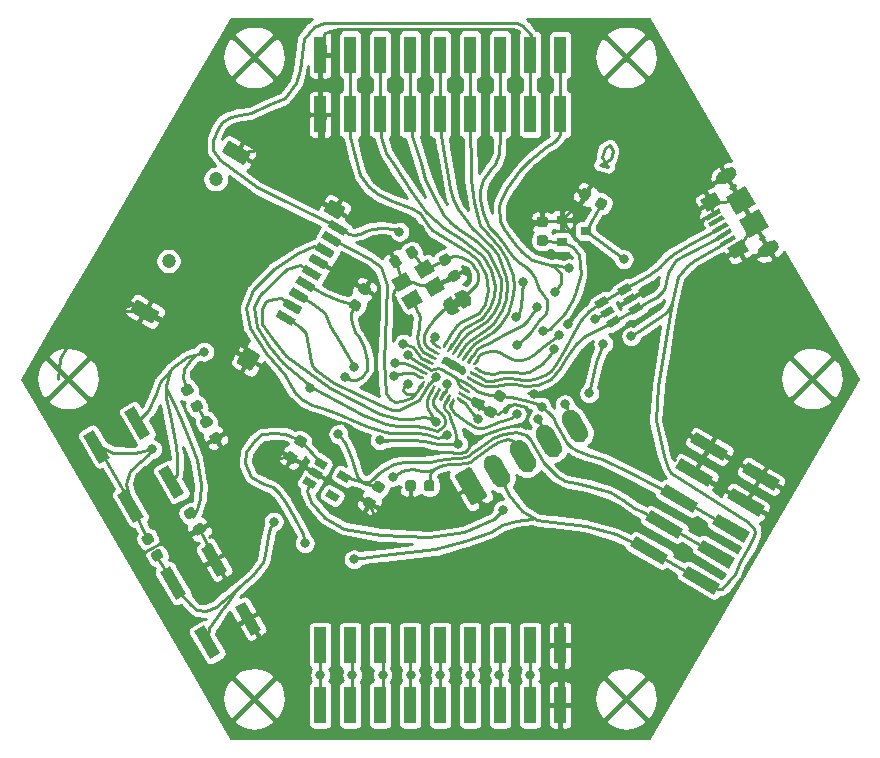
<source format=gtl>
%TF.GenerationSoftware,KiCad,Pcbnew,5.1.6-c6e7f7d~86~ubuntu18.04.1*%
%TF.CreationDate,2020-07-24T20:28:44-07:00*%
%TF.ProjectId,stm32f042_breakout,73746d33-3266-4303-9432-5f627265616b,rev?*%
%TF.SameCoordinates,Original*%
%TF.FileFunction,Copper,L1,Top*%
%TF.FilePolarity,Positive*%
%FSLAX46Y46*%
G04 Gerber Fmt 4.6, Leading zero omitted, Abs format (unit mm)*
G04 Created by KiCad (PCBNEW 5.1.6-c6e7f7d~86~ubuntu18.04.1) date 2020-07-24 20:28:44*
%MOMM*%
%LPD*%
G01*
G04 APERTURE LIST*
%TA.AperFunction,EtchedComponent*%
%ADD10C,0.200000*%
%TD*%
%TA.AperFunction,ComponentPad*%
%ADD11C,1.200000*%
%TD*%
%TA.AperFunction,SMDPad,CuDef*%
%ADD12R,1.000000X3.150000*%
%TD*%
%TA.AperFunction,SMDPad,CuDef*%
%ADD13C,0.100000*%
%TD*%
%TA.AperFunction,SMDPad,CuDef*%
%ADD14R,0.900000X0.800000*%
%TD*%
%TA.AperFunction,ViaPad*%
%ADD15C,0.800000*%
%TD*%
%TA.AperFunction,Conductor*%
%ADD16C,0.250000*%
%TD*%
%TA.AperFunction,Conductor*%
%ADD17C,0.254000*%
%TD*%
G04 APERTURE END LIST*
D10*
%TO.C,JP1*%
G36*
X169383494Y-65834808D02*
G01*
X169816506Y-65584808D01*
X169516506Y-65065192D01*
X169083494Y-65315192D01*
X169383494Y-65834808D01*
G37*
X169383494Y-65834808D02*
X169816506Y-65584808D01*
X169516506Y-65065192D01*
X169083494Y-65315192D01*
X169383494Y-65834808D01*
%TD*%
%TO.P,J7,11*%
%TO.N,GND*%
%TA.AperFunction,SMDPad,CuDef*%
G36*
G01*
X142447705Y-65194164D02*
X144145115Y-66174164D01*
G75*
G02*
X144189038Y-66338087I-60000J-103923D01*
G01*
X143709038Y-67169471D01*
G75*
G02*
X143545115Y-67213394I-103923J60000D01*
G01*
X141847705Y-66233394D01*
G75*
G02*
X141803782Y-66069471I60000J103923D01*
G01*
X142283782Y-65238087D01*
G75*
G02*
X142447705Y-65194164I103923J-60000D01*
G01*
G37*
%TD.AperFunction*%
%TA.AperFunction,SMDPad,CuDef*%
G36*
G01*
X151640639Y-69231536D02*
X152679869Y-69831535D01*
G75*
G02*
X152734773Y-70036439I-75000J-129904D01*
G01*
X152084773Y-71162273D01*
G75*
G02*
X151879869Y-71217177I-129904J75000D01*
G01*
X150840639Y-70617177D01*
G75*
G02*
X150785735Y-70412273I75000J129904D01*
G01*
X151435735Y-69286439D01*
G75*
G02*
X151640639Y-69231535I129904J-75000D01*
G01*
G37*
%TD.AperFunction*%
%TA.AperFunction,SMDPad,CuDef*%
G36*
G01*
X158814658Y-56745770D02*
X159905850Y-57375770D01*
G75*
G02*
X159949773Y-57539693I-60000J-103923D01*
G01*
X159469773Y-58371077D01*
G75*
G02*
X159305850Y-58415000I-103923J60000D01*
G01*
X158214658Y-57785000D01*
G75*
G02*
X158170735Y-57621077I60000J103923D01*
G01*
X158650735Y-56789693D01*
G75*
G02*
X158814658Y-56745770I103923J-60000D01*
G01*
G37*
%TD.AperFunction*%
%TA.AperFunction,SMDPad,CuDef*%
G36*
G01*
X150197705Y-51770770D02*
X151895115Y-52750770D01*
G75*
G02*
X151939038Y-52914693I-60000J-103923D01*
G01*
X151459038Y-53746077D01*
G75*
G02*
X151295115Y-53790000I-103923J60000D01*
G01*
X149597705Y-52810000D01*
G75*
G02*
X149553782Y-52646077I60000J103923D01*
G01*
X150033782Y-51814693D01*
G75*
G02*
X150197705Y-51770770I103923J-60000D01*
G01*
G37*
%TD.AperFunction*%
D11*
%TO.P,J7,~*%
%TO.N,N/C*%
X145000000Y-61933459D03*
X149000000Y-55005256D03*
%TO.P,J7,9*%
%TO.N,CARD_DET*%
%TA.AperFunction,SMDPad,CuDef*%
G36*
G01*
X158869080Y-58451506D02*
X160133478Y-59181506D01*
G75*
G02*
X160159100Y-59277128I-35000J-60622D01*
G01*
X159879100Y-59762102D01*
G75*
G02*
X159783478Y-59787724I-60622J35000D01*
G01*
X158519080Y-59057724D01*
G75*
G02*
X158493458Y-58962102I35000J60622D01*
G01*
X158773458Y-58477128D01*
G75*
G02*
X158869080Y-58451506I60622J-35000D01*
G01*
G37*
%TD.AperFunction*%
%TO.P,J7,8*%
%TO.N,SPID1*%
%TA.AperFunction,SMDPad,CuDef*%
G36*
G01*
X158319080Y-59404134D02*
X159583478Y-60134134D01*
G75*
G02*
X159609100Y-60229756I-35000J-60622D01*
G01*
X159329100Y-60714730D01*
G75*
G02*
X159233478Y-60740352I-60622J35000D01*
G01*
X157969080Y-60010352D01*
G75*
G02*
X157943458Y-59914730I35000J60622D01*
G01*
X158223458Y-59429756D01*
G75*
G02*
X158319080Y-59404134I60622J-35000D01*
G01*
G37*
%TD.AperFunction*%
%TO.P,J7,7*%
%TO.N,SPIMISO*%
%TA.AperFunction,SMDPad,CuDef*%
G36*
G01*
X157769080Y-60356762D02*
X159033478Y-61086762D01*
G75*
G02*
X159059100Y-61182384I-35000J-60622D01*
G01*
X158779100Y-61667358D01*
G75*
G02*
X158683478Y-61692980I-60622J35000D01*
G01*
X157419080Y-60962980D01*
G75*
G02*
X157393458Y-60867358I35000J60622D01*
G01*
X157673458Y-60382384D01*
G75*
G02*
X157769080Y-60356762I60622J-35000D01*
G01*
G37*
%TD.AperFunction*%
%TO.P,J7,6*%
%TO.N,GND*%
%TA.AperFunction,SMDPad,CuDef*%
G36*
G01*
X157219080Y-61309390D02*
X158483478Y-62039390D01*
G75*
G02*
X158509100Y-62135012I-35000J-60622D01*
G01*
X158229100Y-62619986D01*
G75*
G02*
X158133478Y-62645608I-60622J35000D01*
G01*
X156869080Y-61915608D01*
G75*
G02*
X156843458Y-61819986I35000J60622D01*
G01*
X157123458Y-61335012D01*
G75*
G02*
X157219080Y-61309390I60622J-35000D01*
G01*
G37*
%TD.AperFunction*%
%TO.P,J7,5*%
%TO.N,SPISCK*%
%TA.AperFunction,SMDPad,CuDef*%
G36*
G01*
X156669080Y-62262018D02*
X157933478Y-62992018D01*
G75*
G02*
X157959100Y-63087640I-35000J-60622D01*
G01*
X157679100Y-63572614D01*
G75*
G02*
X157583478Y-63598236I-60622J35000D01*
G01*
X156319080Y-62868236D01*
G75*
G02*
X156293458Y-62772614I35000J60622D01*
G01*
X156573458Y-62287640D01*
G75*
G02*
X156669080Y-62262018I60622J-35000D01*
G01*
G37*
%TD.AperFunction*%
%TO.P,J7,4*%
%TO.N,Net-(C7-Pad2)*%
%TA.AperFunction,SMDPad,CuDef*%
G36*
G01*
X156119080Y-63214646D02*
X157383478Y-63944646D01*
G75*
G02*
X157409100Y-64040268I-35000J-60622D01*
G01*
X157129100Y-64525242D01*
G75*
G02*
X157033478Y-64550864I-60622J35000D01*
G01*
X155769080Y-63820864D01*
G75*
G02*
X155743458Y-63725242I35000J60622D01*
G01*
X156023458Y-63240268D01*
G75*
G02*
X156119080Y-63214646I60622J-35000D01*
G01*
G37*
%TD.AperFunction*%
%TO.P,J7,3*%
%TO.N,SPIMOSI*%
%TA.AperFunction,SMDPad,CuDef*%
G36*
G01*
X155569080Y-64167274D02*
X156833478Y-64897274D01*
G75*
G02*
X156859100Y-64992896I-35000J-60622D01*
G01*
X156579100Y-65477870D01*
G75*
G02*
X156483478Y-65503492I-60622J35000D01*
G01*
X155219080Y-64773492D01*
G75*
G02*
X155193458Y-64677870I35000J60622D01*
G01*
X155473458Y-64192896D01*
G75*
G02*
X155569080Y-64167274I60622J-35000D01*
G01*
G37*
%TD.AperFunction*%
%TO.P,J7,2*%
%TO.N,SPINSS*%
%TA.AperFunction,SMDPad,CuDef*%
G36*
G01*
X155019080Y-65119902D02*
X156283478Y-65849902D01*
G75*
G02*
X156309100Y-65945524I-35000J-60622D01*
G01*
X156029100Y-66430498D01*
G75*
G02*
X155933478Y-66456120I-60622J35000D01*
G01*
X154669080Y-65726120D01*
G75*
G02*
X154643458Y-65630498I35000J60622D01*
G01*
X154923458Y-65145524D01*
G75*
G02*
X155019080Y-65119902I60622J-35000D01*
G01*
G37*
%TD.AperFunction*%
%TO.P,J7,1*%
%TO.N,SPID2*%
%TA.AperFunction,SMDPad,CuDef*%
G36*
G01*
X154469080Y-66072530D02*
X155733478Y-66802530D01*
G75*
G02*
X155759100Y-66898152I-35000J-60622D01*
G01*
X155479100Y-67383126D01*
G75*
G02*
X155383478Y-67408748I-60622J35000D01*
G01*
X154119080Y-66678748D01*
G75*
G02*
X154093458Y-66583126I35000J60622D01*
G01*
X154373458Y-66098152D01*
G75*
G02*
X154469080Y-66072530I60622J-35000D01*
G01*
G37*
%TD.AperFunction*%
%TD*%
%TO.P,J1,5*%
%TO.N,SWC*%
%TA.AperFunction,SMDPad,CuDef*%
G36*
G01*
X179062589Y-76926818D02*
X178362589Y-75714382D01*
G75*
G02*
X178655409Y-74621562I692820J400000D01*
G01*
X178655409Y-74621562D01*
G75*
G02*
X179748229Y-74914382I400000J-692820D01*
G01*
X180448229Y-76126818D01*
G75*
G02*
X180155409Y-77219638I-692820J-400000D01*
G01*
X180155409Y-77219638D01*
G75*
G02*
X179062589Y-76926818I-400000J692820D01*
G01*
G37*
%TD.AperFunction*%
%TO.P,J1,4*%
%TO.N,SWD*%
%TA.AperFunction,SMDPad,CuDef*%
G36*
G01*
X176862885Y-78196818D02*
X176162885Y-76984382D01*
G75*
G02*
X176455705Y-75891562I692820J400000D01*
G01*
X176455705Y-75891562D01*
G75*
G02*
X177548525Y-76184382I400000J-692820D01*
G01*
X178248525Y-77396818D01*
G75*
G02*
X177955705Y-78489638I-692820J-400000D01*
G01*
X177955705Y-78489638D01*
G75*
G02*
X176862885Y-78196818I-400000J692820D01*
G01*
G37*
%TD.AperFunction*%
%TO.P,J1,3*%
%TO.N,~RST~*%
%TA.AperFunction,SMDPad,CuDef*%
G36*
G01*
X174663180Y-79466818D02*
X173963180Y-78254382D01*
G75*
G02*
X174256000Y-77161562I692820J400000D01*
G01*
X174256000Y-77161562D01*
G75*
G02*
X175348820Y-77454382I400000J-692820D01*
G01*
X176048820Y-78666818D01*
G75*
G02*
X175756000Y-79759638I-692820J-400000D01*
G01*
X175756000Y-79759638D01*
G75*
G02*
X174663180Y-79466818I-400000J692820D01*
G01*
G37*
%TD.AperFunction*%
%TO.P,J1,2*%
%TO.N,+5V*%
%TA.AperFunction,SMDPad,CuDef*%
G36*
G01*
X172463475Y-80736818D02*
X171763475Y-79524382D01*
G75*
G02*
X172056295Y-78431562I692820J400000D01*
G01*
X172056295Y-78431562D01*
G75*
G02*
X173149115Y-78724382I400000J-692820D01*
G01*
X173849115Y-79936818D01*
G75*
G02*
X173556295Y-81029638I-692820J-400000D01*
G01*
X173556295Y-81029638D01*
G75*
G02*
X172463475Y-80736818I-400000J692820D01*
G01*
G37*
%TD.AperFunction*%
%TO.P,J1,1*%
%TO.N,GND*%
%TA.AperFunction,SMDPad,CuDef*%
G36*
G01*
X170583771Y-82561074D02*
X169243771Y-80240126D01*
G75*
G02*
X169302335Y-80021562I138564J80000D01*
G01*
X170410847Y-79381562D01*
G75*
G02*
X170629411Y-79440126I80000J-138564D01*
G01*
X171969411Y-81761074D01*
G75*
G02*
X171910847Y-81979638I-138564J-80000D01*
G01*
X170802335Y-82619638D01*
G75*
G02*
X170583771Y-82561074I-80000J138564D01*
G01*
G37*
%TD.AperFunction*%
%TD*%
D12*
%TO.P,J4,18*%
%TO.N,GND*%
X178160000Y-94475000D03*
%TO.P,J4,17*%
X178160000Y-99525000D03*
%TO.P,J4,16*%
%TO.N,SPIMOSI*%
X175620000Y-94475000D03*
%TO.P,J4,15*%
X175620000Y-99525000D03*
%TO.P,J4,14*%
%TO.N,SPIMISO*%
X173080000Y-94475000D03*
%TO.P,J4,13*%
X173080000Y-99525000D03*
%TO.P,J4,12*%
%TO.N,SPISCK*%
X170540000Y-94475000D03*
%TO.P,J4,11*%
X170540000Y-99525000D03*
%TO.P,J4,10*%
%TO.N,SPINSS*%
X168000000Y-94475000D03*
%TO.P,J4,9*%
X168000000Y-99525000D03*
%TO.P,J4,8*%
%TO.N,SPID2*%
X165460000Y-94475000D03*
%TO.P,J4,7*%
X165460000Y-99525000D03*
%TO.P,J4,6*%
%TO.N,SPID1*%
X162920000Y-94475000D03*
%TO.P,J4,5*%
X162920000Y-99525000D03*
%TO.P,J4,4*%
%TO.N,PA1*%
X160380000Y-94475000D03*
%TO.P,J4,3*%
X160380000Y-99525000D03*
%TO.P,J4,2*%
%TO.N,PA0*%
X157840000Y-94475000D03*
%TO.P,J4,1*%
X157840000Y-99525000D03*
%TD*%
%TO.P,C1,1*%
%TO.N,GND*%
%TA.AperFunction,SMDPad,CuDef*%
G36*
G01*
X179770754Y-56302219D02*
X180027004Y-55858381D01*
G75*
G02*
X180325822Y-55778313I189443J-109375D01*
G01*
X180704708Y-55997063D01*
G75*
G02*
X180784776Y-56295881I-109375J-189443D01*
G01*
X180528526Y-56739719D01*
G75*
G02*
X180229708Y-56819787I-189443J109375D01*
G01*
X179850822Y-56601037D01*
G75*
G02*
X179770754Y-56302219I109375J189443D01*
G01*
G37*
%TD.AperFunction*%
%TO.P,C1,2*%
%TO.N,+5V*%
%TA.AperFunction,SMDPad,CuDef*%
G36*
G01*
X181134744Y-57089719D02*
X181390994Y-56645881D01*
G75*
G02*
X181689812Y-56565813I189443J-109375D01*
G01*
X182068698Y-56784563D01*
G75*
G02*
X182148766Y-57083381I-109375J-189443D01*
G01*
X181892516Y-57527219D01*
G75*
G02*
X181593698Y-57607287I-189443J109375D01*
G01*
X181214812Y-57388537D01*
G75*
G02*
X181134744Y-57089719I109375J189443D01*
G01*
G37*
%TD.AperFunction*%
%TD*%
%TO.P,C2,2*%
%TO.N,+3V3*%
%TA.AperFunction,SMDPad,CuDef*%
G36*
G01*
X176390590Y-59760600D02*
X176903090Y-59760600D01*
G75*
G02*
X177121840Y-59979350I0J-218750D01*
G01*
X177121840Y-60416850D01*
G75*
G02*
X176903090Y-60635600I-218750J0D01*
G01*
X176390590Y-60635600D01*
G75*
G02*
X176171840Y-60416850I0J218750D01*
G01*
X176171840Y-59979350D01*
G75*
G02*
X176390590Y-59760600I218750J0D01*
G01*
G37*
%TD.AperFunction*%
%TO.P,C2,1*%
%TO.N,GND*%
%TA.AperFunction,SMDPad,CuDef*%
G36*
G01*
X176390590Y-58185600D02*
X176903090Y-58185600D01*
G75*
G02*
X177121840Y-58404350I0J-218750D01*
G01*
X177121840Y-58841850D01*
G75*
G02*
X176903090Y-59060600I-218750J0D01*
G01*
X176390590Y-59060600D01*
G75*
G02*
X176171840Y-58841850I0J218750D01*
G01*
X176171840Y-58404350D01*
G75*
G02*
X176390590Y-58185600I218750J0D01*
G01*
G37*
%TD.AperFunction*%
%TD*%
%TO.P,C3,2*%
%TO.N,+5V*%
%TA.AperFunction,SMDPad,CuDef*%
G36*
G01*
X156179497Y-77712558D02*
X155735659Y-77456308D01*
G75*
G02*
X155655591Y-77157490I109375J189443D01*
G01*
X155874341Y-76778604D01*
G75*
G02*
X156173159Y-76698536I189443J-109375D01*
G01*
X156616997Y-76954786D01*
G75*
G02*
X156697065Y-77253604I-109375J-189443D01*
G01*
X156478315Y-77632490D01*
G75*
G02*
X156179497Y-77712558I-189443J109375D01*
G01*
G37*
%TD.AperFunction*%
%TO.P,C3,1*%
%TO.N,GND*%
%TA.AperFunction,SMDPad,CuDef*%
G36*
G01*
X155391997Y-79076548D02*
X154948159Y-78820298D01*
G75*
G02*
X154868091Y-78521480I109375J189443D01*
G01*
X155086841Y-78142594D01*
G75*
G02*
X155385659Y-78062526I189443J-109375D01*
G01*
X155829497Y-78318776D01*
G75*
G02*
X155909565Y-78617594I-109375J-189443D01*
G01*
X155690815Y-78996480D01*
G75*
G02*
X155391997Y-79076548I-189443J109375D01*
G01*
G37*
%TD.AperFunction*%
%TD*%
%TO.P,C4,1*%
%TO.N,GND*%
%TA.AperFunction,SMDPad,CuDef*%
G36*
G01*
X172265869Y-75226201D02*
X171822031Y-74969951D01*
G75*
G02*
X171741963Y-74671133I109375J189443D01*
G01*
X171960713Y-74292247D01*
G75*
G02*
X172259531Y-74212179I189443J-109375D01*
G01*
X172703369Y-74468429D01*
G75*
G02*
X172783437Y-74767247I-109375J-189443D01*
G01*
X172564687Y-75146133D01*
G75*
G02*
X172265869Y-75226201I-189443J109375D01*
G01*
G37*
%TD.AperFunction*%
%TO.P,C4,2*%
%TO.N,+3V3*%
%TA.AperFunction,SMDPad,CuDef*%
G36*
G01*
X173053369Y-73862211D02*
X172609531Y-73605961D01*
G75*
G02*
X172529463Y-73307143I109375J189443D01*
G01*
X172748213Y-72928257D01*
G75*
G02*
X173047031Y-72848189I189443J-109375D01*
G01*
X173490869Y-73104439D01*
G75*
G02*
X173570937Y-73403257I-109375J-189443D01*
G01*
X173352187Y-73782143D01*
G75*
G02*
X173053369Y-73862211I-189443J109375D01*
G01*
G37*
%TD.AperFunction*%
%TD*%
%TO.P,C5,2*%
%TO.N,Net-(C5-Pad2)*%
%TA.AperFunction,SMDPad,CuDef*%
G36*
G01*
X168846919Y-62068766D02*
X168403081Y-62325016D01*
G75*
G02*
X168104263Y-62244948I-109375J189443D01*
G01*
X167885513Y-61866062D01*
G75*
G02*
X167965581Y-61567244I189443J109375D01*
G01*
X168409419Y-61310994D01*
G75*
G02*
X168708237Y-61391062I109375J-189443D01*
G01*
X168926987Y-61769948D01*
G75*
G02*
X168846919Y-62068766I-189443J-109375D01*
G01*
G37*
%TD.AperFunction*%
%TO.P,C5,1*%
%TO.N,GND*%
%TA.AperFunction,SMDPad,CuDef*%
G36*
G01*
X169634419Y-63432756D02*
X169190581Y-63689006D01*
G75*
G02*
X168891763Y-63608938I-109375J189443D01*
G01*
X168673013Y-63230052D01*
G75*
G02*
X168753081Y-62931234I189443J109375D01*
G01*
X169196919Y-62674984D01*
G75*
G02*
X169495737Y-62755052I109375J-189443D01*
G01*
X169714487Y-63133938D01*
G75*
G02*
X169634419Y-63432756I-189443J-109375D01*
G01*
G37*
%TD.AperFunction*%
%TD*%
%TO.P,C6,1*%
%TO.N,GND*%
%TA.AperFunction,SMDPad,CuDef*%
G36*
G01*
X163967244Y-62434419D02*
X163710994Y-61990581D01*
G75*
G02*
X163791062Y-61691763I189443J109375D01*
G01*
X164169948Y-61473013D01*
G75*
G02*
X164468766Y-61553081I109375J-189443D01*
G01*
X164725016Y-61996919D01*
G75*
G02*
X164644948Y-62295737I-189443J-109375D01*
G01*
X164266062Y-62514487D01*
G75*
G02*
X163967244Y-62434419I-109375J189443D01*
G01*
G37*
%TD.AperFunction*%
%TO.P,C6,2*%
%TO.N,Net-(C5-Pad2)*%
%TA.AperFunction,SMDPad,CuDef*%
G36*
G01*
X165331234Y-61646919D02*
X165074984Y-61203081D01*
G75*
G02*
X165155052Y-60904263I189443J109375D01*
G01*
X165533938Y-60685513D01*
G75*
G02*
X165832756Y-60765581I109375J-189443D01*
G01*
X166089006Y-61209419D01*
G75*
G02*
X166008938Y-61508237I-189443J-109375D01*
G01*
X165630052Y-61726987D01*
G75*
G02*
X165331234Y-61646919I-109375J189443D01*
G01*
G37*
%TD.AperFunction*%
%TD*%
%TO.P,C7,1*%
%TO.N,GND*%
%TA.AperFunction,SMDPad,CuDef*%
G36*
G01*
X162001605Y-82930125D02*
X161557767Y-82673875D01*
G75*
G02*
X161477699Y-82375057I109375J189443D01*
G01*
X161696449Y-81996171D01*
G75*
G02*
X161995267Y-81916103I189443J-109375D01*
G01*
X162439105Y-82172353D01*
G75*
G02*
X162519173Y-82471171I-109375J-189443D01*
G01*
X162300423Y-82850057D01*
G75*
G02*
X162001605Y-82930125I-189443J109375D01*
G01*
G37*
%TD.AperFunction*%
%TO.P,C7,2*%
%TO.N,Net-(C7-Pad2)*%
%TA.AperFunction,SMDPad,CuDef*%
G36*
G01*
X162789105Y-81566135D02*
X162345267Y-81309885D01*
G75*
G02*
X162265199Y-81011067I109375J189443D01*
G01*
X162483949Y-80632181D01*
G75*
G02*
X162782767Y-80552113I189443J-109375D01*
G01*
X163226605Y-80808363D01*
G75*
G02*
X163306673Y-81107181I-109375J-189443D01*
G01*
X163087923Y-81486067D01*
G75*
G02*
X162789105Y-81566135I-189443J109375D01*
G01*
G37*
%TD.AperFunction*%
%TD*%
%TO.P,C8,2*%
%TO.N,Net-(C7-Pad2)*%
%TA.AperFunction,SMDPad,CuDef*%
G36*
G01*
X160791431Y-65182479D02*
X161235269Y-65438729D01*
G75*
G02*
X161315337Y-65737547I-109375J-189443D01*
G01*
X161096587Y-66116433D01*
G75*
G02*
X160797769Y-66196501I-189443J109375D01*
G01*
X160353931Y-65940251D01*
G75*
G02*
X160273863Y-65641433I109375J189443D01*
G01*
X160492613Y-65262547D01*
G75*
G02*
X160791431Y-65182479I189443J-109375D01*
G01*
G37*
%TD.AperFunction*%
%TO.P,C8,1*%
%TO.N,GND*%
%TA.AperFunction,SMDPad,CuDef*%
G36*
G01*
X161578931Y-63818489D02*
X162022769Y-64074739D01*
G75*
G02*
X162102837Y-64373557I-109375J-189443D01*
G01*
X161884087Y-64752443D01*
G75*
G02*
X161585269Y-64832511I-189443J109375D01*
G01*
X161141431Y-64576261D01*
G75*
G02*
X161061363Y-64277443I109375J189443D01*
G01*
X161280113Y-63898557D01*
G75*
G02*
X161578931Y-63818489I189443J-109375D01*
G01*
G37*
%TD.AperFunction*%
%TD*%
%TA.AperFunction,SMDPad,CuDef*%
D13*
%TO.P,J2,6*%
%TO.N,GND*%
G36*
X194706624Y-57115272D02*
G01*
X193061176Y-58065272D01*
X192186176Y-56549728D01*
X193831624Y-55599728D01*
X194706624Y-57115272D01*
G37*
%TD.AperFunction*%
%TA.AperFunction,SMDPad,CuDef*%
%TO.P,J2,2*%
%TO.N,D-*%
G36*
X192745151Y-59517901D02*
G01*
X191532715Y-60217901D01*
X191332715Y-59871491D01*
X192545151Y-59171491D01*
X192745151Y-59517901D01*
G37*
%TD.AperFunction*%
%TA.AperFunction,SMDPad,CuDef*%
%TO.P,J2,1*%
%TO.N,+5V*%
G36*
X193070151Y-60080817D02*
G01*
X191857715Y-60780817D01*
X191657715Y-60434407D01*
X192870151Y-59734407D01*
X193070151Y-60080817D01*
G37*
%TD.AperFunction*%
%TA.AperFunction,SMDPad,CuDef*%
%TO.P,J2,5*%
%TO.N,GND*%
G36*
X191770151Y-57829151D02*
G01*
X190557715Y-58529151D01*
X190357715Y-58182741D01*
X191570151Y-57482741D01*
X191770151Y-57829151D01*
G37*
%TD.AperFunction*%
%TA.AperFunction,SMDPad,CuDef*%
%TO.P,J2,4*%
%TO.N,Net-(J2-Pad4)*%
G36*
X192095151Y-58392067D02*
G01*
X190882715Y-59092067D01*
X190682715Y-58745657D01*
X191895151Y-58045657D01*
X192095151Y-58392067D01*
G37*
%TD.AperFunction*%
%TA.AperFunction,SMDPad,CuDef*%
%TO.P,J2,3*%
%TO.N,D+*%
G36*
X192420151Y-58954984D02*
G01*
X191207715Y-59654984D01*
X191007715Y-59308574D01*
X192220151Y-58608574D01*
X192420151Y-58954984D01*
G37*
%TD.AperFunction*%
%TA.AperFunction,SMDPad,CuDef*%
%TO.P,J2,6*%
%TO.N,GND*%
G36*
X195831624Y-59063830D02*
G01*
X194186176Y-60013830D01*
X193311176Y-58498286D01*
X194956624Y-57548286D01*
X195831624Y-59063830D01*
G37*
%TD.AperFunction*%
%TA.AperFunction,ComponentPad*%
G36*
G01*
X195165839Y-60660657D02*
X195901961Y-60235657D01*
G75*
G02*
X196619124Y-60427820I262500J-454663D01*
G01*
X196619124Y-60427820D01*
G75*
G02*
X196426961Y-61144983I-454663J-262500D01*
G01*
X195690839Y-61569983D01*
G75*
G02*
X194973676Y-61377820I-262500J454663D01*
G01*
X194973676Y-61377820D01*
G75*
G02*
X195165839Y-60660657I454663J262500D01*
G01*
G37*
%TD.AperFunction*%
%TA.AperFunction,ComponentPad*%
G36*
G01*
X192851961Y-54952901D02*
X192115839Y-55377901D01*
G75*
G02*
X191398676Y-55185738I-262500J454663D01*
G01*
X191398676Y-55185738D01*
G75*
G02*
X191590839Y-54468575I454663J262500D01*
G01*
X192326961Y-54043575D01*
G75*
G02*
X193044124Y-54235738I262500J-454663D01*
G01*
X193044124Y-54235738D01*
G75*
G02*
X192851961Y-54952901I-454663J-262500D01*
G01*
G37*
%TD.AperFunction*%
%TA.AperFunction,SMDPad,CuDef*%
G36*
X191833032Y-57048065D02*
G01*
X190577296Y-57773065D01*
X190002296Y-56777135D01*
X191258032Y-56052135D01*
X191833032Y-57048065D01*
G37*
%TD.AperFunction*%
%TA.AperFunction,SMDPad,CuDef*%
G36*
X194153032Y-61066423D02*
G01*
X192897296Y-61791423D01*
X192322296Y-60795493D01*
X193578032Y-60070493D01*
X194153032Y-61066423D01*
G37*
%TD.AperFunction*%
%TD*%
D12*
%TO.P,J3,1*%
%TO.N,PA15*%
X178160000Y-44475000D03*
%TO.P,J3,2*%
X178160000Y-49525000D03*
%TO.P,J3,3*%
%TO.N,CARD_DET*%
X175620000Y-44475000D03*
%TO.P,J3,4*%
X175620000Y-49525000D03*
%TO.P,J3,5*%
%TO.N,PB1*%
X173080000Y-44475000D03*
%TO.P,J3,6*%
X173080000Y-49525000D03*
%TO.P,J3,7*%
%TO.N,PB3*%
X170540000Y-44475000D03*
%TO.P,J3,8*%
X170540000Y-49525000D03*
%TO.P,J3,9*%
%TO.N,PB4*%
X168000000Y-44475000D03*
%TO.P,J3,10*%
X168000000Y-49525000D03*
%TO.P,J3,11*%
%TO.N,PB5*%
X165460000Y-44475000D03*
%TO.P,J3,12*%
X165460000Y-49525000D03*
%TO.P,J3,13*%
%TO.N,PB6*%
X162920000Y-44475000D03*
%TO.P,J3,14*%
X162920000Y-49525000D03*
%TO.P,J3,15*%
%TO.N,PB7*%
X160380000Y-44475000D03*
%TO.P,J3,16*%
X160380000Y-49525000D03*
%TO.P,J3,17*%
%TO.N,GND*%
X157840000Y-44475000D03*
%TO.P,J3,18*%
X157840000Y-49525000D03*
%TD*%
%TA.AperFunction,SMDPad,CuDef*%
D13*
%TO.P,J5,1*%
%TO.N,GND*%
G36*
X189175796Y-77282904D02*
G01*
X189675796Y-76416878D01*
X192403776Y-77991878D01*
X191903776Y-78857904D01*
X189175796Y-77282904D01*
G37*
%TD.AperFunction*%
%TA.AperFunction,SMDPad,CuDef*%
%TO.P,J5,2*%
G36*
X193549224Y-79807904D02*
G01*
X194049224Y-78941878D01*
X196777204Y-80516878D01*
X196277204Y-81382904D01*
X193549224Y-79807904D01*
G37*
%TD.AperFunction*%
%TA.AperFunction,SMDPad,CuDef*%
%TO.P,J5,3*%
G36*
X187905796Y-79482608D02*
G01*
X188405796Y-78616582D01*
X191133776Y-80191582D01*
X190633776Y-81057608D01*
X187905796Y-79482608D01*
G37*
%TD.AperFunction*%
%TA.AperFunction,SMDPad,CuDef*%
%TO.P,J5,4*%
G36*
X192279224Y-82007608D02*
G01*
X192779224Y-81141582D01*
X195507204Y-82716582D01*
X195007204Y-83582608D01*
X192279224Y-82007608D01*
G37*
%TD.AperFunction*%
%TA.AperFunction,SMDPad,CuDef*%
%TO.P,J5,5*%
%TO.N,+3V3*%
G36*
X186635796Y-81682313D02*
G01*
X187135796Y-80816287D01*
X189863776Y-82391287D01*
X189363776Y-83257313D01*
X186635796Y-81682313D01*
G37*
%TD.AperFunction*%
%TA.AperFunction,SMDPad,CuDef*%
%TO.P,J5,6*%
G36*
X191009224Y-84207313D02*
G01*
X191509224Y-83341287D01*
X194237204Y-84916287D01*
X193737204Y-85782313D01*
X191009224Y-84207313D01*
G37*
%TD.AperFunction*%
%TA.AperFunction,SMDPad,CuDef*%
%TO.P,J5,7*%
%TO.N,Net-(C7-Pad2)*%
G36*
X185365796Y-83882018D02*
G01*
X185865796Y-83015992D01*
X188593776Y-84590992D01*
X188093776Y-85457018D01*
X185365796Y-83882018D01*
G37*
%TD.AperFunction*%
%TA.AperFunction,SMDPad,CuDef*%
%TO.P,J5,8*%
G36*
X189739224Y-86407018D02*
G01*
X190239224Y-85540992D01*
X192967204Y-87115992D01*
X192467204Y-87982018D01*
X189739224Y-86407018D01*
G37*
%TD.AperFunction*%
%TA.AperFunction,SMDPad,CuDef*%
%TO.P,J5,9*%
%TO.N,+5V*%
G36*
X184095796Y-86081722D02*
G01*
X184595796Y-85215696D01*
X187323776Y-86790696D01*
X186823776Y-87656722D01*
X184095796Y-86081722D01*
G37*
%TD.AperFunction*%
%TA.AperFunction,SMDPad,CuDef*%
%TO.P,J5,10*%
G36*
X188469224Y-88606722D02*
G01*
X188969224Y-87740696D01*
X191697204Y-89315696D01*
X191197204Y-90181722D01*
X188469224Y-88606722D01*
G37*
%TD.AperFunction*%
%TD*%
%TA.AperFunction,SMDPad,CuDef*%
%TO.P,J6,1*%
%TO.N,+5V*%
G36*
X157279623Y-79079777D02*
G01*
X157604623Y-78516861D01*
X158522609Y-79046861D01*
X158197609Y-79609777D01*
X157279623Y-79079777D01*
G37*
%TD.AperFunction*%
%TA.AperFunction,SMDPad,CuDef*%
%TO.P,J6,2*%
%TO.N,GND*%
G36*
X156804623Y-79902501D02*
G01*
X157129623Y-79339585D01*
X158047609Y-79869585D01*
X157722609Y-80432501D01*
X156804623Y-79902501D01*
G37*
%TD.AperFunction*%
%TA.AperFunction,SMDPad,CuDef*%
%TO.P,J6,3*%
%TO.N,PA15*%
G36*
X156329623Y-80725225D02*
G01*
X156654623Y-80162309D01*
X157572609Y-80692309D01*
X157247609Y-81255225D01*
X156329623Y-80725225D01*
G37*
%TD.AperFunction*%
%TA.AperFunction,SMDPad,CuDef*%
%TO.P,J6,4*%
%TO.N,Net-(J6-Pad4)*%
G36*
X158234879Y-81825225D02*
G01*
X158559879Y-81262309D01*
X159477865Y-81792309D01*
X159152865Y-82355225D01*
X158234879Y-81825225D01*
G37*
%TD.AperFunction*%
%TA.AperFunction,SMDPad,CuDef*%
%TO.P,J6,5*%
%TO.N,Net-(C7-Pad2)*%
G36*
X159184879Y-80179777D02*
G01*
X159509879Y-79616861D01*
X160427865Y-80146861D01*
X160102865Y-80709777D01*
X159184879Y-80179777D01*
G37*
%TD.AperFunction*%
%TD*%
%TO.P,R1,1*%
%TO.N,BOOT0*%
%TA.AperFunction,SMDPad,CuDef*%
G36*
G01*
X146375581Y-83037244D02*
X146819419Y-82780994D01*
G75*
G02*
X147118237Y-82861062I109375J-189443D01*
G01*
X147336987Y-83239948D01*
G75*
G02*
X147256919Y-83538766I-189443J-109375D01*
G01*
X146813081Y-83795016D01*
G75*
G02*
X146514263Y-83714948I-109375J189443D01*
G01*
X146295513Y-83336062D01*
G75*
G02*
X146375581Y-83037244I189443J109375D01*
G01*
G37*
%TD.AperFunction*%
%TO.P,R1,2*%
%TO.N,GND*%
%TA.AperFunction,SMDPad,CuDef*%
G36*
G01*
X147163081Y-84401234D02*
X147606919Y-84144984D01*
G75*
G02*
X147905737Y-84225052I109375J-189443D01*
G01*
X148124487Y-84603938D01*
G75*
G02*
X148044419Y-84902756I-189443J-109375D01*
G01*
X147600581Y-85159006D01*
G75*
G02*
X147301763Y-85078938I-109375J189443D01*
G01*
X147083013Y-84700052D01*
G75*
G02*
X147163081Y-84401234I189443J109375D01*
G01*
G37*
%TD.AperFunction*%
%TD*%
%TO.P,R2,2*%
%TO.N,+3V3*%
%TA.AperFunction,SMDPad,CuDef*%
G36*
G01*
X143686919Y-85738766D02*
X143243081Y-85995016D01*
G75*
G02*
X142944263Y-85914948I-109375J189443D01*
G01*
X142725513Y-85536062D01*
G75*
G02*
X142805581Y-85237244I189443J109375D01*
G01*
X143249419Y-84980994D01*
G75*
G02*
X143548237Y-85061062I109375J-189443D01*
G01*
X143766987Y-85439948D01*
G75*
G02*
X143686919Y-85738766I-189443J-109375D01*
G01*
G37*
%TD.AperFunction*%
%TO.P,R2,1*%
%TO.N,~RST~*%
%TA.AperFunction,SMDPad,CuDef*%
G36*
G01*
X144474419Y-87102756D02*
X144030581Y-87359006D01*
G75*
G02*
X143731763Y-87278938I-109375J189443D01*
G01*
X143513013Y-86900052D01*
G75*
G02*
X143593081Y-86601234I189443J109375D01*
G01*
X144036919Y-86344984D01*
G75*
G02*
X144335737Y-86425052I109375J-189443D01*
G01*
X144554487Y-86803938D01*
G75*
G02*
X144474419Y-87102756I-189443J-109375D01*
G01*
G37*
%TD.AperFunction*%
%TD*%
%TA.AperFunction,SMDPad,CuDef*%
%TO.P,SW1,1*%
%TO.N,BOOT0*%
G36*
X144111538Y-79703368D02*
G01*
X144977564Y-79203368D01*
X146352564Y-81584938D01*
X145486538Y-82084938D01*
X144111538Y-79703368D01*
G37*
%TD.AperFunction*%
%TA.AperFunction,SMDPad,CuDef*%
G36*
X141231538Y-74715062D02*
G01*
X142097564Y-74215062D01*
X143472564Y-76596632D01*
X142606538Y-77096632D01*
X141231538Y-74715062D01*
G37*
%TD.AperFunction*%
%TA.AperFunction,SMDPad,CuDef*%
%TO.P,SW1,2*%
%TO.N,+3V3*%
G36*
X137767436Y-76715062D02*
G01*
X138633462Y-76215062D01*
X140008462Y-78596632D01*
X139142436Y-79096632D01*
X137767436Y-76715062D01*
G37*
%TD.AperFunction*%
%TA.AperFunction,SMDPad,CuDef*%
G36*
X140647436Y-81703368D02*
G01*
X141513462Y-81203368D01*
X142888462Y-83584938D01*
X142022436Y-84084938D01*
X140647436Y-81703368D01*
G37*
%TD.AperFunction*%
%TD*%
%TA.AperFunction,SMDPad,CuDef*%
%TO.P,SW2,2*%
%TO.N,GND*%
G36*
X149974615Y-88162479D02*
G01*
X149108589Y-88662479D01*
X147733589Y-86280909D01*
X148599615Y-85780909D01*
X149974615Y-88162479D01*
G37*
%TD.AperFunction*%
%TA.AperFunction,SMDPad,CuDef*%
G36*
X152854615Y-93150785D02*
G01*
X151988589Y-93650785D01*
X150613589Y-91269215D01*
X151479615Y-90769215D01*
X152854615Y-93150785D01*
G37*
%TD.AperFunction*%
%TA.AperFunction,SMDPad,CuDef*%
%TO.P,SW2,1*%
%TO.N,~RST~*%
G36*
X149390513Y-95150785D02*
G01*
X148524487Y-95650785D01*
X147149487Y-93269215D01*
X148015513Y-92769215D01*
X149390513Y-95150785D01*
G37*
%TD.AperFunction*%
%TA.AperFunction,SMDPad,CuDef*%
G36*
X146510513Y-90162479D02*
G01*
X145644487Y-90662479D01*
X144269487Y-88280909D01*
X145135513Y-87780909D01*
X146510513Y-90162479D01*
G37*
%TD.AperFunction*%
%TD*%
D14*
%TO.P,U1,1*%
%TO.N,GND*%
X178327300Y-58452980D03*
%TO.P,U1,2*%
%TO.N,+3V3*%
X178327300Y-60352980D03*
%TO.P,U1,3*%
%TO.N,+5V*%
X180327300Y-59402980D03*
%TD*%
%TA.AperFunction,SMDPad,CuDef*%
D13*
%TO.P,U2,1*%
%TO.N,D-*%
G36*
X184837949Y-65429390D02*
G01*
X185162949Y-65992306D01*
X184244963Y-66522306D01*
X183919963Y-65959390D01*
X184837949Y-65429390D01*
G37*
%TD.AperFunction*%
%TA.AperFunction,SMDPad,CuDef*%
%TO.P,U2,2*%
%TO.N,GND*%
G36*
X184362949Y-64606666D02*
G01*
X184687949Y-65169582D01*
X183769963Y-65699582D01*
X183444963Y-65136666D01*
X184362949Y-64606666D01*
G37*
%TD.AperFunction*%
%TA.AperFunction,SMDPad,CuDef*%
%TO.P,U2,3*%
%TO.N,D+*%
G36*
X183887949Y-63783942D02*
G01*
X184212949Y-64346858D01*
X183294963Y-64876858D01*
X182969963Y-64313942D01*
X183887949Y-63783942D01*
G37*
%TD.AperFunction*%
%TA.AperFunction,SMDPad,CuDef*%
%TO.P,U2,4*%
G36*
X181982693Y-64883942D02*
G01*
X182307693Y-65446858D01*
X181389707Y-65976858D01*
X181064707Y-65413942D01*
X181982693Y-64883942D01*
G37*
%TD.AperFunction*%
%TA.AperFunction,SMDPad,CuDef*%
%TO.P,U2,6*%
%TO.N,D-*%
G36*
X182932693Y-66529390D02*
G01*
X183257693Y-67092306D01*
X182339707Y-67622306D01*
X182014707Y-67059390D01*
X182932693Y-66529390D01*
G37*
%TD.AperFunction*%
%TA.AperFunction,SMDPad,CuDef*%
%TO.P,U2,5*%
%TO.N,+5V*%
G36*
X182457693Y-65706666D02*
G01*
X182782693Y-66269582D01*
X181864707Y-66799582D01*
X181539707Y-66236666D01*
X182457693Y-65706666D01*
G37*
%TD.AperFunction*%
%TD*%
%TA.AperFunction,SMDPad,CuDef*%
%TO.P,U3,1*%
%TO.N,BOOT0*%
G36*
X167994202Y-69136027D02*
G01*
X168000233Y-69142465D01*
X168004891Y-69149957D01*
X168007999Y-69158213D01*
X168056914Y-69340769D01*
X168058351Y-69349472D01*
X168058063Y-69358289D01*
X168056059Y-69366880D01*
X168052419Y-69374916D01*
X168039239Y-69397744D01*
X168034100Y-69404914D01*
X168027662Y-69410945D01*
X168020170Y-69415604D01*
X168011914Y-69418711D01*
X168003211Y-69420148D01*
X167994394Y-69419860D01*
X167985803Y-69417856D01*
X167977767Y-69414215D01*
X167401861Y-69081715D01*
X167394690Y-69076577D01*
X167388659Y-69070139D01*
X167384001Y-69062647D01*
X167380894Y-69054391D01*
X167379457Y-69045688D01*
X167379745Y-69036870D01*
X167381749Y-69028279D01*
X167385389Y-69020244D01*
X167465389Y-68881680D01*
X167470528Y-68874510D01*
X167476966Y-68868479D01*
X167484458Y-68863820D01*
X167492714Y-68860713D01*
X167501417Y-68859276D01*
X167510234Y-68859564D01*
X167518825Y-68861568D01*
X167526861Y-68865209D01*
X167987032Y-69130889D01*
X167994202Y-69136027D01*
G37*
%TD.AperFunction*%
%TO.P,U3,2*%
%TO.N,Net-(JP1-Pad2)*%
%TA.AperFunction,SMDPad,CuDef*%
G36*
G01*
X167144140Y-69438102D02*
X167206639Y-69329848D01*
G75*
G02*
X167292016Y-69306971I54127J-31250D01*
G01*
X167941536Y-69681971D01*
G75*
G02*
X167964413Y-69767348I-31250J-54127D01*
G01*
X167901913Y-69875602D01*
G75*
G02*
X167816536Y-69898479I-54127J31250D01*
G01*
X167167016Y-69523479D01*
G75*
G02*
X167144139Y-69438102I31250J54127D01*
G01*
G37*
%TD.AperFunction*%
%TO.P,U3,3*%
%TO.N,Net-(U3-Pad3)*%
%TA.AperFunction,SMDPad,CuDef*%
G36*
G01*
X166894140Y-69871114D02*
X166956639Y-69762860D01*
G75*
G02*
X167042016Y-69739983I54127J-31250D01*
G01*
X167691536Y-70114983D01*
G75*
G02*
X167714413Y-70200360I-31250J-54127D01*
G01*
X167651913Y-70308614D01*
G75*
G02*
X167566536Y-70331491I-54127J31250D01*
G01*
X166917016Y-69956491D01*
G75*
G02*
X166894139Y-69871114I31250J54127D01*
G01*
G37*
%TD.AperFunction*%
%TO.P,U3,4*%
%TO.N,~RST~*%
%TA.AperFunction,SMDPad,CuDef*%
G36*
G01*
X166644140Y-70304127D02*
X166706639Y-70195873D01*
G75*
G02*
X166792016Y-70172996I54127J-31250D01*
G01*
X167441536Y-70547996D01*
G75*
G02*
X167464413Y-70633373I-31250J-54127D01*
G01*
X167401913Y-70741627D01*
G75*
G02*
X167316536Y-70764504I-54127J31250D01*
G01*
X166667016Y-70389504D01*
G75*
G02*
X166644139Y-70304127I31250J54127D01*
G01*
G37*
%TD.AperFunction*%
%TO.P,U3,5*%
%TO.N,+3V3*%
%TA.AperFunction,SMDPad,CuDef*%
G36*
G01*
X166394140Y-70737140D02*
X166456639Y-70628886D01*
G75*
G02*
X166542016Y-70606009I54127J-31250D01*
G01*
X167191536Y-70981009D01*
G75*
G02*
X167214413Y-71066386I-31250J-54127D01*
G01*
X167151913Y-71174640D01*
G75*
G02*
X167066536Y-71197517I-54127J31250D01*
G01*
X166417016Y-70822517D01*
G75*
G02*
X166394139Y-70737140I31250J54127D01*
G01*
G37*
%TD.AperFunction*%
%TO.P,U3,6*%
%TO.N,PA0*%
%TA.AperFunction,SMDPad,CuDef*%
G36*
G01*
X166144140Y-71170152D02*
X166206639Y-71061898D01*
G75*
G02*
X166292016Y-71039021I54127J-31250D01*
G01*
X166941536Y-71414021D01*
G75*
G02*
X166964413Y-71499398I-31250J-54127D01*
G01*
X166901913Y-71607652D01*
G75*
G02*
X166816536Y-71630529I-54127J31250D01*
G01*
X166167016Y-71255529D01*
G75*
G02*
X166144139Y-71170152I31250J54127D01*
G01*
G37*
%TD.AperFunction*%
%TA.AperFunction,SMDPad,CuDef*%
%TO.P,U3,7*%
%TO.N,PA1*%
G36*
X166609938Y-71800923D02*
G01*
X166615969Y-71807361D01*
X166620627Y-71814853D01*
X166623734Y-71823109D01*
X166625171Y-71831812D01*
X166624883Y-71840630D01*
X166622879Y-71849221D01*
X166619239Y-71857256D01*
X166606059Y-71880084D01*
X166600920Y-71887255D01*
X166594482Y-71893286D01*
X166586990Y-71897944D01*
X166578734Y-71901051D01*
X166396179Y-71949967D01*
X166387475Y-71951404D01*
X166378658Y-71951116D01*
X166370067Y-71949112D01*
X166362032Y-71945471D01*
X165901861Y-71679791D01*
X165894690Y-71674653D01*
X165888659Y-71668215D01*
X165884001Y-71660723D01*
X165880894Y-71652467D01*
X165879457Y-71643764D01*
X165879745Y-71634946D01*
X165881749Y-71626355D01*
X165885389Y-71618320D01*
X165965389Y-71479756D01*
X165970528Y-71472586D01*
X165976966Y-71466555D01*
X165984458Y-71461896D01*
X165992714Y-71458789D01*
X166001417Y-71457352D01*
X166010234Y-71457640D01*
X166018825Y-71459644D01*
X166026861Y-71463285D01*
X166602767Y-71795785D01*
X166609938Y-71800923D01*
G37*
%TD.AperFunction*%
%TA.AperFunction,SMDPad,CuDef*%
%TO.P,U3,8*%
%TO.N,SPID1*%
G36*
X166699614Y-72135600D02*
G01*
X166705645Y-72142038D01*
X166710304Y-72149530D01*
X166713411Y-72157786D01*
X166714848Y-72166489D01*
X166714560Y-72175306D01*
X166712556Y-72183897D01*
X166708915Y-72191933D01*
X166376415Y-72767839D01*
X166371277Y-72775010D01*
X166364839Y-72781041D01*
X166357347Y-72785699D01*
X166349091Y-72788806D01*
X166340388Y-72790243D01*
X166331570Y-72789955D01*
X166322979Y-72787951D01*
X166314944Y-72784311D01*
X166176380Y-72704311D01*
X166169210Y-72699172D01*
X166163179Y-72692734D01*
X166158520Y-72685242D01*
X166155413Y-72676986D01*
X166153976Y-72668283D01*
X166154264Y-72659466D01*
X166156268Y-72650875D01*
X166159909Y-72642839D01*
X166425589Y-72182668D01*
X166430727Y-72175498D01*
X166437165Y-72169467D01*
X166444657Y-72164809D01*
X166452913Y-72161701D01*
X166635469Y-72112786D01*
X166644172Y-72111349D01*
X166652989Y-72111637D01*
X166661580Y-72113641D01*
X166669616Y-72117281D01*
X166692444Y-72130461D01*
X166699614Y-72135600D01*
G37*
%TD.AperFunction*%
%TO.P,U3,9*%
%TO.N,SPID2*%
%TA.AperFunction,SMDPad,CuDef*%
G36*
G01*
X166601672Y-72877684D02*
X166976671Y-72228164D01*
G75*
G02*
X167062048Y-72205287I54127J-31250D01*
G01*
X167170302Y-72267787D01*
G75*
G02*
X167193179Y-72353164I-31250J-54127D01*
G01*
X166818179Y-73002684D01*
G75*
G02*
X166732802Y-73025561I-54127J31250D01*
G01*
X166624548Y-72963061D01*
G75*
G02*
X166601671Y-72877684I31250J54127D01*
G01*
G37*
%TD.AperFunction*%
%TO.P,U3,10*%
%TO.N,SPINSS*%
%TA.AperFunction,SMDPad,CuDef*%
G36*
G01*
X167034684Y-73127684D02*
X167409683Y-72478164D01*
G75*
G02*
X167495060Y-72455287I54127J-31250D01*
G01*
X167603314Y-72517787D01*
G75*
G02*
X167626191Y-72603164I-31250J-54127D01*
G01*
X167251191Y-73252684D01*
G75*
G02*
X167165814Y-73275561I-54127J31250D01*
G01*
X167057560Y-73213061D01*
G75*
G02*
X167034683Y-73127684I31250J54127D01*
G01*
G37*
%TD.AperFunction*%
%TO.P,U3,11*%
%TO.N,SPISCK*%
%TA.AperFunction,SMDPad,CuDef*%
G36*
G01*
X167467697Y-73377684D02*
X167842696Y-72728164D01*
G75*
G02*
X167928073Y-72705287I54127J-31250D01*
G01*
X168036327Y-72767787D01*
G75*
G02*
X168059204Y-72853164I-31250J-54127D01*
G01*
X167684204Y-73502684D01*
G75*
G02*
X167598827Y-73525561I-54127J31250D01*
G01*
X167490573Y-73463061D01*
G75*
G02*
X167467696Y-73377684I31250J54127D01*
G01*
G37*
%TD.AperFunction*%
%TO.P,U3,12*%
%TO.N,SPIMISO*%
%TA.AperFunction,SMDPad,CuDef*%
G36*
G01*
X167900710Y-73627684D02*
X168275709Y-72978164D01*
G75*
G02*
X168361086Y-72955287I54127J-31250D01*
G01*
X168469340Y-73017787D01*
G75*
G02*
X168492217Y-73103164I-31250J-54127D01*
G01*
X168117217Y-73752684D01*
G75*
G02*
X168031840Y-73775561I-54127J31250D01*
G01*
X167923586Y-73713061D01*
G75*
G02*
X167900709Y-73627684I31250J54127D01*
G01*
G37*
%TD.AperFunction*%
%TO.P,U3,13*%
%TO.N,SPIMOSI*%
%TA.AperFunction,SMDPad,CuDef*%
G36*
G01*
X168333722Y-73877684D02*
X168708721Y-73228164D01*
G75*
G02*
X168794098Y-73205287I54127J-31250D01*
G01*
X168902352Y-73267787D01*
G75*
G02*
X168925229Y-73353164I-31250J-54127D01*
G01*
X168550229Y-74002684D01*
G75*
G02*
X168464852Y-74025561I-54127J31250D01*
G01*
X168356598Y-73963061D01*
G75*
G02*
X168333721Y-73877684I31250J54127D01*
G01*
G37*
%TD.AperFunction*%
%TA.AperFunction,SMDPad,CuDef*%
%TO.P,U3,14*%
%TO.N,CARD_DET*%
G36*
X169181955Y-73568780D02*
G01*
X169187986Y-73575218D01*
X169192644Y-73582710D01*
X169195751Y-73590966D01*
X169244667Y-73773521D01*
X169246104Y-73782225D01*
X169245816Y-73791042D01*
X169243812Y-73799633D01*
X169240171Y-73807668D01*
X168974491Y-74267839D01*
X168969353Y-74275010D01*
X168962915Y-74281041D01*
X168955423Y-74285699D01*
X168947167Y-74288806D01*
X168938464Y-74290243D01*
X168929646Y-74289955D01*
X168921055Y-74287951D01*
X168913020Y-74284311D01*
X168774456Y-74204311D01*
X168767286Y-74199172D01*
X168761255Y-74192734D01*
X168756596Y-74185242D01*
X168753489Y-74176986D01*
X168752052Y-74168283D01*
X168752340Y-74159466D01*
X168754344Y-74150875D01*
X168757985Y-74142839D01*
X169090485Y-73566933D01*
X169095623Y-73559762D01*
X169102061Y-73553731D01*
X169109553Y-73549073D01*
X169117809Y-73545966D01*
X169126512Y-73544529D01*
X169135330Y-73544817D01*
X169143921Y-73546821D01*
X169151956Y-73550461D01*
X169174784Y-73563641D01*
X169181955Y-73568780D01*
G37*
%TD.AperFunction*%
%TA.AperFunction,SMDPad,CuDef*%
%TO.P,U3,15*%
%TO.N,PB1*%
G36*
X170069710Y-73798423D02*
G01*
X170075741Y-73804861D01*
X170080399Y-73812353D01*
X170083506Y-73820609D01*
X170084943Y-73829312D01*
X170084655Y-73838130D01*
X170082651Y-73846721D01*
X170079011Y-73854756D01*
X169999011Y-73993320D01*
X169993872Y-74000490D01*
X169987434Y-74006521D01*
X169979942Y-74011180D01*
X169971686Y-74014287D01*
X169962983Y-74015724D01*
X169954166Y-74015436D01*
X169945575Y-74013432D01*
X169937539Y-74009791D01*
X169477368Y-73744111D01*
X169470198Y-73738973D01*
X169464167Y-73732535D01*
X169459509Y-73725043D01*
X169456401Y-73716787D01*
X169407486Y-73534231D01*
X169406049Y-73525528D01*
X169406337Y-73516711D01*
X169408341Y-73508120D01*
X169411981Y-73500084D01*
X169425161Y-73477256D01*
X169430300Y-73470086D01*
X169436738Y-73464055D01*
X169444230Y-73459396D01*
X169452486Y-73456289D01*
X169461189Y-73454852D01*
X169470006Y-73455140D01*
X169478597Y-73457144D01*
X169486633Y-73460785D01*
X170062539Y-73793285D01*
X170069710Y-73798423D01*
G37*
%TD.AperFunction*%
%TO.P,U3,16*%
%TO.N,GND*%
%TA.AperFunction,SMDPad,CuDef*%
G36*
G01*
X169499988Y-73107652D02*
X169562487Y-72999398D01*
G75*
G02*
X169647864Y-72976521I54127J-31250D01*
G01*
X170297384Y-73351521D01*
G75*
G02*
X170320261Y-73436898I-31250J-54127D01*
G01*
X170257761Y-73545152D01*
G75*
G02*
X170172384Y-73568029I-54127J31250D01*
G01*
X169522864Y-73193029D01*
G75*
G02*
X169499987Y-73107652I31250J54127D01*
G01*
G37*
%TD.AperFunction*%
%TO.P,U3,17*%
%TO.N,+3V3*%
%TA.AperFunction,SMDPad,CuDef*%
G36*
G01*
X169749988Y-72674640D02*
X169812487Y-72566386D01*
G75*
G02*
X169897864Y-72543509I54127J-31250D01*
G01*
X170547384Y-72918509D01*
G75*
G02*
X170570261Y-73003886I-31250J-54127D01*
G01*
X170507761Y-73112140D01*
G75*
G02*
X170422384Y-73135017I-54127J31250D01*
G01*
X169772864Y-72760017D01*
G75*
G02*
X169749987Y-72674640I31250J54127D01*
G01*
G37*
%TD.AperFunction*%
%TO.P,U3,18*%
%TA.AperFunction,SMDPad,CuDef*%
G36*
G01*
X169999988Y-72241627D02*
X170062487Y-72133373D01*
G75*
G02*
X170147864Y-72110496I54127J-31250D01*
G01*
X170797384Y-72485496D01*
G75*
G02*
X170820261Y-72570873I-31250J-54127D01*
G01*
X170757761Y-72679127D01*
G75*
G02*
X170672384Y-72702004I-54127J31250D01*
G01*
X170022864Y-72327004D01*
G75*
G02*
X169999987Y-72241627I31250J54127D01*
G01*
G37*
%TD.AperFunction*%
%TO.P,U3,19*%
%TO.N,D-*%
%TA.AperFunction,SMDPad,CuDef*%
G36*
G01*
X170249988Y-71808614D02*
X170312487Y-71700360D01*
G75*
G02*
X170397864Y-71677483I54127J-31250D01*
G01*
X171047384Y-72052483D01*
G75*
G02*
X171070261Y-72137860I-31250J-54127D01*
G01*
X171007761Y-72246114D01*
G75*
G02*
X170922384Y-72268991I-54127J31250D01*
G01*
X170272864Y-71893991D01*
G75*
G02*
X170249987Y-71808614I31250J54127D01*
G01*
G37*
%TD.AperFunction*%
%TO.P,U3,20*%
%TO.N,D+*%
%TA.AperFunction,SMDPad,CuDef*%
G36*
G01*
X170499988Y-71375602D02*
X170562487Y-71267348D01*
G75*
G02*
X170647864Y-71244471I54127J-31250D01*
G01*
X171297384Y-71619471D01*
G75*
G02*
X171320261Y-71704848I-31250J-54127D01*
G01*
X171257761Y-71813102D01*
G75*
G02*
X171172384Y-71835979I-54127J31250D01*
G01*
X170522864Y-71460979D01*
G75*
G02*
X170499987Y-71375602I31250J54127D01*
G01*
G37*
%TD.AperFunction*%
%TA.AperFunction,SMDPad,CuDef*%
%TO.P,U3,21*%
%TO.N,SWD*%
G36*
X171569710Y-71200347D02*
G01*
X171575741Y-71206785D01*
X171580399Y-71214277D01*
X171583506Y-71222533D01*
X171584943Y-71231236D01*
X171584655Y-71240054D01*
X171582651Y-71248645D01*
X171579011Y-71256680D01*
X171499011Y-71395244D01*
X171493872Y-71402414D01*
X171487434Y-71408445D01*
X171479942Y-71413104D01*
X171471686Y-71416211D01*
X171462983Y-71417648D01*
X171454166Y-71417360D01*
X171445575Y-71415356D01*
X171437539Y-71411715D01*
X170861633Y-71079215D01*
X170854462Y-71074077D01*
X170848431Y-71067639D01*
X170843773Y-71060147D01*
X170840666Y-71051891D01*
X170839229Y-71043188D01*
X170839517Y-71034370D01*
X170841521Y-71025779D01*
X170845161Y-71017744D01*
X170858341Y-70994916D01*
X170863480Y-70987745D01*
X170869918Y-70981714D01*
X170877410Y-70977056D01*
X170885666Y-70973949D01*
X171068221Y-70925033D01*
X171076925Y-70923596D01*
X171085742Y-70923884D01*
X171094333Y-70925888D01*
X171102368Y-70929529D01*
X171562539Y-71195209D01*
X171569710Y-71200347D01*
G37*
%TD.AperFunction*%
%TA.AperFunction,SMDPad,CuDef*%
%TO.P,U3,22*%
%TO.N,SWC*%
G36*
X171295190Y-70175828D02*
G01*
X171301221Y-70182266D01*
X171305880Y-70189758D01*
X171308987Y-70198014D01*
X171310424Y-70206717D01*
X171310136Y-70215534D01*
X171308132Y-70224125D01*
X171304491Y-70232161D01*
X171038811Y-70692332D01*
X171033673Y-70699502D01*
X171027235Y-70705533D01*
X171019743Y-70710191D01*
X171011487Y-70713299D01*
X170828931Y-70762214D01*
X170820228Y-70763651D01*
X170811411Y-70763363D01*
X170802820Y-70761359D01*
X170794784Y-70757719D01*
X170771956Y-70744539D01*
X170764786Y-70739400D01*
X170758755Y-70732962D01*
X170754096Y-70725470D01*
X170750989Y-70717214D01*
X170749552Y-70708511D01*
X170749840Y-70699694D01*
X170751844Y-70691103D01*
X170755485Y-70683067D01*
X171087985Y-70107161D01*
X171093123Y-70099990D01*
X171099561Y-70093959D01*
X171107053Y-70089301D01*
X171115309Y-70086194D01*
X171124012Y-70084757D01*
X171132830Y-70085045D01*
X171141421Y-70087049D01*
X171149456Y-70090689D01*
X171288020Y-70170689D01*
X171295190Y-70175828D01*
G37*
%TD.AperFunction*%
%TO.P,U3,23*%
%TO.N,PA15*%
%TA.AperFunction,SMDPad,CuDef*%
G36*
G01*
X170271222Y-70521836D02*
X170646221Y-69872316D01*
G75*
G02*
X170731598Y-69849439I54127J-31250D01*
G01*
X170839852Y-69911939D01*
G75*
G02*
X170862729Y-69997316I-31250J-54127D01*
G01*
X170487729Y-70646836D01*
G75*
G02*
X170402352Y-70669713I-54127J31250D01*
G01*
X170294098Y-70607213D01*
G75*
G02*
X170271221Y-70521836I31250J54127D01*
G01*
G37*
%TD.AperFunction*%
%TO.P,U3,24*%
%TO.N,PB3*%
%TA.AperFunction,SMDPad,CuDef*%
G36*
G01*
X169838210Y-70271836D02*
X170213209Y-69622316D01*
G75*
G02*
X170298586Y-69599439I54127J-31250D01*
G01*
X170406840Y-69661939D01*
G75*
G02*
X170429717Y-69747316I-31250J-54127D01*
G01*
X170054717Y-70396836D01*
G75*
G02*
X169969340Y-70419713I-54127J31250D01*
G01*
X169861086Y-70357213D01*
G75*
G02*
X169838209Y-70271836I31250J54127D01*
G01*
G37*
%TD.AperFunction*%
%TO.P,U3,25*%
%TO.N,PB4*%
%TA.AperFunction,SMDPad,CuDef*%
G36*
G01*
X169405197Y-70021836D02*
X169780196Y-69372316D01*
G75*
G02*
X169865573Y-69349439I54127J-31250D01*
G01*
X169973827Y-69411939D01*
G75*
G02*
X169996704Y-69497316I-31250J-54127D01*
G01*
X169621704Y-70146836D01*
G75*
G02*
X169536327Y-70169713I-54127J31250D01*
G01*
X169428073Y-70107213D01*
G75*
G02*
X169405196Y-70021836I31250J54127D01*
G01*
G37*
%TD.AperFunction*%
%TO.P,U3,26*%
%TO.N,PB5*%
%TA.AperFunction,SMDPad,CuDef*%
G36*
G01*
X168972184Y-69771836D02*
X169347183Y-69122316D01*
G75*
G02*
X169432560Y-69099439I54127J-31250D01*
G01*
X169540814Y-69161939D01*
G75*
G02*
X169563691Y-69247316I-31250J-54127D01*
G01*
X169188691Y-69896836D01*
G75*
G02*
X169103314Y-69919713I-54127J31250D01*
G01*
X168995060Y-69857213D01*
G75*
G02*
X168972183Y-69771836I31250J54127D01*
G01*
G37*
%TD.AperFunction*%
%TO.P,U3,27*%
%TO.N,PB6*%
%TA.AperFunction,SMDPad,CuDef*%
G36*
G01*
X168539172Y-69521836D02*
X168914171Y-68872316D01*
G75*
G02*
X168999548Y-68849439I54127J-31250D01*
G01*
X169107802Y-68911939D01*
G75*
G02*
X169130679Y-68997316I-31250J-54127D01*
G01*
X168755679Y-69646836D01*
G75*
G02*
X168670302Y-69669713I-54127J31250D01*
G01*
X168562048Y-69607213D01*
G75*
G02*
X168539171Y-69521836I31250J54127D01*
G01*
G37*
%TD.AperFunction*%
%TA.AperFunction,SMDPad,CuDef*%
%TO.P,U3,28*%
%TO.N,PB7*%
G36*
X168697114Y-68675828D02*
G01*
X168703145Y-68682266D01*
X168707804Y-68689758D01*
X168710911Y-68698014D01*
X168712348Y-68706717D01*
X168712060Y-68715534D01*
X168710056Y-68724125D01*
X168706415Y-68732161D01*
X168373915Y-69308067D01*
X168368777Y-69315238D01*
X168362339Y-69321269D01*
X168354847Y-69325927D01*
X168346591Y-69329034D01*
X168337888Y-69330471D01*
X168329070Y-69330183D01*
X168320479Y-69328179D01*
X168312444Y-69324539D01*
X168289616Y-69311359D01*
X168282445Y-69306220D01*
X168276414Y-69299782D01*
X168271756Y-69292290D01*
X168268649Y-69284034D01*
X168219733Y-69101479D01*
X168218296Y-69092775D01*
X168218584Y-69083958D01*
X168220588Y-69075367D01*
X168224229Y-69067332D01*
X168489909Y-68607161D01*
X168495047Y-68599990D01*
X168501485Y-68593959D01*
X168508977Y-68589301D01*
X168517233Y-68586194D01*
X168525936Y-68584757D01*
X168534754Y-68585045D01*
X168543345Y-68587049D01*
X168551380Y-68590689D01*
X168689944Y-68670689D01*
X168697114Y-68675828D01*
G37*
%TD.AperFunction*%
%TD*%
%TA.AperFunction,SMDPad,CuDef*%
%TO.P,Y1,1*%
%TO.N,Net-(C5-Pad2)*%
G36*
X166983346Y-61755563D02*
G01*
X167583346Y-62794793D01*
X166370910Y-63494793D01*
X165770910Y-62455563D01*
X166983346Y-61755563D01*
G37*
%TD.AperFunction*%
%TA.AperFunction,SMDPad,CuDef*%
%TO.P,Y1,2*%
%TO.N,GND*%
G36*
X165078090Y-62855563D02*
G01*
X165678090Y-63894793D01*
X164465654Y-64594793D01*
X163865654Y-63555563D01*
X165078090Y-62855563D01*
G37*
%TD.AperFunction*%
%TA.AperFunction,SMDPad,CuDef*%
%TO.P,Y1,3*%
%TO.N,Net-(U3-Pad3)*%
G36*
X165928090Y-64327807D02*
G01*
X166528090Y-65367037D01*
X165315654Y-66067037D01*
X164715654Y-65027807D01*
X165928090Y-64327807D01*
G37*
%TD.AperFunction*%
%TA.AperFunction,SMDPad,CuDef*%
%TO.P,Y1,4*%
%TO.N,GND*%
G36*
X167833346Y-63227807D02*
G01*
X168433346Y-64267037D01*
X167220910Y-64967037D01*
X166620910Y-63927807D01*
X167833346Y-63227807D01*
G37*
%TD.AperFunction*%
%TD*%
%TO.P,D1,1*%
%TO.N,GND*%
%TA.AperFunction,SMDPad,CuDef*%
G36*
G01*
X149434419Y-77182756D02*
X148990581Y-77439006D01*
G75*
G02*
X148691763Y-77358938I-109375J189443D01*
G01*
X148473013Y-76980052D01*
G75*
G02*
X148553081Y-76681234I189443J109375D01*
G01*
X148996919Y-76424984D01*
G75*
G02*
X149295737Y-76505052I109375J-189443D01*
G01*
X149514487Y-76883938D01*
G75*
G02*
X149434419Y-77182756I-189443J-109375D01*
G01*
G37*
%TD.AperFunction*%
%TO.P,D1,2*%
%TO.N,Net-(D1-Pad2)*%
%TA.AperFunction,SMDPad,CuDef*%
G36*
G01*
X148646919Y-75818766D02*
X148203081Y-76075016D01*
G75*
G02*
X147904263Y-75994948I-109375J189443D01*
G01*
X147685513Y-75616062D01*
G75*
G02*
X147765581Y-75317244I189443J109375D01*
G01*
X148209419Y-75060994D01*
G75*
G02*
X148508237Y-75141062I109375J-189443D01*
G01*
X148726987Y-75519948D01*
G75*
G02*
X148646919Y-75818766I-189443J-109375D01*
G01*
G37*
%TD.AperFunction*%
%TD*%
%TO.P,R3,1*%
%TO.N,Net-(D1-Pad2)*%
%TA.AperFunction,SMDPad,CuDef*%
G36*
G01*
X147834419Y-74482756D02*
X147390581Y-74739006D01*
G75*
G02*
X147091763Y-74658938I-109375J189443D01*
G01*
X146873013Y-74280052D01*
G75*
G02*
X146953081Y-73981234I189443J109375D01*
G01*
X147396919Y-73724984D01*
G75*
G02*
X147695737Y-73805052I109375J-189443D01*
G01*
X147914487Y-74183938D01*
G75*
G02*
X147834419Y-74482756I-189443J-109375D01*
G01*
G37*
%TD.AperFunction*%
%TO.P,R3,2*%
%TO.N,BOOT0*%
%TA.AperFunction,SMDPad,CuDef*%
G36*
G01*
X147046919Y-73118766D02*
X146603081Y-73375016D01*
G75*
G02*
X146304263Y-73294948I-109375J189443D01*
G01*
X146085513Y-72916062D01*
G75*
G02*
X146165581Y-72617244I189443J109375D01*
G01*
X146609419Y-72360994D01*
G75*
G02*
X146908237Y-72441062I109375J-189443D01*
G01*
X147126987Y-72819948D01*
G75*
G02*
X147046919Y-73118766I-189443J-109375D01*
G01*
G37*
%TD.AperFunction*%
%TD*%
%TO.P,C9,1*%
%TO.N,GND*%
%TA.AperFunction,SMDPad,CuDef*%
G36*
G01*
X165058640Y-81211130D02*
X165058640Y-80698630D01*
G75*
G02*
X165277390Y-80479880I218750J0D01*
G01*
X165714890Y-80479880D01*
G75*
G02*
X165933640Y-80698630I0J-218750D01*
G01*
X165933640Y-81211130D01*
G75*
G02*
X165714890Y-81429880I-218750J0D01*
G01*
X165277390Y-81429880D01*
G75*
G02*
X165058640Y-81211130I0J218750D01*
G01*
G37*
%TD.AperFunction*%
%TO.P,C9,2*%
%TO.N,~RST~*%
%TA.AperFunction,SMDPad,CuDef*%
G36*
G01*
X166633640Y-81211130D02*
X166633640Y-80698630D01*
G75*
G02*
X166852390Y-80479880I218750J0D01*
G01*
X167289890Y-80479880D01*
G75*
G02*
X167508640Y-80698630I0J-218750D01*
G01*
X167508640Y-81211130D01*
G75*
G02*
X167289890Y-81429880I-218750J0D01*
G01*
X166852390Y-81429880D01*
G75*
G02*
X166633640Y-81211130I0J218750D01*
G01*
G37*
%TD.AperFunction*%
%TD*%
%TA.AperFunction,SMDPad,CuDef*%
%TO.P,JP1,2*%
%TO.N,Net-(JP1-Pad2)*%
G36*
X169261782Y-66423998D02*
G01*
X169240535Y-66436265D01*
X169195841Y-66456515D01*
X169149378Y-66472288D01*
X169101591Y-66483429D01*
X169052943Y-66489835D01*
X169003902Y-66491439D01*
X168954939Y-66488231D01*
X168906528Y-66480237D01*
X168859131Y-66467537D01*
X168813209Y-66450254D01*
X168769201Y-66428551D01*
X168727533Y-66402641D01*
X168688605Y-66372770D01*
X168652792Y-66339228D01*
X168620440Y-66302336D01*
X168591859Y-66262452D01*
X168579592Y-66241205D01*
X168579070Y-66241506D01*
X168329070Y-65808494D01*
X168329592Y-65808193D01*
X168317325Y-65786946D01*
X168297075Y-65742252D01*
X168281302Y-65695788D01*
X168270160Y-65648002D01*
X168263755Y-65599354D01*
X168262150Y-65550313D01*
X168265359Y-65501350D01*
X168273352Y-65452939D01*
X168286052Y-65405542D01*
X168303335Y-65359619D01*
X168325038Y-65315612D01*
X168350948Y-65273943D01*
X168380819Y-65235016D01*
X168414362Y-65199202D01*
X168451253Y-65166850D01*
X168491137Y-65138269D01*
X168512384Y-65126002D01*
X168512083Y-65125481D01*
X168945096Y-64875481D01*
X169695096Y-66174519D01*
X169262083Y-66424519D01*
X169261782Y-66423998D01*
G37*
%TD.AperFunction*%
%TA.AperFunction,SMDPad,CuDef*%
%TO.P,JP1,1*%
%TO.N,Net-(C5-Pad2)*%
G36*
X169204904Y-64725481D02*
G01*
X169637917Y-64475481D01*
X169638218Y-64476002D01*
X169659465Y-64463735D01*
X169704159Y-64443485D01*
X169750622Y-64427712D01*
X169798409Y-64416571D01*
X169847057Y-64410165D01*
X169896098Y-64408561D01*
X169945061Y-64411769D01*
X169993472Y-64419763D01*
X170040869Y-64432463D01*
X170086791Y-64449746D01*
X170130799Y-64471449D01*
X170172467Y-64497359D01*
X170211395Y-64527230D01*
X170247208Y-64560772D01*
X170279560Y-64597664D01*
X170308141Y-64637548D01*
X170320408Y-64658795D01*
X170320930Y-64658494D01*
X170570930Y-65091506D01*
X170570408Y-65091807D01*
X170582675Y-65113054D01*
X170602925Y-65157748D01*
X170618698Y-65204212D01*
X170629840Y-65251998D01*
X170636245Y-65300646D01*
X170637850Y-65349687D01*
X170634641Y-65398650D01*
X170626648Y-65447061D01*
X170613948Y-65494458D01*
X170596665Y-65540381D01*
X170574962Y-65584388D01*
X170549052Y-65626057D01*
X170519181Y-65664984D01*
X170485638Y-65700798D01*
X170448747Y-65733150D01*
X170408863Y-65761731D01*
X170387616Y-65773998D01*
X170387917Y-65774519D01*
X169954904Y-66024519D01*
X169204904Y-64725481D01*
G37*
%TD.AperFunction*%
%TD*%
D15*
%TO.N,GND*%
X159927616Y-63404424D03*
X153441400Y-94802960D03*
X148407120Y-86233000D03*
X160533080Y-81635600D03*
X153832560Y-78592680D03*
X156672280Y-56159400D03*
X185348880Y-64404240D03*
X178465480Y-57002680D03*
X188874400Y-58115200D03*
X171043042Y-73960278D03*
X150921720Y-71927720D03*
X151404320Y-68925440D03*
X171719240Y-82758280D03*
X170428920Y-83418680D03*
X175569880Y-58958480D03*
X191653160Y-81117440D03*
X192944376Y-78881344D03*
X139700000Y-66040000D03*
X153800000Y-52350000D03*
X180200000Y-47050000D03*
X161450000Y-78000000D03*
X181850000Y-80050000D03*
X183600000Y-75500000D03*
X178800000Y-82850000D03*
X155700000Y-81850000D03*
X158450000Y-85500000D03*
X158250000Y-89350000D03*
X167650000Y-90600000D03*
X191200000Y-71700000D03*
X181150000Y-61400000D03*
X178797310Y-67252690D03*
X179950000Y-71350000D03*
X159050000Y-47033400D03*
X176850000Y-47100000D03*
X174350000Y-47100000D03*
X171800000Y-47050000D03*
X169300000Y-47050000D03*
X166700000Y-47050000D03*
X161650000Y-47050000D03*
X164200000Y-47050000D03*
X178200000Y-96967040D03*
X170880000Y-77090000D03*
X175960000Y-73180000D03*
X175240000Y-75780000D03*
X149390000Y-80710000D03*
X162590000Y-83880000D03*
X169050000Y-70750000D03*
X170225000Y-62775000D03*
X162875000Y-60650000D03*
X162300000Y-66750000D03*
X164700000Y-66650000D03*
X166250000Y-59250000D03*
%TO.N,+5V*%
X184165240Y-68305680D03*
X183535320Y-61767720D03*
X181142640Y-66822320D03*
X156550360Y-85831680D03*
X160690560Y-87193120D03*
%TO.N,+3V3*%
X165247320Y-69880480D03*
X143606520Y-77861160D03*
X176580800Y-74284840D03*
X176692560Y-67843400D03*
%TO.N,Net-(C7-Pad2)*%
X159918400Y-71749920D03*
X159366583Y-76583417D03*
%TO.N,~RST~*%
X153893520Y-83997800D03*
X164881560Y-68940680D03*
X163979709Y-80210509D03*
%TO.N,SWD*%
X177637440Y-69397880D03*
X176306480Y-75336400D03*
%TO.N,SWC*%
X178059080Y-68168520D03*
X178546760Y-74046080D03*
%TO.N,PA15*%
X177728880Y-64566800D03*
X173309280Y-83002120D03*
X180609240Y-73146920D03*
X178948080Y-62560200D03*
X181813200Y-68930520D03*
X176210000Y-65860000D03*
%TO.N,PB1*%
X174498000Y-69047360D03*
X171240000Y-75350000D03*
%TO.N,SPIMOSI*%
X160736280Y-70891400D03*
X162864800Y-77129640D03*
X175620000Y-97020000D03*
X169530000Y-77430000D03*
%TO.N,SPIMISO*%
X168544240Y-72318880D03*
X168610280Y-76677520D03*
X173000000Y-97000000D03*
%TO.N,SPISCK*%
X156977080Y-72694800D03*
X170540000Y-96990000D03*
%TO.N,SPINSS*%
X167624760Y-75549760D03*
X168000000Y-97000000D03*
%TO.N,SPID2*%
X167665400Y-71790560D03*
X165500000Y-97000000D03*
%TO.N,SPID1*%
X165287960Y-72329040D03*
X163118800Y-96967040D03*
%TO.N,PA1*%
X164073840Y-71658480D03*
X160538160Y-96982280D03*
%TO.N,PA0*%
X164150040Y-70551040D03*
X157840000Y-97000000D03*
%TO.N,BOOT0*%
X148005800Y-69601080D03*
X167550000Y-68400000D03*
%TO.N,CARD_DET*%
X175046640Y-63738760D03*
X174452280Y-66654680D03*
X174470000Y-74880000D03*
X164551027Y-59448973D03*
%TD*%
D16*
%TO.N,*%
X182356118Y-52143882D02*
X182610118Y-52583823D01*
X182610118Y-52583823D02*
X182424177Y-53277764D01*
X182424177Y-53277764D02*
X181544295Y-53785764D01*
X181544295Y-53785764D02*
X182238236Y-53971705D01*
X182238236Y-53971705D02*
X181730236Y-53091823D01*
X181730236Y-53091823D02*
X181916177Y-52397882D01*
X181916177Y-52397882D02*
X182356118Y-52143882D01*
%TO.N,GND*%
X159633920Y-63240920D02*
X157702979Y-61950799D01*
X151786954Y-70197656D02*
X143023110Y-66177079D01*
X161582100Y-64325500D02*
X159927616Y-63404424D01*
X159927616Y-63404424D02*
X159633920Y-63240920D01*
X152333551Y-93048453D02*
X153441400Y-94802960D01*
X149453551Y-88060147D02*
X148407120Y-86233000D01*
X147840750Y-85009995D02*
X148407120Y-86233000D01*
X155388828Y-78569537D02*
X157426116Y-79886043D01*
X160549529Y-81619151D02*
X160533080Y-81635600D01*
X160549529Y-81619151D02*
X161998436Y-82423114D01*
X155388828Y-78569537D02*
X153832560Y-78592680D01*
X135631501Y-71915001D02*
X135783320Y-70236080D01*
X135783320Y-70236080D02*
X136941560Y-68193920D01*
X136941560Y-68193920D02*
X139512040Y-66111120D01*
X139512040Y-66111120D02*
X141889480Y-65684400D01*
X141889480Y-65684400D02*
X143023110Y-66177079D01*
X159086954Y-57553685D02*
X156672280Y-56159400D01*
X150773110Y-52753685D02*
X156672280Y-56159400D01*
X156672280Y-56159400D02*
X157927040Y-53141880D01*
X157927040Y-53141880D02*
X158216600Y-49515000D01*
X184066456Y-65153124D02*
X185348880Y-64404240D01*
X193237664Y-60930958D02*
X194571400Y-58781058D01*
X194571400Y-58781058D02*
X193446400Y-56832500D01*
X193446400Y-56832500D02*
X190917664Y-56912600D01*
X191063933Y-58005946D02*
X190917664Y-56912600D01*
X176646840Y-58623100D02*
X178327300Y-58452980D01*
X178327300Y-58452980D02*
X180166005Y-56502250D01*
X178327300Y-58452980D02*
X178465480Y-57002680D01*
X190917664Y-56912600D02*
X188874400Y-58115200D01*
X170765954Y-73790326D02*
X171043042Y-73960278D01*
X171043042Y-73960278D02*
X172262700Y-74719190D01*
X170911520Y-73878440D02*
X171043042Y-73960278D01*
X170765954Y-73790326D02*
X170911520Y-73878440D01*
X169910124Y-73272275D02*
X170765954Y-73790326D01*
X151786954Y-70197656D02*
X150921720Y-71927720D01*
X151786954Y-70197656D02*
X151404320Y-68925440D01*
X170606591Y-81000600D02*
X171719240Y-82758280D01*
X163687760Y-83108800D02*
X161998436Y-82423114D01*
X164856160Y-83276440D02*
X163687760Y-83108800D01*
X165496140Y-80954880D02*
X165521640Y-81777840D01*
X165521640Y-81777840D02*
X166105840Y-82509360D01*
X166105840Y-82509360D02*
X166903400Y-82844640D01*
X166903400Y-82844640D02*
X168427105Y-83367585D01*
X170428920Y-83418680D02*
X168427105Y-83367585D01*
X168427105Y-83367585D02*
X164856160Y-83276440D01*
X178358800Y-96946720D02*
X178358800Y-99491800D01*
X178358800Y-94441800D02*
X178358800Y-96946720D01*
X176646840Y-58623100D02*
X175569880Y-58958480D01*
X191622211Y-81050931D02*
X191653160Y-81117440D01*
X189519786Y-79837095D02*
X191622211Y-81050931D01*
X191787055Y-81146105D02*
X193893214Y-82362095D01*
X191787055Y-81146105D02*
X191653160Y-81117440D01*
X191622211Y-81050931D02*
X191787055Y-81146105D01*
X195163214Y-80162391D02*
X192944376Y-78881344D01*
X192944376Y-78881344D02*
X190789786Y-77637391D01*
X191653160Y-81117440D02*
X192944376Y-78881344D01*
X178358800Y-94441800D02*
X178302920Y-91683840D01*
X178302920Y-91683840D02*
X178333400Y-88945720D01*
X178333400Y-88945720D02*
X174670720Y-85877400D01*
X143023110Y-66177079D02*
X139700000Y-66040000D01*
X150773110Y-52753685D02*
X153800000Y-52350000D01*
X158216600Y-44465000D02*
X158150000Y-42750000D01*
X158150000Y-42750000D02*
X158250000Y-42600000D01*
X158250000Y-42600000D02*
X158750000Y-42450000D01*
X158750000Y-42450000D02*
X159400000Y-42300000D01*
X159400000Y-42300000D02*
X174200000Y-42250000D01*
X174200000Y-42250000D02*
X174650000Y-42500000D01*
X158511630Y-80488370D02*
X159050000Y-79100000D01*
X158511630Y-80488370D02*
X160549529Y-81619151D01*
X157426116Y-79886043D02*
X158511630Y-80488370D01*
X159050000Y-79100000D02*
X158350000Y-77450000D01*
X158350000Y-77450000D02*
X157650000Y-76450000D01*
X157650000Y-76450000D02*
X158600000Y-75650000D01*
X158600000Y-75650000D02*
X159400000Y-75600000D01*
X159400000Y-75600000D02*
X159850000Y-75650000D01*
X159850000Y-75650000D02*
X160500000Y-76000000D01*
X160500000Y-76000000D02*
X160900000Y-76550000D01*
X160900000Y-76550000D02*
X161450000Y-78000000D01*
X153832560Y-78592680D02*
X154650000Y-80250000D01*
X154650000Y-80250000D02*
X155700000Y-81850000D01*
X155700000Y-81850000D02*
X158450000Y-85500000D01*
X158450000Y-85500000D02*
X158250000Y-89350000D01*
X178327300Y-58452980D02*
X179150000Y-59750000D01*
X179150000Y-59750000D02*
X179850000Y-60450000D01*
X179850000Y-60450000D02*
X181150000Y-61400000D01*
X181150000Y-61400000D02*
X181300000Y-63100000D01*
X181300000Y-63100000D02*
X180500000Y-65050000D01*
X180500000Y-65050000D02*
X178797310Y-67252690D01*
X178358800Y-96946720D02*
X178200000Y-96967040D01*
X147603750Y-84651995D02*
X144350000Y-85770000D01*
X144350000Y-85770000D02*
X142500000Y-86810000D01*
X161450000Y-78000000D02*
X162390000Y-78600000D01*
X162390000Y-78600000D02*
X163530000Y-78460000D01*
X163530000Y-78460000D02*
X164600000Y-78230000D01*
X164600000Y-78230000D02*
X165850000Y-78060000D01*
X165850000Y-78060000D02*
X167070000Y-78020000D01*
X167070000Y-78020000D02*
X168590000Y-78120000D01*
X168590000Y-78120000D02*
X169580000Y-78160000D01*
X169580000Y-78160000D02*
X170060000Y-78110000D01*
X170060000Y-78110000D02*
X170250000Y-77940000D01*
X170250000Y-77940000D02*
X170880000Y-77090000D01*
X170880000Y-77090000D02*
X171650000Y-76650000D01*
X171650000Y-76650000D02*
X173280000Y-76040000D01*
X174640000Y-75750000D02*
X175100000Y-75670000D01*
X175100000Y-75670000D02*
X175360000Y-75290000D01*
X175360000Y-75290000D02*
X175430000Y-74530000D01*
X175430000Y-74530000D02*
X175300000Y-74330000D01*
X175300000Y-74330000D02*
X174960000Y-74170000D01*
X174960000Y-74170000D02*
X174250000Y-74040000D01*
X174250000Y-74040000D02*
X173510000Y-74430000D01*
X173510000Y-74430000D02*
X172890000Y-74890000D01*
X172890000Y-74890000D02*
X172262700Y-74719190D01*
X179950000Y-71350000D02*
X178920000Y-72260000D01*
X178920000Y-72260000D02*
X177550000Y-72730000D01*
X177550000Y-72730000D02*
X176540000Y-73130000D01*
X176540000Y-73130000D02*
X175960000Y-73180000D01*
X174118879Y-75861121D02*
X175240000Y-75780000D01*
X174118879Y-75861121D02*
X174640000Y-75750000D01*
X173280000Y-76040000D02*
X174118879Y-75861121D01*
X148993750Y-76931995D02*
X149500000Y-77950000D01*
X149500000Y-77950000D02*
X149390000Y-80710000D01*
X161998436Y-82423114D02*
X162590000Y-83880000D01*
X164771872Y-63725178D02*
X164218005Y-61993750D01*
X167527128Y-64097422D02*
X166350000Y-63950000D01*
X166350000Y-63950000D02*
X166025000Y-63850000D01*
X166025000Y-63850000D02*
X165675000Y-63725000D01*
X165675000Y-63725000D02*
X164771872Y-63725178D01*
X169193750Y-63181995D02*
X169675000Y-62875000D01*
X169675000Y-62875000D02*
X170225000Y-62775000D01*
X164218005Y-61993750D02*
X163875000Y-61350000D01*
X163875000Y-61350000D02*
X163450000Y-60825000D01*
X163450000Y-60825000D02*
X162875000Y-60650000D01*
X161582100Y-64325500D02*
X162350000Y-64750000D01*
X162350000Y-64750000D02*
X162550000Y-65050000D01*
X162550000Y-65050000D02*
X162525000Y-65725000D01*
X162525000Y-65725000D02*
X162300000Y-66750000D01*
X164771872Y-63725178D02*
X164200000Y-64300000D01*
X164200000Y-64300000D02*
X164000000Y-64750000D01*
X164000000Y-64750000D02*
X164000000Y-65100000D01*
X164000000Y-65100000D02*
X164050000Y-65575000D01*
X164050000Y-65575000D02*
X164175000Y-65825000D01*
X164175000Y-65825000D02*
X164425000Y-66150000D01*
X164425000Y-66150000D02*
X164650000Y-66425000D01*
X164650000Y-66425000D02*
X164700000Y-66650000D01*
X156672280Y-56159400D02*
X160020000Y-55880000D01*
X160020000Y-55880000D02*
X165100000Y-58420000D01*
X165100000Y-58420000D02*
X165750000Y-58800000D01*
X165750000Y-58800000D02*
X166250000Y-59250000D01*
%TO.N,+5V*%
X157901116Y-79063319D02*
X156176328Y-77205547D01*
X180327300Y-59402980D02*
X181529995Y-57289750D01*
X172806295Y-79730600D02*
X173863000Y-81711800D01*
X173863000Y-81711800D02*
X174914560Y-83093560D01*
X176235360Y-83865720D02*
X177454560Y-84007960D01*
X177454560Y-84007960D02*
X180314600Y-84353400D01*
X180314600Y-84353400D02*
X182874920Y-85084920D01*
X182874920Y-85084920D02*
X185709786Y-86436209D01*
X192363933Y-60257612D02*
X190906400Y-61056520D01*
X190906400Y-61056520D02*
X189544960Y-61849000D01*
X189544960Y-61849000D02*
X188874400Y-62357000D01*
X188874400Y-62357000D02*
X188122560Y-63251080D01*
X188122560Y-63251080D02*
X187858400Y-64429640D01*
X187858400Y-64429640D02*
X187594240Y-65521840D01*
X187594240Y-65521840D02*
X187208160Y-66273680D01*
X187208160Y-66273680D02*
X186578240Y-66700400D01*
X186578240Y-66700400D02*
X185059320Y-67716400D01*
X185059320Y-67716400D02*
X184165240Y-68305680D01*
X183535320Y-61767720D02*
X180327300Y-59402980D01*
X182161200Y-66253124D02*
X181142640Y-66822320D01*
X185709786Y-86436209D02*
X190083214Y-88961209D01*
X190083214Y-88961209D02*
X191551560Y-89738200D01*
X191551560Y-89738200D02*
X191891920Y-89702640D01*
X191891920Y-89702640D02*
X192958720Y-88422480D01*
X192958720Y-88422480D02*
X193349880Y-87421720D01*
X193349880Y-87421720D02*
X194183000Y-86100920D01*
X194183000Y-86100920D02*
X194589400Y-85196680D01*
X194589400Y-85196680D02*
X194640200Y-84861400D01*
X194640200Y-84861400D02*
X194609720Y-84592160D01*
X194609720Y-84592160D02*
X194066160Y-84058760D01*
X194066160Y-84058760D02*
X187579000Y-79842360D01*
X187579000Y-79842360D02*
X187289440Y-79430880D01*
X187289440Y-79430880D02*
X186949080Y-78460600D01*
X186949080Y-78460600D02*
X186248040Y-75417680D01*
X186248040Y-75417680D02*
X186476640Y-72517000D01*
X186476640Y-72517000D02*
X187269120Y-67437000D01*
X187269120Y-67437000D02*
X187502800Y-66029840D01*
X187502800Y-66029840D02*
X187594240Y-65521840D01*
X156176328Y-77205547D02*
X155153360Y-76631800D01*
X155153360Y-76631800D02*
X154772360Y-76555600D01*
X154772360Y-76555600D02*
X154035760Y-76530200D01*
X154035760Y-76530200D02*
X152882600Y-76616560D01*
X152882600Y-76616560D02*
X152323800Y-77063600D01*
X152323800Y-77063600D02*
X151597360Y-78140560D01*
X151597360Y-78140560D02*
X151495760Y-79029560D01*
X151495760Y-79029560D02*
X152019000Y-80258920D01*
X152019000Y-80258920D02*
X153121360Y-80777080D01*
X153121360Y-80777080D02*
X153807160Y-81102200D01*
X153807160Y-81102200D02*
X154335480Y-81589880D01*
X154335480Y-81589880D02*
X154904440Y-82402680D01*
X154904440Y-82402680D02*
X155615640Y-83601560D01*
X155615640Y-83601560D02*
X156387800Y-85079840D01*
X156387800Y-85079840D02*
X156550360Y-85831680D01*
X160690560Y-87193120D02*
X161950400Y-86969600D01*
X161950400Y-86969600D02*
X163169600Y-86847680D01*
X163169600Y-86847680D02*
X167558720Y-86354920D01*
X167558720Y-86354920D02*
X170098720Y-85643720D01*
X170098720Y-85643720D02*
X172267880Y-84851240D01*
X172267880Y-84851240D02*
X173222920Y-84307680D01*
X173222920Y-84307680D02*
X174381160Y-83941920D01*
X174381160Y-83941920D02*
X175742600Y-83759040D01*
X175742600Y-83759040D02*
X175985305Y-83719535D01*
X174914560Y-83093560D02*
X175985305Y-83719535D01*
X175985305Y-83719535D02*
X176235360Y-83865720D01*
%TO.N,+3V3*%
X178327300Y-60352980D02*
X176646840Y-60198100D01*
X173050200Y-73355200D02*
X172217080Y-73319640D01*
X172217080Y-73319640D02*
X171510960Y-73106280D01*
X171510960Y-73106280D02*
X171089320Y-72908160D01*
X171089320Y-72908160D02*
X170410124Y-72406250D01*
X138953649Y-77499847D02*
X141833649Y-82488153D01*
X143357600Y-85775800D02*
X141833649Y-82488153D01*
X166804276Y-70901763D02*
X166217600Y-70576440D01*
X166217600Y-70576440D02*
X165724840Y-70271640D01*
X165724840Y-70271640D02*
X165247320Y-69880480D01*
X143606520Y-77861160D02*
X142189200Y-78206600D01*
X142189200Y-78206600D02*
X140319760Y-78186280D01*
X140319760Y-78186280D02*
X138953649Y-77499847D01*
X141833649Y-82488153D02*
X141437360Y-80802480D01*
X141437360Y-80802480D02*
X141701520Y-79684880D01*
X141701520Y-79684880D02*
X142631160Y-78897480D01*
X142631160Y-78897480D02*
X143261080Y-78348840D01*
X143261080Y-78348840D02*
X143606520Y-77861160D01*
X170410124Y-72406250D02*
X169641520Y-72024240D01*
X167812720Y-71023480D02*
X168102280Y-71094600D01*
X166804276Y-70901763D02*
X167233600Y-71130160D01*
X167233600Y-71130160D02*
X167812720Y-71023480D01*
X168102280Y-71094600D02*
X169224960Y-71749920D01*
X170160124Y-72839263D02*
X169722800Y-72577960D01*
X169722800Y-72577960D02*
X169565320Y-72420480D01*
X169565320Y-72420480D02*
X169509440Y-72252840D01*
X169509440Y-72252840D02*
X169457743Y-71903217D01*
X169224960Y-71749920D02*
X169457743Y-71903217D01*
X169457743Y-71903217D02*
X169641520Y-72024240D01*
X188249786Y-82036800D02*
X192623214Y-84561800D01*
X188249786Y-82036800D02*
X184129680Y-79852520D01*
X184129680Y-79852520D02*
X181721760Y-78699360D01*
X181721760Y-78699360D02*
X180533040Y-78333600D01*
X180533040Y-78333600D02*
X179522120Y-77952600D01*
X179522120Y-77952600D02*
X179105560Y-77713840D01*
X179105560Y-77713840D02*
X178749960Y-77358240D01*
X178749960Y-77358240D02*
X177835560Y-75707240D01*
X177835560Y-75707240D02*
X177520600Y-75173840D01*
X177520600Y-75173840D02*
X177139600Y-74742040D01*
X173050200Y-73355200D02*
X174015400Y-73487280D01*
X174015400Y-73487280D02*
X175097440Y-73715880D01*
X175097440Y-73715880D02*
X176022000Y-73995280D01*
X176022000Y-73995280D02*
X176580800Y-74284840D01*
X176580800Y-74284840D02*
X177139600Y-74742040D01*
X179222400Y-60726320D02*
X178327300Y-60352980D01*
X176692560Y-67843400D02*
X177276760Y-67685920D01*
X177276760Y-67685920D02*
X178526440Y-66360040D01*
X178526440Y-66360040D02*
X179130960Y-65303400D01*
X179130960Y-65303400D02*
X179415440Y-64724280D01*
X179415440Y-64724280D02*
X179882800Y-63047880D01*
X179882800Y-63047880D02*
X179771040Y-61422280D01*
X179771040Y-61422280D02*
X179222400Y-60726320D01*
%TO.N,Net-(C5-Pad2)*%
X168406250Y-61818005D02*
X166677128Y-62625178D01*
X166677128Y-62625178D02*
X165581995Y-61206250D01*
X169962917Y-65075000D02*
X170650000Y-64425000D01*
X170650000Y-64425000D02*
X170900000Y-64175000D01*
X170900000Y-64175000D02*
X171125000Y-63850000D01*
X171125000Y-63850000D02*
X171200000Y-63475000D01*
X171200000Y-63475000D02*
X171200000Y-63025000D01*
X171200000Y-63025000D02*
X171100000Y-62750000D01*
X171100000Y-62750000D02*
X170900000Y-62400000D01*
X170900000Y-62400000D02*
X170675000Y-62075000D01*
X170675000Y-62075000D02*
X170250000Y-61825000D01*
X170250000Y-61825000D02*
X169750000Y-61600000D01*
X169750000Y-61600000D02*
X169350000Y-61525000D01*
X169350000Y-61525000D02*
X169075000Y-61550000D01*
X169075000Y-61550000D02*
X168406250Y-61818005D01*
%TO.N,Net-(C7-Pad2)*%
X156602979Y-63856055D02*
X158196280Y-64764920D01*
X158196280Y-64764920D02*
X159308800Y-65232280D01*
X159308800Y-65232280D02*
X160794600Y-65689490D01*
X161366200Y-80629760D02*
X161696400Y-80797400D01*
X161696400Y-80797400D02*
X162138360Y-80914240D01*
X162138360Y-80914240D02*
X162785936Y-81059124D01*
X159806372Y-80163319D02*
X161366200Y-80629760D01*
X161366200Y-80629760D02*
X161945320Y-80665320D01*
X161945320Y-80665320D02*
X162311080Y-80411320D01*
X162311080Y-80411320D02*
X162854640Y-79913480D01*
X162854640Y-79913480D02*
X163301680Y-79522320D01*
X163301680Y-79522320D02*
X164124640Y-79115920D01*
X164124640Y-79115920D02*
X164952680Y-78973680D01*
X164952680Y-78973680D02*
X166395400Y-78973680D01*
X166395400Y-78973680D02*
X167208200Y-78938120D01*
X167208200Y-78938120D02*
X167833040Y-78795880D01*
X174426880Y-76448920D02*
X175254920Y-76652120D01*
X175254920Y-76652120D02*
X175590200Y-76967080D01*
X175590200Y-76967080D02*
X176819560Y-79024480D01*
X176819560Y-79024480D02*
X177190400Y-79496920D01*
X177190400Y-79496920D02*
X177855880Y-80142080D01*
X177855880Y-80142080D02*
X178577240Y-80548480D01*
X178577240Y-80548480D02*
X179501800Y-80751680D01*
X179501800Y-80751680D02*
X180492400Y-80965040D01*
X180492400Y-80965040D02*
X182407560Y-81523840D01*
X182407560Y-81523840D02*
X183464200Y-82143600D01*
X183464200Y-82143600D02*
X184439560Y-82804000D01*
X184439560Y-82804000D02*
X185176160Y-83200240D01*
X185176160Y-83200240D02*
X186979786Y-84236505D01*
X186979786Y-84236505D02*
X191353214Y-86761505D01*
X160893760Y-79903320D02*
X161071560Y-80299560D01*
X160309560Y-78120240D02*
X160543240Y-78811120D01*
X159928560Y-77348080D02*
X160309560Y-78120240D01*
X159522160Y-76784200D02*
X159928560Y-77348080D01*
X161071560Y-80299560D02*
X161366200Y-80629760D01*
X159366583Y-76583417D02*
X159522160Y-76784200D01*
X160543240Y-78811120D02*
X160893760Y-79903320D01*
X167833040Y-78795880D02*
X169277651Y-78598161D01*
X169277651Y-78598161D02*
X169639484Y-78612781D01*
X169639484Y-78612781D02*
X170128638Y-78564517D01*
X170128638Y-78564517D02*
X170360000Y-78480000D01*
X170360000Y-78480000D02*
X170790000Y-78070000D01*
X170790000Y-78070000D02*
X171291501Y-77751501D01*
X171291501Y-77751501D02*
X172500000Y-76900000D01*
X172500000Y-76900000D02*
X173350000Y-76550000D01*
X173350000Y-76550000D02*
X174000000Y-76460000D01*
X174000000Y-76460000D02*
X174426880Y-76448920D01*
X160475000Y-66325000D02*
X160794600Y-65689490D01*
X160450000Y-66850000D02*
X160475000Y-66325000D01*
X160625000Y-67450000D02*
X160450000Y-66850000D01*
X160825000Y-67975000D02*
X160625000Y-67450000D01*
X161100000Y-68400000D02*
X160825000Y-67975000D01*
X161575000Y-69250000D02*
X161100000Y-68400000D01*
X160426400Y-72009000D02*
X160873440Y-72009000D01*
X159918400Y-71749920D02*
X160426400Y-72009000D01*
X161825000Y-70300000D02*
X161575000Y-69250000D01*
X161381440Y-71749920D02*
X161808160Y-71140320D01*
X160873440Y-72009000D02*
X161381440Y-71749920D01*
X161808160Y-71140320D02*
X161825000Y-70300000D01*
%TO.N,~RST~*%
X144145100Y-87139790D02*
X145989449Y-90060147D01*
X148869449Y-95048453D02*
X148305520Y-93786960D01*
X148305520Y-93786960D02*
X148468080Y-92974160D01*
X148468080Y-92974160D02*
X149098000Y-92100400D01*
X153136600Y-86862920D02*
X153421080Y-85222080D01*
X145989449Y-90060147D02*
X146867880Y-91023440D01*
X146867880Y-91023440D02*
X147391120Y-91490800D01*
X147391120Y-91490800D02*
X148183600Y-91572080D01*
X148183600Y-91572080D02*
X149016720Y-91186000D01*
X149016720Y-91186000D02*
X150093680Y-90276680D01*
X151069040Y-89484200D02*
X152186640Y-88508840D01*
X152186640Y-88508840D02*
X152997550Y-87455390D01*
X152997550Y-87455390D02*
X153136600Y-86862920D01*
X153421080Y-85222080D02*
X153568400Y-84576920D01*
X153568400Y-84576920D02*
X153893520Y-83997800D01*
X164881560Y-68940680D02*
X165460680Y-69118480D01*
X165460680Y-69118480D02*
X165684200Y-69235320D01*
X165684200Y-69235320D02*
X165933120Y-69524880D01*
X165933120Y-69524880D02*
X166171880Y-69900800D01*
X166171880Y-69900800D02*
X166390320Y-70104000D01*
X166390320Y-70104000D02*
X167054276Y-70468750D01*
X167071140Y-80954880D02*
X167106600Y-80360520D01*
X167106600Y-80360520D02*
X167157400Y-80081120D01*
X167157400Y-80081120D02*
X167259000Y-79811880D01*
X167259000Y-79811880D02*
X167462200Y-79532480D01*
X167462200Y-79532480D02*
X167807640Y-79344520D01*
X174137320Y-77160120D02*
X175006000Y-78460600D01*
X167462200Y-79532480D02*
X167020240Y-79735680D01*
X167020240Y-79735680D02*
X166471600Y-79750920D01*
X166471600Y-79750920D02*
X166055040Y-79608680D01*
X166055040Y-79608680D02*
X165658800Y-79573120D01*
X165658800Y-79573120D02*
X165064440Y-79608680D01*
X165064440Y-79608680D02*
X164785040Y-79725520D01*
X164785040Y-79725520D02*
X163979709Y-80210509D01*
X167807640Y-79344520D02*
X168260000Y-79210000D01*
X168260000Y-79210000D02*
X168872440Y-79107825D01*
X168872440Y-79107825D02*
X169420000Y-79100000D01*
X169420000Y-79100000D02*
X170180000Y-79040000D01*
X170180000Y-79040000D02*
X170540000Y-78940000D01*
X170540000Y-78940000D02*
X170990000Y-78640000D01*
X170990000Y-78640000D02*
X171540000Y-78210000D01*
X171540000Y-78210000D02*
X172220000Y-77680000D01*
X172220000Y-77680000D02*
X172900000Y-77280000D01*
X172900000Y-77280000D02*
X173430000Y-77050000D01*
X173430000Y-77050000D02*
X173750000Y-77010000D01*
X173750000Y-77010000D02*
X174137320Y-77160120D01*
X149098000Y-92100400D02*
X149456140Y-91531440D01*
X149456140Y-91531440D02*
X150068280Y-90802460D01*
X150068280Y-90802460D02*
X150686464Y-89795044D01*
X150093680Y-90276680D02*
X150686464Y-89795044D01*
X150686464Y-89795044D02*
X151069040Y-89484200D01*
%TO.N,SWD*%
X171212086Y-71137212D02*
X171820840Y-71414640D01*
X171820840Y-71414640D02*
X172532040Y-71485760D01*
X172532040Y-71485760D02*
X173085760Y-71318120D01*
X173085760Y-71318120D02*
X173964600Y-71302880D01*
X173964600Y-71302880D02*
X174310040Y-71328280D01*
X174310040Y-71328280D02*
X174960280Y-71409560D01*
X174960280Y-71409560D02*
X175483520Y-71302880D01*
X175483520Y-71302880D02*
X175971200Y-71094600D01*
X175971200Y-71094600D02*
X176590960Y-70627240D01*
X176590960Y-70627240D02*
X177292000Y-69931280D01*
X177292000Y-69931280D02*
X177637440Y-69397880D01*
X176306480Y-75336400D02*
X177205705Y-77190600D01*
%TO.N,SWC*%
X171029988Y-70457614D02*
X171328080Y-69921120D01*
X171328080Y-69921120D02*
X171612560Y-69748400D01*
X171612560Y-69748400D02*
X172232320Y-69565520D01*
X172232320Y-69565520D02*
X172659040Y-69565520D01*
X172659040Y-69565520D02*
X172963840Y-69677280D01*
X172963840Y-69677280D02*
X173532800Y-69956680D01*
X173532800Y-69956680D02*
X174045880Y-70236080D01*
X174045880Y-70236080D02*
X174340520Y-70302120D01*
X174340520Y-70302120D02*
X174904400Y-70307200D01*
X174904400Y-70307200D02*
X175402240Y-70149720D01*
X175402240Y-70149720D02*
X175874680Y-69850000D01*
X175874680Y-69850000D02*
X176799240Y-69108320D01*
X176799240Y-69108320D02*
X178059080Y-68168520D01*
X178546760Y-74046080D02*
X179405409Y-75920600D01*
%TO.N,D-*%
X192038933Y-59694696D02*
X188686440Y-61417200D01*
X188686440Y-61417200D02*
X187985400Y-61808360D01*
X187985400Y-61808360D02*
X187594240Y-62331600D01*
X187594240Y-62331600D02*
X187289440Y-62925960D01*
X187289440Y-62925960D02*
X187111640Y-63687960D01*
X187111640Y-63687960D02*
X187035440Y-64119760D01*
X187035440Y-64119760D02*
X186847480Y-64510920D01*
X186847480Y-64510920D02*
X186324240Y-64993520D01*
X186324240Y-64993520D02*
X185704480Y-65308480D01*
X185704480Y-65308480D02*
X184541456Y-65975848D01*
X184541456Y-65975848D02*
X182636200Y-67075848D01*
X170660124Y-71973237D02*
X171160440Y-72252840D01*
X171160440Y-72252840D02*
X171526200Y-72456040D01*
X171526200Y-72456040D02*
X171820840Y-72537320D01*
X171820840Y-72537320D02*
X172227240Y-72537320D01*
X172227240Y-72537320D02*
X172679360Y-72527160D01*
X172679360Y-72527160D02*
X173161960Y-72415400D01*
X173161960Y-72415400D02*
X173685200Y-72313800D01*
X173685200Y-72313800D02*
X174340520Y-72349360D01*
X174340520Y-72349360D02*
X175148240Y-72511920D01*
X175148240Y-72511920D02*
X176260760Y-72425560D01*
X176260760Y-72425560D02*
X177368200Y-71902320D01*
X177368200Y-71902320D02*
X178175920Y-71028560D01*
X178175920Y-71028560D02*
X178683920Y-70180200D01*
X178683920Y-70180200D02*
X179511960Y-68986400D01*
X179511960Y-68986400D02*
X180294280Y-68315840D01*
X180294280Y-68315840D02*
X182636200Y-67075848D01*
%TO.N,D+*%
X183591456Y-64330400D02*
X185689240Y-63139320D01*
X185689240Y-63139320D02*
X186603640Y-62417960D01*
X186603640Y-62417960D02*
X187111640Y-61823600D01*
X187111640Y-61823600D02*
X187848240Y-61214000D01*
X187848240Y-61214000D02*
X189118240Y-60512960D01*
X189118240Y-60512960D02*
X191713933Y-59131779D01*
X181686200Y-65430400D02*
X183591456Y-64330400D01*
X170910124Y-71540225D02*
X171617640Y-71963280D01*
X171617640Y-71963280D02*
X171886880Y-72059800D01*
X171886880Y-72059800D02*
X172298360Y-72064880D01*
X172298360Y-72064880D02*
X172821600Y-71973440D01*
X172821600Y-71973440D02*
X173370240Y-71871840D01*
X173370240Y-71871840D02*
X174010320Y-71831200D01*
X174010320Y-71831200D02*
X174447200Y-71882000D01*
X174447200Y-71882000D02*
X175138080Y-71998840D01*
X175138080Y-71998840D02*
X175630840Y-71988680D01*
X175630840Y-71988680D02*
X176189640Y-71876920D01*
X176189640Y-71876920D02*
X176865280Y-71577200D01*
X176865280Y-71577200D02*
X177342800Y-71231760D01*
X177342800Y-71231760D02*
X177784760Y-70657720D01*
X177784760Y-70657720D02*
X178526440Y-69372480D01*
X178526440Y-69372480D02*
X179288440Y-67939920D01*
X179288440Y-67939920D02*
X179928520Y-66893440D01*
X179928520Y-66893440D02*
X180578760Y-66207640D01*
X180578760Y-66207640D02*
X181686200Y-65430400D01*
%TO.N,PA15*%
X156951116Y-80708767D02*
X156687520Y-81447640D01*
X156687520Y-81447640D02*
X157068520Y-82321400D01*
X157068520Y-82321400D02*
X158287720Y-83698080D01*
X158287720Y-83698080D02*
X159893000Y-84592160D01*
X159893000Y-84592160D02*
X162996880Y-85140800D01*
X162996880Y-85140800D02*
X167076120Y-85323680D01*
X167076120Y-85323680D02*
X170022520Y-84896960D01*
X170022520Y-84896960D02*
X172537120Y-83779360D01*
X177728880Y-64566800D02*
X178257200Y-63835280D01*
X178257200Y-63835280D02*
X178257200Y-63073280D01*
X178257200Y-63073280D02*
X177728880Y-62463680D01*
X176687480Y-62108080D02*
X175808640Y-61828680D01*
X175808640Y-61828680D02*
X174889160Y-61173360D01*
X174889160Y-61173360D02*
X174330360Y-60472320D01*
X174330360Y-60472320D02*
X173370240Y-59217560D01*
X172537120Y-83779360D02*
X173309280Y-83002120D01*
X177270664Y-62307216D02*
X177810160Y-62255400D01*
X177270664Y-62307216D02*
X176687480Y-62108080D01*
X177728880Y-62463680D02*
X177270664Y-62307216D01*
X177810160Y-62255400D02*
X178948080Y-62560200D01*
X180609240Y-73146920D02*
X181229000Y-70449440D01*
X181229000Y-70449440D02*
X181813200Y-68930520D01*
X173370240Y-59217560D02*
X173050000Y-58550000D01*
X173050000Y-58550000D02*
X173000000Y-57300000D01*
X173000000Y-57300000D02*
X173150000Y-56800000D01*
X173150000Y-56800000D02*
X173650000Y-55750000D01*
X173650000Y-55750000D02*
X174800000Y-54250000D01*
X174800000Y-54250000D02*
X175620680Y-53365400D01*
X175620680Y-53365400D02*
X176950000Y-52300000D01*
X176950000Y-52300000D02*
X177650000Y-51850000D01*
X177650000Y-51850000D02*
X178000000Y-51500000D01*
X178000000Y-51500000D02*
X178150000Y-51200000D01*
X178150000Y-51200000D02*
X178160000Y-49525000D01*
X178160000Y-49525000D02*
X178160000Y-44475000D01*
X171531280Y-69164200D02*
X171145200Y-69413120D01*
X172130720Y-68889880D02*
X171531280Y-69164200D01*
X170860720Y-69773800D02*
X170566975Y-70259576D01*
X172699680Y-68554600D02*
X172130720Y-68889880D01*
X174325280Y-67680840D02*
X173476920Y-68112640D01*
X173476920Y-68112640D02*
X172699680Y-68554600D01*
X175392080Y-66979800D02*
X175011080Y-67376040D01*
X176210000Y-65860000D02*
X175392080Y-66979800D01*
X171145200Y-69413120D02*
X170860720Y-69773800D01*
X175011080Y-67376040D02*
X174325280Y-67680840D01*
%TO.N,PB1*%
X169712086Y-73735288D02*
X170073320Y-73974960D01*
X170073320Y-73974960D02*
X170312080Y-74228960D01*
X170312080Y-74228960D02*
X170566080Y-74589640D01*
X172780960Y-59690000D02*
X172161200Y-59039760D01*
X173421040Y-60482480D02*
X172780960Y-59690000D01*
X175681640Y-62885320D02*
X175249840Y-62453520D01*
X173761400Y-61031120D02*
X173421040Y-60482480D01*
X174259240Y-61706760D02*
X173761400Y-61031120D01*
X176621440Y-64658240D02*
X176408080Y-64277240D01*
X176408080Y-64277240D02*
X176164240Y-63901320D01*
X176164240Y-63901320D02*
X175996600Y-63383160D01*
X174498000Y-69047360D02*
X175209200Y-68437760D01*
X175996600Y-63383160D02*
X175681640Y-62885320D01*
X175249840Y-62453520D02*
X174752000Y-62138560D01*
X174752000Y-62138560D02*
X174259240Y-61706760D01*
X175209200Y-68437760D02*
X175615600Y-68041520D01*
X175615600Y-68041520D02*
X176001680Y-67437000D01*
X176001680Y-67437000D02*
X176433480Y-66807080D01*
X176433480Y-66807080D02*
X176941480Y-66395600D01*
X176941480Y-66395600D02*
X177083720Y-65846960D01*
X177083720Y-65846960D02*
X177018589Y-65246611D01*
X177018589Y-65246611D02*
X176621440Y-64658240D01*
X172650000Y-53700000D02*
X172200000Y-54250000D01*
X172200000Y-54250000D02*
X171650000Y-55100000D01*
X171650000Y-55100000D02*
X171400000Y-55950000D01*
X171400000Y-55950000D02*
X171400000Y-56650000D01*
X171400000Y-56650000D02*
X171650000Y-57850000D01*
X171650000Y-57850000D02*
X172161200Y-59039760D01*
X173080000Y-44475000D02*
X173080000Y-49525000D01*
X172650000Y-53700000D02*
X173000000Y-52850000D01*
X173000000Y-52850000D02*
X173050000Y-51350000D01*
X173050000Y-51350000D02*
X173080000Y-49525000D01*
X170566080Y-74589640D02*
X170820000Y-74920000D01*
X170820000Y-74920000D02*
X171240000Y-75350000D01*
%TO.N,PB3*%
X170133963Y-70009576D02*
X170530520Y-69357240D01*
X170530520Y-69357240D02*
X170840400Y-68991480D01*
X170840400Y-68991480D02*
X171378880Y-68656200D01*
X171378880Y-68656200D02*
X172501560Y-67929760D01*
X172501560Y-67929760D02*
X173034960Y-67350640D01*
X173034960Y-67350640D02*
X173751240Y-66304160D01*
X173751240Y-66304160D02*
X174106840Y-65156080D01*
X174106840Y-65156080D02*
X174249080Y-64155320D01*
X174249080Y-64155320D02*
X174162720Y-63159640D01*
X174162720Y-63159640D02*
X173532800Y-61671200D01*
X173532800Y-61671200D02*
X173095920Y-60833000D01*
X173095920Y-60833000D02*
X172013880Y-59618880D01*
X172013880Y-59618880D02*
X171400000Y-58900000D01*
X171400000Y-58900000D02*
X171200000Y-58300000D01*
X171200000Y-58300000D02*
X170900000Y-56900000D01*
X170900000Y-56900000D02*
X170600000Y-55050000D01*
X170600000Y-55050000D02*
X170540000Y-49525000D01*
X170540000Y-49525000D02*
X170540000Y-44475000D01*
%TO.N,PB4*%
X170017440Y-58216800D02*
X170728640Y-59110880D01*
X170728640Y-59110880D02*
X172354240Y-60772040D01*
X172354240Y-60772040D02*
X172872400Y-61447680D01*
X172872400Y-61447680D02*
X173609000Y-63271400D01*
X173609000Y-63271400D02*
X173669960Y-63941960D01*
X173669960Y-63941960D02*
X173532800Y-65140840D01*
X173532800Y-65140840D02*
X173263560Y-66116200D01*
X173263560Y-66116200D02*
X172455840Y-67299840D01*
X172455840Y-67299840D02*
X171729400Y-67858640D01*
X171729400Y-67858640D02*
X170576240Y-68580000D01*
X170576240Y-68580000D02*
X170180000Y-68955920D01*
X170180000Y-68955920D02*
X169700950Y-69759576D01*
X168849040Y-55758080D02*
X169050000Y-56650000D01*
X169050000Y-56650000D02*
X169500000Y-57550000D01*
X169500000Y-57550000D02*
X170017440Y-58216800D01*
X168849040Y-55758080D02*
X168250000Y-52400000D01*
X168250000Y-52400000D02*
X168100000Y-51300000D01*
X168100000Y-51300000D02*
X168000000Y-49525000D01*
X168000000Y-49525000D02*
X168000000Y-44475000D01*
%TO.N,PB5*%
X169267937Y-69509576D02*
X169748200Y-68717160D01*
X169748200Y-68717160D02*
X170246040Y-68148200D01*
X170246040Y-68148200D02*
X171444920Y-67381120D01*
X171444920Y-67381120D02*
X171978320Y-67020440D01*
X171978320Y-67020440D02*
X172582840Y-66227960D01*
X172582840Y-66227960D02*
X172963840Y-65405000D01*
X172963840Y-65405000D02*
X173177200Y-64236600D01*
X173177200Y-64236600D02*
X173131480Y-63444120D01*
X173131480Y-63444120D02*
X172740320Y-62484000D01*
X172740320Y-62484000D02*
X172059600Y-61147960D01*
X172059600Y-61147960D02*
X170911520Y-60187840D01*
X170911520Y-60187840D02*
X169666920Y-59324240D01*
X169666920Y-59324240D02*
X168920160Y-58709560D01*
X168920160Y-58709560D02*
X168264840Y-57917080D01*
X168264840Y-57917080D02*
X167441880Y-56494680D01*
X167441880Y-56494680D02*
X166750000Y-55000000D01*
X166750000Y-55000000D02*
X166350000Y-53600000D01*
X166350000Y-53600000D02*
X165650000Y-51350000D01*
X165650000Y-51350000D02*
X165460000Y-49525000D01*
X165460000Y-49525000D02*
X165650000Y-49100000D01*
X165460000Y-49525000D02*
X165460000Y-44475000D01*
%TO.N,PB6*%
X166806880Y-57744360D02*
X168290240Y-59146440D01*
X168290240Y-59146440D02*
X169788840Y-60040520D01*
X169788840Y-60040520D02*
X171597320Y-61478160D01*
X171597320Y-61478160D02*
X172267880Y-62717680D01*
X172267880Y-62717680D02*
X172608240Y-64028320D01*
X172608240Y-64028320D02*
X172572680Y-64927480D01*
X172572680Y-64927480D02*
X172242480Y-65816480D01*
X172242480Y-65816480D02*
X171658280Y-66634360D01*
X171658280Y-66634360D02*
X171480480Y-66802000D01*
X171480480Y-66802000D02*
X170200320Y-67508120D01*
X170200320Y-67508120D02*
X169763440Y-67884040D01*
X169763440Y-67884040D02*
X169346880Y-68498720D01*
X169346880Y-68498720D02*
X168834925Y-69259576D01*
X166806880Y-57744360D02*
X165550000Y-56000000D01*
X165550000Y-56000000D02*
X164150000Y-53900000D01*
X164150000Y-53900000D02*
X163450000Y-52750000D01*
X163450000Y-52750000D02*
X163000000Y-51450000D01*
X163000000Y-51450000D02*
X162920000Y-49525000D01*
X162920000Y-49525000D02*
X162920000Y-44475000D01*
%TO.N,PB7*%
X168431912Y-68957614D02*
X168798240Y-68229480D01*
X168798240Y-68229480D02*
X169407840Y-67355720D01*
X169407840Y-67355720D02*
X169727880Y-67071240D01*
X169727880Y-67071240D02*
X170479720Y-66746120D01*
X170479720Y-66746120D02*
X171312840Y-66339720D01*
X171312840Y-66339720D02*
X171820840Y-65592960D01*
X171820840Y-65592960D02*
X172085000Y-64353440D01*
X172085000Y-64353440D02*
X171881800Y-63134240D01*
X171881800Y-63134240D02*
X171190920Y-61833760D01*
X171190920Y-61833760D02*
X170317160Y-61173360D01*
X161223960Y-54620160D02*
X160756600Y-53014880D01*
X170317160Y-61173360D02*
X167335200Y-59319160D01*
X161223960Y-54620160D02*
X161950000Y-55700000D01*
X161950000Y-55700000D02*
X162700000Y-56300000D01*
X162700000Y-56300000D02*
X163950000Y-56850000D01*
X163950000Y-56850000D02*
X165500000Y-57450000D01*
X165500000Y-57450000D02*
X166250000Y-57900000D01*
X166250000Y-57900000D02*
X166950000Y-58900000D01*
X166950000Y-58900000D02*
X167335200Y-59319160D01*
X160380000Y-44475000D02*
X160380000Y-49525000D01*
X160380000Y-49525000D02*
X160400000Y-51400000D01*
X160400000Y-51400000D02*
X160756600Y-53014880D01*
%TO.N,SPIMOSI*%
X156052979Y-64808683D02*
X157220920Y-65532000D01*
X157220920Y-65532000D02*
X158257240Y-66365120D01*
X158257240Y-66365120D02*
X158683960Y-67401440D01*
X158683960Y-67401440D02*
X159517080Y-68757800D01*
X159517080Y-68757800D02*
X160167320Y-69936360D01*
X160167320Y-69936360D02*
X160695640Y-70850760D01*
X160695640Y-70850760D02*
X160736280Y-70891400D01*
X175620000Y-99525000D02*
X175620000Y-94475000D01*
X175818800Y-96992440D02*
X175620000Y-97020000D01*
X169006520Y-75681840D02*
X168801952Y-75201226D01*
X169321480Y-77246480D02*
X169372280Y-76667360D01*
X168351200Y-74086720D02*
X168629475Y-73615424D01*
X169209720Y-76032360D02*
X169006520Y-75681840D01*
X169372280Y-76667360D02*
X169209720Y-76032360D01*
X169530000Y-77430000D02*
X169321480Y-77246480D01*
X168432480Y-74528680D02*
X168325800Y-74295000D01*
X168801952Y-75201226D02*
X168706800Y-74838560D01*
X168706800Y-74838560D02*
X168432480Y-74528680D01*
X168325800Y-74295000D02*
X168351200Y-74086720D01*
X163601400Y-77200760D02*
X162864800Y-77129640D01*
X169530000Y-77430000D02*
X168680000Y-77420000D01*
X168680000Y-77420000D02*
X167830000Y-77460000D01*
X167830000Y-77460000D02*
X166650000Y-77140000D01*
X166650000Y-77140000D02*
X165690000Y-77110000D01*
X165690000Y-77110000D02*
X164180000Y-77100000D01*
X164180000Y-77100000D02*
X162864800Y-77129640D01*
%TO.N,SPIMISO*%
X157342840Y-60645040D02*
X158252979Y-60998171D01*
X152166320Y-64399160D02*
X153908760Y-62590680D01*
X151577040Y-65948560D02*
X152166320Y-64399160D01*
X153908760Y-62590680D02*
X156001720Y-61254640D01*
X154437080Y-71064120D02*
X153243280Y-69687440D01*
X156001720Y-61254640D02*
X157342840Y-60645040D01*
X153243280Y-69687440D02*
X151881840Y-67594480D01*
X151881840Y-67594480D02*
X151577040Y-65948560D01*
X161701480Y-75885040D02*
X163291520Y-76423520D01*
X163291520Y-76423520D02*
X163840160Y-76525120D01*
X163840160Y-76525120D02*
X164998400Y-76530200D01*
X168196463Y-73365424D02*
X168478200Y-72918320D01*
X168478200Y-72918320D02*
X168544240Y-72537320D01*
X168544240Y-72537320D02*
X168544240Y-72318880D01*
X164998400Y-76530200D02*
X166075360Y-76525120D01*
X166075360Y-76525120D02*
X166811960Y-76616560D01*
X166811960Y-76616560D02*
X167853360Y-76916280D01*
X167853360Y-76916280D02*
X168371520Y-76743560D01*
X168371520Y-76743560D02*
X168610280Y-76677520D01*
X161701480Y-75885040D02*
X159171640Y-74813160D01*
X159171640Y-74813160D02*
X157998160Y-74386440D01*
X157998160Y-74386440D02*
X157149800Y-74117200D01*
X157149800Y-74117200D02*
X156372560Y-73685400D01*
X156372560Y-73685400D02*
X155778200Y-73152000D01*
X155778200Y-73152000D02*
X155346400Y-72557640D01*
X155346400Y-72557640D02*
X154828240Y-71622920D01*
X154828240Y-71622920D02*
X154437080Y-71064120D01*
X173080000Y-99525000D02*
X173080000Y-94475000D01*
%TO.N,SPISCK*%
X164358320Y-75890120D02*
X163438840Y-75773280D01*
X163438840Y-75773280D02*
X161498280Y-74996040D01*
X161498280Y-74996040D02*
X157195520Y-72674480D01*
X157195520Y-72674480D02*
X154721560Y-70596760D01*
X154721560Y-70596760D02*
X153507440Y-69138800D01*
X153507440Y-69138800D02*
X152466040Y-67538600D01*
X152466040Y-67538600D02*
X152201880Y-65862200D01*
X152201880Y-65862200D02*
X152720040Y-64770000D01*
X152720040Y-64770000D02*
X155036520Y-62611000D01*
X155036520Y-62611000D02*
X156133800Y-62306200D01*
X156133800Y-62306200D02*
X157152979Y-62903427D01*
X164358320Y-75890120D02*
X165897560Y-75930760D01*
X165897560Y-75930760D02*
X166532560Y-75991720D01*
X166532560Y-75991720D02*
X167187880Y-76159360D01*
X167187880Y-76159360D02*
X167487600Y-76274761D01*
X167487600Y-76274761D02*
X167731440Y-76286360D01*
X167731440Y-76286360D02*
X168021000Y-76189840D01*
X168021000Y-76189840D02*
X168290240Y-75930760D01*
X168290240Y-75930760D02*
X168386760Y-75625960D01*
X168386760Y-75625960D02*
X168386760Y-75377040D01*
X168386760Y-75377040D02*
X168290240Y-75102720D01*
X168290240Y-75102720D02*
X168041320Y-74818240D01*
X168041320Y-74818240D02*
X167772080Y-74559160D01*
X167772080Y-74559160D02*
X167553640Y-74310240D01*
X167553640Y-74310240D02*
X167401240Y-74086720D01*
X167401240Y-74086720D02*
X167375840Y-73934320D01*
X167375840Y-73934320D02*
X167421560Y-73736200D01*
X167421560Y-73736200D02*
X167763450Y-73115424D01*
X157195520Y-72674480D02*
X156977080Y-72694800D01*
X170540000Y-94475000D02*
X170540000Y-99525000D01*
X170738800Y-97094040D02*
X170540000Y-96990000D01*
%TO.N,SPINSS*%
X155502979Y-65761311D02*
X154492960Y-65029080D01*
X154492960Y-65029080D02*
X153903680Y-65130680D01*
X153903680Y-65130680D02*
X153278840Y-65333880D01*
X153278840Y-65333880D02*
X152933400Y-65963800D01*
X152933400Y-65963800D02*
X152913080Y-67284600D01*
X152913080Y-67284600D02*
X153725880Y-68437760D01*
X153725880Y-68437760D02*
X154980640Y-69961760D01*
X154980640Y-69961760D02*
X158658560Y-72704960D01*
X158658560Y-72704960D02*
X162941000Y-74894440D01*
X162941000Y-74894440D02*
X164134800Y-75260200D01*
X164134800Y-75260200D02*
X164632640Y-75311000D01*
X166989144Y-73406616D02*
X167330437Y-72865424D01*
X166989144Y-73406616D02*
X166883080Y-73746360D01*
X166883080Y-73746360D02*
X166883080Y-74168000D01*
X166883080Y-74168000D02*
X166994840Y-74482960D01*
X164632640Y-75311000D02*
X165496240Y-75270360D01*
X165496240Y-75270360D02*
X166613840Y-75143360D01*
X166994840Y-74482960D02*
X167238680Y-74848720D01*
X167238680Y-74848720D02*
X167355520Y-75194160D01*
X167355520Y-75194160D02*
X167624760Y-75549760D01*
X166613840Y-75143360D02*
X167020240Y-75234800D01*
X167020240Y-75234800D02*
X167624760Y-75549760D01*
X168000000Y-94475000D02*
X168000000Y-99525000D01*
%TO.N,SPID2*%
X166897425Y-72615424D02*
X166222680Y-73710800D01*
X166222680Y-73710800D02*
X165552120Y-74081640D01*
X165552120Y-74081640D02*
X164510720Y-74574400D01*
X164510720Y-74574400D02*
X163941760Y-74574400D01*
X163941760Y-74574400D02*
X162697160Y-74015600D01*
X154952979Y-66713939D02*
X156113480Y-67533520D01*
X156113480Y-67533520D02*
X156601160Y-68061840D01*
X156601160Y-68061840D02*
X156743400Y-68590160D01*
X156743400Y-68590160D02*
X156865320Y-69484240D01*
X156865320Y-69484240D02*
X157048200Y-70459600D01*
X157048200Y-70459600D02*
X157271720Y-70901560D01*
X157271720Y-70901560D02*
X157535880Y-71206360D01*
X157535880Y-71206360D02*
X159019240Y-72303640D01*
X159019240Y-72303640D02*
X162697160Y-74015600D01*
X167182800Y-72156320D02*
X166897425Y-72615424D01*
X167665400Y-71790560D02*
X167182800Y-72156320D01*
X165460000Y-96960000D02*
X165500000Y-97000000D01*
X165460000Y-96960000D02*
X165460000Y-94475000D01*
X165460000Y-99525000D02*
X165460000Y-96960000D01*
%TO.N,SPID1*%
X158802979Y-60045543D02*
X162052000Y-61722000D01*
X162052000Y-61722000D02*
X162986720Y-62423040D01*
X162986720Y-62423040D02*
X163515040Y-63977520D01*
X163515040Y-63977520D02*
X163449000Y-66349880D01*
X163449000Y-66349880D02*
X163250880Y-70474840D01*
X163250880Y-70474840D02*
X163418520Y-73131680D01*
X163418520Y-73131680D02*
X163723320Y-73639680D01*
X163723320Y-73639680D02*
X164185600Y-73888600D01*
X164185600Y-73888600D02*
X164754560Y-73812400D01*
X164754560Y-73812400D02*
X165526720Y-73517760D01*
X165526720Y-73517760D02*
X165907720Y-73172320D01*
X165907720Y-73172320D02*
X166141400Y-72867520D01*
X166141400Y-72867520D02*
X166434412Y-72417386D01*
X165907720Y-73172320D02*
X165227000Y-73233280D01*
X165227000Y-73233280D02*
X164932360Y-73055480D01*
X164932360Y-73055480D02*
X164886640Y-72821800D01*
X164886640Y-72821800D02*
X165039040Y-72369680D01*
X165039040Y-72369680D02*
X165287960Y-72329040D01*
X163118800Y-94441800D02*
X163118800Y-96967040D01*
X163118800Y-96967040D02*
X163118800Y-99491800D01*
%TO.N,PA1*%
X166252314Y-71737788D02*
X165668960Y-71419720D01*
X165668960Y-71419720D02*
X165227000Y-71394320D01*
X165227000Y-71394320D02*
X164353240Y-71521320D01*
X164353240Y-71521320D02*
X164073840Y-71658480D01*
X160538160Y-96982280D02*
X160578800Y-94441800D01*
X160538160Y-96982280D02*
X160578800Y-99491800D01*
%TO.N,PA0*%
X164719000Y-70566280D02*
X164150040Y-70551040D01*
X164967920Y-70596760D02*
X164719000Y-70566280D01*
X165181280Y-70652640D02*
X164967920Y-70596760D01*
X165816280Y-70932040D02*
X165181280Y-70652640D01*
X166554276Y-71334775D02*
X165816280Y-70932040D01*
X157840000Y-94475000D02*
X157840000Y-99525000D01*
X158038800Y-96941640D02*
X157840000Y-97000000D01*
%TO.N,BOOT0*%
X143931640Y-73218040D02*
X143296640Y-74635360D01*
X144297400Y-72186800D02*
X143931640Y-73218040D01*
X146560467Y-70101387D02*
X145323560Y-70998080D01*
X143296640Y-74635360D02*
X142417751Y-75499847D01*
X145131155Y-71220965D02*
X144774920Y-72486520D01*
X145131155Y-71220965D02*
X144297400Y-72186800D01*
X145323560Y-70998080D02*
X145131155Y-71220965D01*
X144805400Y-73543160D02*
X145105120Y-74990960D01*
X145105120Y-74990960D02*
X145597880Y-77607160D01*
X145597880Y-77607160D02*
X145750280Y-78557120D01*
X145750280Y-78557120D02*
X145724880Y-79268320D01*
X145724880Y-79268320D02*
X145684240Y-80015080D01*
X145684240Y-80015080D02*
X145297751Y-80488153D01*
X147053250Y-83646005D02*
X147411440Y-82951320D01*
X147411440Y-82951320D02*
X147675600Y-82102960D01*
X147675600Y-82102960D02*
X147736560Y-80843120D01*
X147736560Y-80843120D02*
X147370800Y-78811120D01*
X147370800Y-78811120D02*
X146862800Y-77393800D01*
X146862800Y-77393800D02*
X146293840Y-75951080D01*
X146293840Y-75951080D02*
X145968720Y-75178920D01*
X145968720Y-75178920D02*
X145440400Y-74020680D01*
X145440400Y-74020680D02*
X144781614Y-72718586D01*
X144774920Y-72486520D02*
X144781614Y-72718586D01*
X144781614Y-72718586D02*
X144805400Y-73543160D01*
X146606250Y-72868005D02*
X146250000Y-71800000D01*
X146250000Y-71800000D02*
X146300000Y-71050000D01*
X146300000Y-71050000D02*
X146750000Y-70500000D01*
X146750000Y-70500000D02*
X147259437Y-69859437D01*
X148005800Y-69601080D02*
X147259437Y-69859437D01*
X147259437Y-69859437D02*
X146560467Y-70101387D01*
X167550000Y-68400000D02*
X167238680Y-68630800D01*
X167238680Y-68630800D02*
X167386000Y-68905120D01*
X167386000Y-68905120D02*
X167752314Y-69139712D01*
%TO.N,Net-(U3-Pad3)*%
X167304276Y-70035737D02*
X166525000Y-69600000D01*
X166525000Y-69600000D02*
X166238540Y-69166399D01*
X166238540Y-69166399D02*
X166125000Y-68825000D01*
X166125000Y-68825000D02*
X166075000Y-68400000D01*
X166075000Y-68400000D02*
X166100000Y-68000000D01*
X166100000Y-68000000D02*
X166175000Y-67525000D01*
X166175000Y-67525000D02*
X166200000Y-67175000D01*
X166200000Y-67175000D02*
X166250000Y-66750000D01*
X166250000Y-66750000D02*
X166200000Y-66450000D01*
X166200000Y-66450000D02*
X166075000Y-66150000D01*
X166075000Y-66150000D02*
X165975000Y-65900000D01*
X165975000Y-65900000D02*
X165621872Y-65197422D01*
%TO.N,Net-(D1-Pad2)*%
X147393750Y-74231995D02*
X148206250Y-75568005D01*
%TO.N,CARD_DET*%
X169110294Y-74615446D02*
X169275760Y-74853800D01*
X169275760Y-74853800D02*
X169402760Y-74975720D01*
X169032488Y-73917386D02*
X168869360Y-74259440D01*
X168869360Y-74259440D02*
X168926574Y-74407910D01*
X169402760Y-74975720D02*
X169738040Y-75260200D01*
X168926574Y-74407910D02*
X169110294Y-74615446D01*
X174848520Y-65714880D02*
X175046640Y-63738760D01*
X174604680Y-66690240D02*
X174848520Y-65714880D01*
X174452280Y-66654680D02*
X174604680Y-66690240D01*
X175620000Y-44475000D02*
X175620000Y-49525000D01*
X169738040Y-75260200D02*
X170380000Y-75640000D01*
X170380000Y-75640000D02*
X170920000Y-76010000D01*
X170920000Y-76010000D02*
X171180000Y-76110000D01*
X171180000Y-76110000D02*
X171600000Y-76070000D01*
X171600000Y-76070000D02*
X171910000Y-75970000D01*
X171910000Y-75970000D02*
X172530000Y-75710000D01*
X172530000Y-75710000D02*
X172900000Y-75590000D01*
X172900000Y-75590000D02*
X173490000Y-75390000D01*
X173490000Y-75390000D02*
X173960000Y-75250000D01*
X173960000Y-75250000D02*
X174470000Y-74880000D01*
X149382480Y-53395880D02*
X148793200Y-52572920D01*
X157300000Y-42100000D02*
X158140400Y-41783000D01*
X175650000Y-42800000D02*
X175620000Y-44475000D01*
X152501600Y-55707280D02*
X149382480Y-53395880D01*
X149169120Y-50759360D02*
X149500000Y-50200000D01*
X159352979Y-59092915D02*
X152501600Y-55707280D01*
X164190680Y-59258200D02*
X163073080Y-59115960D01*
X148803360Y-51714400D02*
X149169120Y-50759360D01*
X160258760Y-59639200D02*
X159352979Y-59092915D01*
X156100000Y-45800000D02*
X156450000Y-43150000D01*
X149500000Y-50200000D02*
X150300000Y-49750000D01*
X160700720Y-59725560D02*
X160258760Y-59639200D01*
X150300000Y-49750000D02*
X151050000Y-49550000D01*
X161183320Y-59629040D02*
X160700720Y-59725560D01*
X163073080Y-59115960D02*
X162209480Y-59187080D01*
X162209480Y-59187080D02*
X161757360Y-59354720D01*
X164551027Y-59448973D02*
X164190680Y-59258200D01*
X151050000Y-49550000D02*
X152000000Y-49400000D01*
X154850000Y-48150000D02*
X155800000Y-46900000D01*
X153450000Y-48750000D02*
X154850000Y-48150000D01*
X155800000Y-46900000D02*
X156100000Y-45800000D01*
X156450000Y-43150000D02*
X157300000Y-42100000D01*
X158140400Y-41783000D02*
X174467520Y-41783000D01*
X174467520Y-41783000D02*
X175050000Y-42050000D01*
X161757360Y-59354720D02*
X161183320Y-59629040D01*
X152000000Y-49400000D02*
X153450000Y-48750000D01*
X175050000Y-42050000D02*
X175650000Y-42800000D01*
X148793200Y-52572920D02*
X148803360Y-51714400D01*
%TO.N,Net-(JP1-Pad2)*%
X167554276Y-69602725D02*
X166875000Y-69225000D01*
X166875000Y-69225000D02*
X166700000Y-69000000D01*
X166700000Y-69000000D02*
X166600000Y-68750000D01*
X166600000Y-68750000D02*
X166625000Y-68225000D01*
X166625000Y-68225000D02*
X166900000Y-67700000D01*
X166900000Y-67700000D02*
X167475000Y-66825000D01*
X167475000Y-66825000D02*
X167950000Y-66375000D01*
X167950000Y-66375000D02*
X168275000Y-66100000D01*
X168275000Y-66100000D02*
X168837083Y-65725000D01*
%TD*%
D17*
%TO.N,GND*%
G36*
X157118079Y-41471780D02*
G01*
X157105621Y-41474345D01*
X157058081Y-41494411D01*
X157039930Y-41501258D01*
X157028606Y-41506853D01*
X156987297Y-41524289D01*
X156971130Y-41535249D01*
X156953632Y-41543894D01*
X156918098Y-41571201D01*
X156880990Y-41596357D01*
X156867278Y-41610254D01*
X156851795Y-41622152D01*
X156822270Y-41655868D01*
X156813384Y-41664874D01*
X156801153Y-41679983D01*
X156767184Y-41718774D01*
X156760838Y-41729784D01*
X155971589Y-42704740D01*
X155957609Y-42717823D01*
X155931276Y-42754538D01*
X155923089Y-42764652D01*
X155912615Y-42780558D01*
X155882757Y-42822188D01*
X155877348Y-42834112D01*
X155870150Y-42845043D01*
X155850868Y-42892491D01*
X155829703Y-42939151D01*
X155826725Y-42951900D01*
X155821797Y-42964026D01*
X155812138Y-43014342D01*
X155807807Y-43032883D01*
X155806104Y-43045775D01*
X155797585Y-43090155D01*
X155797713Y-43109306D01*
X155459382Y-45670953D01*
X155204290Y-46606291D01*
X154435015Y-47618496D01*
X153217630Y-48140233D01*
X153212516Y-48141946D01*
X153188228Y-48152834D01*
X153163732Y-48163332D01*
X153159001Y-48165936D01*
X151812537Y-48769523D01*
X151009842Y-48896264D01*
X151007933Y-48896199D01*
X150946570Y-48906254D01*
X150916683Y-48910973D01*
X150914837Y-48911454D01*
X150912944Y-48911764D01*
X150883577Y-48919595D01*
X150823534Y-48935233D01*
X150821818Y-48936064D01*
X150145448Y-49116430D01*
X150096374Y-49127294D01*
X150054126Y-49145869D01*
X150010937Y-49162065D01*
X149968237Y-49188547D01*
X149226762Y-49605627D01*
X149216460Y-49609380D01*
X149170888Y-49637055D01*
X149152441Y-49647432D01*
X149143505Y-49653685D01*
X149106686Y-49676045D01*
X149091009Y-49690420D01*
X149073576Y-49702619D01*
X149043771Y-49733734D01*
X149012024Y-49762845D01*
X148999453Y-49780002D01*
X148984735Y-49795367D01*
X148961574Y-49831698D01*
X148955133Y-49840489D01*
X148944358Y-49858704D01*
X148915696Y-49903665D01*
X148911721Y-49913879D01*
X148628904Y-50391987D01*
X148614769Y-50410189D01*
X148596293Y-50447117D01*
X148591647Y-50454970D01*
X148581961Y-50475761D01*
X148571699Y-50496270D01*
X148568436Y-50504790D01*
X148550997Y-50542221D01*
X148545527Y-50564608D01*
X148210475Y-51439465D01*
X148201087Y-51456539D01*
X148187570Y-51499271D01*
X148183033Y-51511118D01*
X148177901Y-51529839D01*
X148162353Y-51578992D01*
X148160954Y-51591661D01*
X148157585Y-51603949D01*
X148153916Y-51655372D01*
X148151785Y-51674665D01*
X148151635Y-51687345D01*
X148148445Y-51732055D01*
X148150877Y-51751390D01*
X148141454Y-52547614D01*
X148138389Y-52594122D01*
X148144874Y-52643514D01*
X148149168Y-52693121D01*
X148153218Y-52707062D01*
X148155108Y-52721461D01*
X148171102Y-52768632D01*
X148184993Y-52816456D01*
X148191685Y-52829341D01*
X148196348Y-52843093D01*
X148221230Y-52886225D01*
X148244190Y-52930432D01*
X148273332Y-52966810D01*
X148818262Y-53727835D01*
X148820668Y-53732916D01*
X148855564Y-53779928D01*
X148871011Y-53801501D01*
X148874709Y-53805721D01*
X148897217Y-53836044D01*
X148916920Y-53853888D01*
X148934451Y-53873893D01*
X148940133Y-53878256D01*
X148889000Y-53878256D01*
X148671266Y-53921566D01*
X148466165Y-54006522D01*
X148281579Y-54129858D01*
X148124602Y-54286835D01*
X148001266Y-54471421D01*
X147916310Y-54676522D01*
X147873000Y-54894256D01*
X147873000Y-55116256D01*
X147916310Y-55333990D01*
X148001266Y-55539091D01*
X148124602Y-55723677D01*
X148281579Y-55880654D01*
X148466165Y-56003990D01*
X148671266Y-56088946D01*
X148889000Y-56132256D01*
X149111000Y-56132256D01*
X149328734Y-56088946D01*
X149533835Y-56003990D01*
X149718421Y-55880654D01*
X149875398Y-55723677D01*
X149998734Y-55539091D01*
X150083690Y-55333990D01*
X150127000Y-55116256D01*
X150127000Y-54894256D01*
X150095470Y-54735744D01*
X152083070Y-56208640D01*
X152102347Y-56226724D01*
X152134522Y-56246768D01*
X152139137Y-56250188D01*
X152161730Y-56263718D01*
X152184046Y-56277620D01*
X152189187Y-56280161D01*
X152221717Y-56299641D01*
X152246615Y-56308539D01*
X157833467Y-59069303D01*
X157833315Y-59069446D01*
X157764855Y-59164981D01*
X157484855Y-59649955D01*
X157436349Y-59757011D01*
X157409660Y-59871473D01*
X157408155Y-59917442D01*
X157369098Y-59941730D01*
X157316727Y-59990781D01*
X157260646Y-59998233D01*
X157200549Y-60005525D01*
X157197001Y-60006690D01*
X157193302Y-60007181D01*
X157136030Y-60026699D01*
X157078520Y-60045573D01*
X157047265Y-60063198D01*
X155777410Y-60640404D01*
X155763711Y-60644249D01*
X155719074Y-60666920D01*
X155702769Y-60674332D01*
X155690524Y-60681422D01*
X155677891Y-60687838D01*
X155662773Y-60697489D01*
X155619468Y-60722561D01*
X155608788Y-60731950D01*
X153574056Y-62030821D01*
X153534709Y-62052803D01*
X153495628Y-62086111D01*
X153455283Y-62117833D01*
X153425977Y-62152057D01*
X151716599Y-63926224D01*
X151689699Y-63949651D01*
X151652564Y-63997702D01*
X151614906Y-64045369D01*
X151613310Y-64048494D01*
X151611162Y-64051273D01*
X151584094Y-64105686D01*
X151556480Y-64159743D01*
X151546765Y-64194054D01*
X150983957Y-65673850D01*
X150975129Y-65689853D01*
X150961179Y-65733742D01*
X150956245Y-65746714D01*
X150951480Y-65764255D01*
X150936224Y-65812251D01*
X150934671Y-65826129D01*
X150931011Y-65839603D01*
X150927544Y-65889837D01*
X150921944Y-65939887D01*
X150923129Y-65953800D01*
X150922167Y-65967731D01*
X150928568Y-66017690D01*
X150930110Y-66035795D01*
X150932636Y-66049438D01*
X150938490Y-66095121D01*
X150944305Y-66112448D01*
X151234964Y-67682011D01*
X151237748Y-67714359D01*
X151255284Y-67774841D01*
X151273291Y-67837161D01*
X151273430Y-67837429D01*
X151273512Y-67837713D01*
X151302812Y-67894194D01*
X151332329Y-67951220D01*
X151352597Y-67976594D01*
X151850152Y-68741493D01*
X151775510Y-68697932D01*
X151680953Y-68655089D01*
X151579855Y-68631516D01*
X151476101Y-68628119D01*
X151373677Y-68645030D01*
X151276521Y-68681597D01*
X151188366Y-68736416D01*
X151112598Y-68807379D01*
X151052131Y-68891761D01*
X150756715Y-69408537D01*
X150804938Y-69588511D01*
X151733534Y-70124636D01*
X151743534Y-70107316D01*
X151869974Y-70180316D01*
X151859974Y-70197636D01*
X152788570Y-70733761D01*
X152968543Y-70685537D01*
X153080012Y-70494363D01*
X153922338Y-71465726D01*
X154274533Y-71968862D01*
X154748842Y-72824477D01*
X154751419Y-72831908D01*
X154779928Y-72880553D01*
X154791683Y-72901758D01*
X154796128Y-72908195D01*
X154800088Y-72914952D01*
X154814345Y-72934576D01*
X154846377Y-72980964D01*
X154852025Y-72986442D01*
X155234724Y-73513215D01*
X155253900Y-73544855D01*
X155294027Y-73588694D01*
X155333467Y-73633080D01*
X155362962Y-73655409D01*
X155920054Y-74155363D01*
X155948774Y-74185030D01*
X155994078Y-74216377D01*
X156038509Y-74248992D01*
X156075932Y-74266467D01*
X156806157Y-74672148D01*
X156833601Y-74690997D01*
X156891451Y-74715831D01*
X156949472Y-74740975D01*
X156982027Y-74748001D01*
X157788045Y-75003804D01*
X158932904Y-75420116D01*
X159519586Y-75668690D01*
X159457884Y-75656417D01*
X159275282Y-75656417D01*
X159096187Y-75692041D01*
X158927484Y-75761921D01*
X158775655Y-75863369D01*
X158646535Y-75992489D01*
X158545087Y-76144318D01*
X158475207Y-76313021D01*
X158439583Y-76492116D01*
X158439583Y-76674718D01*
X158475207Y-76853813D01*
X158545087Y-77022516D01*
X158646535Y-77174345D01*
X158775655Y-77303465D01*
X158927484Y-77404913D01*
X159096187Y-77474793D01*
X159236278Y-77502659D01*
X159367883Y-77685261D01*
X159705762Y-78370029D01*
X159923990Y-79015225D01*
X160014297Y-79296616D01*
X159774654Y-79158258D01*
X159680097Y-79115415D01*
X159578999Y-79091842D01*
X159475245Y-79088446D01*
X159372822Y-79105356D01*
X159275666Y-79141923D01*
X159187510Y-79196741D01*
X159111743Y-79267705D01*
X159051276Y-79352086D01*
X158726276Y-79915002D01*
X158683433Y-80009559D01*
X158659860Y-80110657D01*
X158656464Y-80214411D01*
X158673374Y-80316834D01*
X158709941Y-80413990D01*
X158764759Y-80502146D01*
X158835723Y-80577913D01*
X158920104Y-80638380D01*
X159838090Y-81168380D01*
X159932647Y-81211223D01*
X160033745Y-81234796D01*
X160137499Y-81238192D01*
X160239922Y-81221282D01*
X160337078Y-81184715D01*
X160425234Y-81129897D01*
X160501001Y-81058933D01*
X160505350Y-81052864D01*
X161123279Y-81237645D01*
X161377056Y-81366486D01*
X161408600Y-81385955D01*
X161462651Y-81406093D01*
X161407687Y-81457571D01*
X161347220Y-81541953D01*
X161233054Y-81744795D01*
X161281277Y-81924769D01*
X161971716Y-82323394D01*
X161981716Y-82306074D01*
X162108156Y-82379074D01*
X162098156Y-82396394D01*
X162788595Y-82795019D01*
X162968568Y-82746795D01*
X163087152Y-82546503D01*
X163129995Y-82451946D01*
X163153567Y-82350848D01*
X163156964Y-82247094D01*
X163140054Y-82144670D01*
X163119217Y-82089307D01*
X163229444Y-82047821D01*
X163354015Y-81970358D01*
X163461081Y-81870080D01*
X163546526Y-81750842D01*
X163765276Y-81371956D01*
X163825817Y-81238339D01*
X163851059Y-81130080D01*
X163888408Y-81137509D01*
X164071010Y-81137509D01*
X164250105Y-81101885D01*
X164418808Y-81032005D01*
X164531640Y-80956614D01*
X164531640Y-81027882D01*
X164663388Y-81027882D01*
X164531640Y-81159630D01*
X164529090Y-81429880D01*
X164539265Y-81533190D01*
X164569400Y-81632530D01*
X164618335Y-81724082D01*
X164684192Y-81804328D01*
X164764438Y-81870185D01*
X164855990Y-81919120D01*
X164955330Y-81949255D01*
X165058640Y-81959430D01*
X165291390Y-81956880D01*
X165423140Y-81825130D01*
X165423140Y-81027880D01*
X165403140Y-81027880D01*
X165403140Y-80881880D01*
X165423140Y-80881880D01*
X165423140Y-80861880D01*
X165569140Y-80861880D01*
X165569140Y-80881880D01*
X165589140Y-80881880D01*
X165589140Y-81027880D01*
X165569140Y-81027880D01*
X165569140Y-81825130D01*
X165700890Y-81956880D01*
X165933640Y-81959430D01*
X166036950Y-81949255D01*
X166136290Y-81919120D01*
X166227842Y-81870185D01*
X166308088Y-81804328D01*
X166345615Y-81758601D01*
X166436657Y-81833318D01*
X166566028Y-81902468D01*
X166706404Y-81945051D01*
X166852390Y-81959429D01*
X167289890Y-81959429D01*
X167435876Y-81945051D01*
X167576252Y-81902468D01*
X167690467Y-81841419D01*
X169559750Y-81841419D01*
X170205167Y-82964413D01*
X170265634Y-83048795D01*
X170341401Y-83119758D01*
X170429556Y-83174577D01*
X170526713Y-83211144D01*
X170629137Y-83228054D01*
X170732891Y-83224657D01*
X170833989Y-83201085D01*
X170928546Y-83158242D01*
X171442772Y-82858408D01*
X171490996Y-82678435D01*
X170579871Y-81100320D01*
X169607974Y-81661445D01*
X169559750Y-81841419D01*
X167690467Y-81841419D01*
X167705623Y-81833318D01*
X167819017Y-81740257D01*
X167912078Y-81626863D01*
X167981228Y-81497492D01*
X168023811Y-81357116D01*
X168038189Y-81211130D01*
X168038189Y-80698630D01*
X168023811Y-80552644D01*
X167981228Y-80412268D01*
X167912078Y-80282897D01*
X167820324Y-80171096D01*
X167837984Y-80124295D01*
X167902998Y-80034902D01*
X168059115Y-79949956D01*
X168407130Y-79846465D01*
X168735929Y-79791610D01*
X168688832Y-79867348D01*
X168652265Y-79964504D01*
X168635354Y-80066928D01*
X168638751Y-80170682D01*
X168662324Y-80271780D01*
X168705167Y-80366337D01*
X169355000Y-81486781D01*
X169534974Y-81535005D01*
X170506871Y-80973880D01*
X170496871Y-80956560D01*
X170623311Y-80883560D01*
X170633311Y-80900880D01*
X170650631Y-80890880D01*
X170723631Y-81017320D01*
X170706311Y-81027320D01*
X171617436Y-82605435D01*
X171797410Y-82653658D01*
X172314186Y-82358242D01*
X172398568Y-82297775D01*
X172469531Y-82222007D01*
X172524350Y-82133852D01*
X172560917Y-82036696D01*
X172577828Y-81934272D01*
X172574431Y-81830518D01*
X172550858Y-81729420D01*
X172508015Y-81634863D01*
X172382348Y-81418188D01*
X172566537Y-81532725D01*
X172811180Y-81624801D01*
X173069085Y-81667382D01*
X173099829Y-81666376D01*
X173267135Y-81980056D01*
X173274264Y-81999228D01*
X173297267Y-82036549D01*
X173302783Y-82046892D01*
X173314102Y-82063864D01*
X173321039Y-82075120D01*
X173217979Y-82075120D01*
X173038884Y-82110744D01*
X172870181Y-82180624D01*
X172718352Y-82282072D01*
X172589232Y-82411192D01*
X172487784Y-82563021D01*
X172417904Y-82731724D01*
X172382280Y-82910819D01*
X172382280Y-83010114D01*
X172160680Y-83233172D01*
X169839979Y-84264595D01*
X167043705Y-84669572D01*
X163068531Y-84491358D01*
X160114462Y-83969199D01*
X158702110Y-83182573D01*
X158700538Y-83180797D01*
X161645281Y-83180797D01*
X161693505Y-83360771D01*
X161926273Y-83498104D01*
X162020830Y-83540947D01*
X162121928Y-83564519D01*
X162225682Y-83567916D01*
X162328106Y-83551006D01*
X162425262Y-83514439D01*
X162513417Y-83459620D01*
X162589185Y-83388657D01*
X162649652Y-83304275D01*
X162763818Y-83101433D01*
X162715595Y-82921459D01*
X162025156Y-82522834D01*
X161645281Y-83180797D01*
X158700538Y-83180797D01*
X157624971Y-81966305D01*
X157578556Y-81859859D01*
X157706464Y-81859859D01*
X157723374Y-81962282D01*
X157759941Y-82059438D01*
X157814759Y-82147594D01*
X157885723Y-82223361D01*
X157970104Y-82283828D01*
X158888090Y-82813828D01*
X158982647Y-82856671D01*
X159083745Y-82880244D01*
X159187499Y-82883640D01*
X159289922Y-82866730D01*
X159387078Y-82830163D01*
X159475234Y-82775345D01*
X159551001Y-82704381D01*
X159611468Y-82620000D01*
X159623515Y-82599134D01*
X160839908Y-82599134D01*
X160856818Y-82701558D01*
X160893385Y-82798714D01*
X160948204Y-82886869D01*
X161019167Y-82962637D01*
X161103549Y-83023104D01*
X161338867Y-83156021D01*
X161518841Y-83107797D01*
X161898716Y-82449834D01*
X161208277Y-82051209D01*
X161028304Y-82099433D01*
X160909720Y-82299725D01*
X160866877Y-82394282D01*
X160843305Y-82495380D01*
X160839908Y-82599134D01*
X159623515Y-82599134D01*
X159936468Y-82057084D01*
X159979311Y-81962527D01*
X160002884Y-81861429D01*
X160006280Y-81757675D01*
X159989370Y-81655252D01*
X159952803Y-81558096D01*
X159897985Y-81469940D01*
X159827021Y-81394173D01*
X159742640Y-81333706D01*
X158824654Y-80803706D01*
X158730097Y-80760863D01*
X158628999Y-80737290D01*
X158525245Y-80733894D01*
X158422822Y-80750804D01*
X158325666Y-80787371D01*
X158237510Y-80842189D01*
X158161743Y-80913153D01*
X158101276Y-80997534D01*
X157776276Y-81560450D01*
X157733433Y-81655007D01*
X157709860Y-81756105D01*
X157706464Y-81859859D01*
X157578556Y-81859859D01*
X157513431Y-81710508D01*
X157569978Y-81675345D01*
X157645745Y-81604381D01*
X157706212Y-81520000D01*
X158031212Y-80957084D01*
X158074055Y-80862527D01*
X158085134Y-80815012D01*
X158120746Y-80781658D01*
X158181213Y-80697276D01*
X158239130Y-80591862D01*
X158190906Y-80411888D01*
X157452836Y-79985763D01*
X157442837Y-80003083D01*
X157316396Y-79930083D01*
X157326396Y-79912763D01*
X156588326Y-79486638D01*
X156408352Y-79534862D01*
X156346019Y-79637726D01*
X156303176Y-79732283D01*
X156292096Y-79779801D01*
X156256487Y-79813153D01*
X156196020Y-79897534D01*
X155871020Y-80460450D01*
X155828177Y-80555007D01*
X155804604Y-80656105D01*
X155801208Y-80759859D01*
X155818118Y-80862282D01*
X155854685Y-80959438D01*
X155909503Y-81047594D01*
X155980467Y-81123361D01*
X156064848Y-81183828D01*
X156084376Y-81195102D01*
X156077705Y-81208158D01*
X156066131Y-81249018D01*
X156062669Y-81258721D01*
X156057404Y-81279824D01*
X156042701Y-81331729D01*
X156041876Y-81342067D01*
X156039369Y-81352114D01*
X156036773Y-81405971D01*
X156032479Y-81459753D01*
X156033685Y-81470043D01*
X156033186Y-81480397D01*
X156041153Y-81533767D01*
X156047429Y-81587313D01*
X156050618Y-81597167D01*
X156052149Y-81607421D01*
X156070369Y-81658193D01*
X156077068Y-81678891D01*
X156081186Y-81688334D01*
X156095530Y-81728306D01*
X156106789Y-81747050D01*
X156447712Y-82528903D01*
X156449166Y-82535003D01*
X156473321Y-82587632D01*
X156483666Y-82611357D01*
X156486716Y-82616818D01*
X156502739Y-82651729D01*
X156517952Y-82672742D01*
X156530603Y-82695393D01*
X156555521Y-82724636D01*
X156559185Y-82729697D01*
X156576327Y-82749053D01*
X156613902Y-82793150D01*
X156618824Y-82797039D01*
X157766475Y-84092929D01*
X157774166Y-84104882D01*
X157808953Y-84140894D01*
X157820845Y-84154322D01*
X157831220Y-84163945D01*
X157863397Y-84197255D01*
X157878203Y-84207523D01*
X157891417Y-84219779D01*
X157930878Y-84244053D01*
X157942494Y-84252108D01*
X157958144Y-84260825D01*
X158000811Y-84287070D01*
X158014144Y-84292014D01*
X159530760Y-85136713D01*
X159540754Y-85144563D01*
X159586742Y-85167893D01*
X159603724Y-85177351D01*
X159615329Y-85182395D01*
X159655292Y-85202668D01*
X159674090Y-85207934D01*
X159692002Y-85215719D01*
X159735801Y-85225222D01*
X159747979Y-85228633D01*
X159767118Y-85232016D01*
X159817515Y-85242950D01*
X159830220Y-85243170D01*
X162830513Y-85773499D01*
X162840416Y-85776995D01*
X162893629Y-85784656D01*
X162914925Y-85788420D01*
X162925344Y-85789221D01*
X162935690Y-85790711D01*
X162957299Y-85791680D01*
X163010897Y-85795803D01*
X163021325Y-85794550D01*
X165654551Y-85912602D01*
X163100817Y-86199307D01*
X161892728Y-86320116D01*
X161868031Y-86322032D01*
X161860875Y-86323302D01*
X161853661Y-86324023D01*
X161829420Y-86328882D01*
X161225934Y-86435952D01*
X161129659Y-86371624D01*
X160960956Y-86301744D01*
X160781861Y-86266120D01*
X160599259Y-86266120D01*
X160420164Y-86301744D01*
X160251461Y-86371624D01*
X160099632Y-86473072D01*
X159970512Y-86602192D01*
X159869064Y-86754021D01*
X159799184Y-86922724D01*
X159763560Y-87101819D01*
X159763560Y-87284421D01*
X159799184Y-87463516D01*
X159869064Y-87632219D01*
X159970512Y-87784048D01*
X160099632Y-87913168D01*
X160251461Y-88014616D01*
X160420164Y-88084496D01*
X160599259Y-88120120D01*
X160781861Y-88120120D01*
X160960956Y-88084496D01*
X161129659Y-88014616D01*
X161281488Y-87913168D01*
X161410608Y-87784048D01*
X161453434Y-87719953D01*
X162039918Y-87615899D01*
X163206548Y-87499236D01*
X163210519Y-87499182D01*
X163238476Y-87496043D01*
X163266339Y-87493257D01*
X163270215Y-87492480D01*
X167588214Y-87007704D01*
X167608894Y-87008149D01*
X167651877Y-87000557D01*
X167663284Y-86999276D01*
X167683411Y-86994987D01*
X167703682Y-86991406D01*
X167714738Y-86988310D01*
X167757425Y-86979213D01*
X167776425Y-86971038D01*
X170268034Y-86273388D01*
X170292379Y-86267118D01*
X170298777Y-86264781D01*
X170305354Y-86262939D01*
X170328847Y-86253795D01*
X172452581Y-85477912D01*
X172474638Y-85472912D01*
X172512715Y-85455942D01*
X172521694Y-85452662D01*
X172542021Y-85442882D01*
X172562558Y-85433729D01*
X172570839Y-85429016D01*
X172608432Y-85410928D01*
X172626521Y-85397325D01*
X173485266Y-84908570D01*
X174523786Y-84580617D01*
X175806669Y-84408289D01*
X175815741Y-84407715D01*
X175838411Y-84404025D01*
X175859448Y-84401199D01*
X175884343Y-84415753D01*
X175916192Y-84437872D01*
X175969035Y-84460881D01*
X176021403Y-84484952D01*
X176027865Y-84486496D01*
X176033947Y-84489144D01*
X176090230Y-84501395D01*
X176146321Y-84514795D01*
X176185069Y-84516274D01*
X177377872Y-84655435D01*
X180185144Y-84994502D01*
X182643489Y-85696886D01*
X183571130Y-86139063D01*
X183584291Y-86218779D01*
X183620858Y-86315936D01*
X183675677Y-86404091D01*
X183746640Y-86479858D01*
X183831021Y-86540325D01*
X186559001Y-88115325D01*
X186653558Y-88158168D01*
X186754656Y-88181741D01*
X186858410Y-88185137D01*
X186960834Y-88168227D01*
X187057990Y-88131660D01*
X187146145Y-88076841D01*
X187184776Y-88040659D01*
X187956224Y-88486055D01*
X187944205Y-88537602D01*
X187940809Y-88641356D01*
X187957719Y-88743779D01*
X187994286Y-88840936D01*
X188049105Y-88929091D01*
X188120068Y-89004858D01*
X188204449Y-89065325D01*
X190932429Y-90640325D01*
X191026986Y-90683168D01*
X191128084Y-90706741D01*
X191231838Y-90710137D01*
X191334262Y-90693227D01*
X191431418Y-90656660D01*
X191519573Y-90601841D01*
X191595340Y-90530878D01*
X191655807Y-90446496D01*
X191694908Y-90378771D01*
X191923445Y-90354894D01*
X191951234Y-90355103D01*
X191987156Y-90348238D01*
X191991519Y-90347782D01*
X192018598Y-90342229D01*
X192077384Y-90330994D01*
X192081480Y-90329333D01*
X192085812Y-90328445D01*
X192140968Y-90305215D01*
X192196406Y-90282738D01*
X192200100Y-90280310D01*
X192204176Y-90278593D01*
X192253769Y-90245029D01*
X192303727Y-90212189D01*
X192306873Y-90209090D01*
X192310539Y-90206609D01*
X192352632Y-90164014D01*
X192372300Y-90144640D01*
X192375108Y-90141270D01*
X192400815Y-90115257D01*
X192416116Y-90092061D01*
X193424306Y-88882234D01*
X193431198Y-88876342D01*
X193465317Y-88833021D01*
X193480100Y-88815281D01*
X193485181Y-88807799D01*
X193510663Y-88775444D01*
X193521163Y-88754813D01*
X193534176Y-88735651D01*
X193550232Y-88697698D01*
X193554323Y-88689660D01*
X193562709Y-88668206D01*
X193584216Y-88617367D01*
X193586053Y-88608480D01*
X193934509Y-87716979D01*
X194707597Y-86491351D01*
X194716696Y-86480912D01*
X194741779Y-86437160D01*
X194751543Y-86421681D01*
X194757720Y-86409355D01*
X194764570Y-86397407D01*
X194772065Y-86380732D01*
X194794669Y-86335626D01*
X194798340Y-86322269D01*
X195181118Y-85470590D01*
X195205566Y-85419311D01*
X195215292Y-85380991D01*
X195227887Y-85343512D01*
X195235134Y-85287143D01*
X195283311Y-84969176D01*
X195293064Y-84916121D01*
X195292446Y-84873681D01*
X195294661Y-84831288D01*
X195286910Y-84777895D01*
X195257770Y-84520488D01*
X195251051Y-84458289D01*
X195240913Y-84425971D01*
X195233828Y-84392876D01*
X195221746Y-84364868D01*
X195212611Y-84335745D01*
X195196367Y-84306032D01*
X195182958Y-84274947D01*
X195165639Y-84249826D01*
X195151002Y-84223053D01*
X195129278Y-84197086D01*
X195110059Y-84169209D01*
X195065307Y-84125741D01*
X195049089Y-84109827D01*
X195144261Y-84094113D01*
X195241418Y-84057547D01*
X195329573Y-84002728D01*
X195405341Y-83931764D01*
X195465808Y-83847383D01*
X195611224Y-83590414D01*
X195563001Y-83410440D01*
X193919934Y-82461815D01*
X193909934Y-82479135D01*
X193783494Y-82406135D01*
X193793494Y-82388815D01*
X193700934Y-82335375D01*
X193992934Y-82335375D01*
X195636001Y-83284000D01*
X195815974Y-83235776D01*
X195965808Y-82981357D01*
X196008651Y-82886801D01*
X196032223Y-82785702D01*
X196035620Y-82681948D01*
X196018709Y-82579525D01*
X195982143Y-82482368D01*
X195927324Y-82394213D01*
X195856361Y-82318445D01*
X195771979Y-82257979D01*
X194584033Y-81575062D01*
X194404059Y-81623286D01*
X193992934Y-82335375D01*
X193700934Y-82335375D01*
X192150427Y-81440190D01*
X191970454Y-81488414D01*
X191820620Y-81742833D01*
X191793040Y-81803704D01*
X191079708Y-81340066D01*
X191092380Y-81322383D01*
X191199110Y-81133776D01*
X192175204Y-81133776D01*
X192223427Y-81313750D01*
X193866494Y-82262375D01*
X194277619Y-81550286D01*
X194229395Y-81370312D01*
X193546248Y-80974200D01*
X194778809Y-80974200D01*
X194827033Y-81154174D01*
X196012429Y-81841507D01*
X196106986Y-81884351D01*
X196208084Y-81907923D01*
X196311838Y-81911320D01*
X196414261Y-81894409D01*
X196511418Y-81857843D01*
X196599573Y-81803024D01*
X196675341Y-81732060D01*
X196735808Y-81647679D01*
X196881224Y-81390710D01*
X196833001Y-81210736D01*
X195189934Y-80262111D01*
X194778809Y-80974200D01*
X193546248Y-80974200D01*
X193043999Y-80682979D01*
X192949442Y-80640135D01*
X192848344Y-80616563D01*
X192744590Y-80613166D01*
X192642167Y-80630077D01*
X192545010Y-80666643D01*
X192456855Y-80721462D01*
X192381087Y-80792426D01*
X192320620Y-80876807D01*
X192175204Y-81133776D01*
X191199110Y-81133776D01*
X191237796Y-81065414D01*
X191189573Y-80885440D01*
X189546506Y-79936815D01*
X189536506Y-79954135D01*
X189410066Y-79881135D01*
X189420066Y-79863815D01*
X189402746Y-79853815D01*
X189427826Y-79810375D01*
X189619506Y-79810375D01*
X191262573Y-80759000D01*
X191442546Y-80710776D01*
X191592380Y-80456357D01*
X191635223Y-80361801D01*
X191658795Y-80260702D01*
X191662192Y-80156948D01*
X191645281Y-80054525D01*
X191608715Y-79957368D01*
X191553896Y-79869213D01*
X191528913Y-79842538D01*
X193020808Y-79842538D01*
X193037719Y-79944961D01*
X193074285Y-80042118D01*
X193129104Y-80130273D01*
X193200067Y-80206041D01*
X193284449Y-80266507D01*
X194472395Y-80949424D01*
X194652369Y-80901200D01*
X195063494Y-80189111D01*
X194970934Y-80135671D01*
X195262934Y-80135671D01*
X196906001Y-81084296D01*
X197085974Y-81036072D01*
X197235808Y-80781653D01*
X197278651Y-80687097D01*
X197302223Y-80585998D01*
X197305620Y-80482244D01*
X197288709Y-80379821D01*
X197252143Y-80282664D01*
X197197324Y-80194509D01*
X197126361Y-80118741D01*
X197041979Y-80058275D01*
X195854033Y-79375358D01*
X195674059Y-79423582D01*
X195262934Y-80135671D01*
X194970934Y-80135671D01*
X193420427Y-79240486D01*
X193240454Y-79288710D01*
X193090620Y-79543129D01*
X193047777Y-79637685D01*
X193024205Y-79738784D01*
X193020808Y-79842538D01*
X191528913Y-79842538D01*
X191482933Y-79793445D01*
X191398551Y-79732979D01*
X190210605Y-79050062D01*
X190030631Y-79098286D01*
X189619506Y-79810375D01*
X189427826Y-79810375D01*
X189475746Y-79727375D01*
X189493066Y-79737375D01*
X189904191Y-79025286D01*
X189855967Y-78845312D01*
X189172820Y-78449200D01*
X190405381Y-78449200D01*
X190453605Y-78629174D01*
X191639001Y-79316507D01*
X191733558Y-79359351D01*
X191834656Y-79382923D01*
X191938410Y-79386320D01*
X192040833Y-79369409D01*
X192137990Y-79332843D01*
X192226145Y-79278024D01*
X192301913Y-79207060D01*
X192362380Y-79122679D01*
X192469110Y-78934072D01*
X193445204Y-78934072D01*
X193493427Y-79114046D01*
X195136494Y-80062671D01*
X195547619Y-79350582D01*
X195499395Y-79170608D01*
X194313999Y-78483275D01*
X194219442Y-78440431D01*
X194118344Y-78416859D01*
X194014590Y-78413462D01*
X193912167Y-78430373D01*
X193815010Y-78466939D01*
X193726855Y-78521758D01*
X193651087Y-78592722D01*
X193590620Y-78677103D01*
X193445204Y-78934072D01*
X192469110Y-78934072D01*
X192507796Y-78865710D01*
X192459573Y-78685736D01*
X190816506Y-77737111D01*
X190405381Y-78449200D01*
X189172820Y-78449200D01*
X188670571Y-78157979D01*
X188576014Y-78115135D01*
X188474916Y-78091563D01*
X188371162Y-78088166D01*
X188268739Y-78105077D01*
X188171582Y-78141643D01*
X188083427Y-78196462D01*
X188007659Y-78267426D01*
X187947192Y-78351807D01*
X187801776Y-78608776D01*
X187849998Y-78788746D01*
X187735902Y-78722873D01*
X187733495Y-78727043D01*
X187576308Y-78278943D01*
X187354816Y-77317538D01*
X188647380Y-77317538D01*
X188664291Y-77419961D01*
X188700857Y-77517118D01*
X188755676Y-77605273D01*
X188826639Y-77681041D01*
X188911021Y-77741507D01*
X190098967Y-78424424D01*
X190278941Y-78376200D01*
X190690066Y-77664111D01*
X190597506Y-77610671D01*
X190889506Y-77610671D01*
X192532573Y-78559296D01*
X192712546Y-78511072D01*
X192862380Y-78256653D01*
X192905223Y-78162097D01*
X192928795Y-78060998D01*
X192932192Y-77957244D01*
X192915281Y-77854821D01*
X192878715Y-77757664D01*
X192823896Y-77669509D01*
X192752933Y-77593741D01*
X192668551Y-77533275D01*
X191480605Y-76850358D01*
X191300631Y-76898582D01*
X190889506Y-77610671D01*
X190597506Y-77610671D01*
X189046999Y-76715486D01*
X188867026Y-76763710D01*
X188717192Y-77018129D01*
X188674349Y-77112685D01*
X188650777Y-77213784D01*
X188647380Y-77317538D01*
X187354816Y-77317538D01*
X187145520Y-76409072D01*
X189071776Y-76409072D01*
X189119999Y-76589046D01*
X190763066Y-77537671D01*
X191174191Y-76825582D01*
X191125967Y-76645608D01*
X189940571Y-75958275D01*
X189846014Y-75915431D01*
X189744916Y-75891859D01*
X189641162Y-75888462D01*
X189538739Y-75905373D01*
X189441582Y-75941939D01*
X189353427Y-75996758D01*
X189277659Y-76067722D01*
X189217192Y-76152103D01*
X189071776Y-76409072D01*
X187145520Y-76409072D01*
X186905899Y-75368980D01*
X187032716Y-73759805D01*
X197743433Y-73759805D01*
X197978526Y-74118325D01*
X198440534Y-74372525D01*
X198943257Y-74531708D01*
X199467376Y-74589756D01*
X199992748Y-74544437D01*
X200499184Y-74397495D01*
X200967222Y-74154575D01*
X201021474Y-74118325D01*
X201256567Y-73759805D01*
X199500000Y-72003238D01*
X197743433Y-73759805D01*
X187032716Y-73759805D01*
X187124674Y-72592966D01*
X187237866Y-71867376D01*
X196810244Y-71867376D01*
X196855563Y-72392748D01*
X197002505Y-72899184D01*
X197245425Y-73367222D01*
X197281675Y-73421474D01*
X197640195Y-73656567D01*
X199396762Y-71900000D01*
X199603238Y-71900000D01*
X201359805Y-73656567D01*
X201718325Y-73421474D01*
X201972525Y-72959466D01*
X202131708Y-72456743D01*
X202189756Y-71932624D01*
X202144437Y-71407252D01*
X201997495Y-70900816D01*
X201754575Y-70432778D01*
X201718325Y-70378526D01*
X201359805Y-70143433D01*
X199603238Y-71900000D01*
X199396762Y-71900000D01*
X197640195Y-70143433D01*
X197281675Y-70378526D01*
X197027475Y-70840534D01*
X196868292Y-71343257D01*
X196810244Y-71867376D01*
X187237866Y-71867376D01*
X187522906Y-70040195D01*
X197743433Y-70040195D01*
X199500000Y-71796762D01*
X201256567Y-70040195D01*
X201021474Y-69681675D01*
X200559466Y-69427475D01*
X200056743Y-69268292D01*
X199532624Y-69210244D01*
X199007252Y-69255563D01*
X198500816Y-69402505D01*
X198032778Y-69645425D01*
X197978526Y-69681675D01*
X197743433Y-70040195D01*
X187522906Y-70040195D01*
X187912847Y-67540583D01*
X188145275Y-66140968D01*
X188232507Y-65656346D01*
X188485891Y-64608700D01*
X188487611Y-64603486D01*
X188493419Y-64577575D01*
X188499655Y-64551790D01*
X188500416Y-64546357D01*
X188723977Y-63548932D01*
X189326377Y-62832565D01*
X189907154Y-62392584D01*
X191038093Y-61734277D01*
X192255775Y-61734277D01*
X192438692Y-62056198D01*
X192499159Y-62140579D01*
X192574926Y-62211543D01*
X192663081Y-62266362D01*
X192760238Y-62302928D01*
X192862662Y-62319839D01*
X192966416Y-62316442D01*
X193067514Y-62292870D01*
X193162071Y-62250026D01*
X193611345Y-61987693D01*
X193652928Y-61832501D01*
X194658693Y-61832501D01*
X194730007Y-61905489D01*
X194897580Y-62026544D01*
X195085549Y-62112581D01*
X195286692Y-62160294D01*
X195493278Y-62167849D01*
X195697368Y-62134956D01*
X195891119Y-62062879D01*
X196259180Y-61850379D01*
X195769680Y-61002540D01*
X194670391Y-61637215D01*
X194658693Y-61832501D01*
X193652928Y-61832501D01*
X193659569Y-61807719D01*
X193210944Y-61030678D01*
X192303999Y-61554303D01*
X192255775Y-61734277D01*
X191038093Y-61734277D01*
X191227199Y-61624201D01*
X191806751Y-61306536D01*
X191823081Y-61309232D01*
X191926835Y-61305836D01*
X191998001Y-61289242D01*
X192051025Y-61379639D01*
X192230999Y-61427863D01*
X193137944Y-60904238D01*
X193127944Y-60886918D01*
X193254384Y-60813918D01*
X193264384Y-60831238D01*
X193281704Y-60821238D01*
X193354704Y-60947678D01*
X193337384Y-60957678D01*
X193786009Y-61734719D01*
X193965983Y-61782943D01*
X194417807Y-61525026D01*
X194502189Y-61464560D01*
X194503082Y-61463607D01*
X194597391Y-61510775D01*
X195696680Y-60876100D01*
X195207180Y-60028261D01*
X195096545Y-60092136D01*
X195143305Y-59917627D01*
X194544680Y-58880778D01*
X194527360Y-58890778D01*
X194454360Y-58764338D01*
X194471680Y-58754338D01*
X194008561Y-57952192D01*
X193419680Y-56932220D01*
X193402360Y-56942220D01*
X193329360Y-56815780D01*
X193346680Y-56805780D01*
X192748055Y-55768931D01*
X192573546Y-55722171D01*
X192684180Y-55658297D01*
X192194680Y-54810458D01*
X191095391Y-55445133D01*
X191089086Y-55550391D01*
X191087814Y-55550688D01*
X190993257Y-55593532D01*
X190543983Y-55855865D01*
X190495759Y-56035839D01*
X190944384Y-56812880D01*
X190961704Y-56802880D01*
X191034704Y-56929320D01*
X191017384Y-56939320D01*
X191027384Y-56956640D01*
X190900944Y-57029640D01*
X190890944Y-57012320D01*
X189983999Y-57535945D01*
X189935775Y-57715919D01*
X189987575Y-57807083D01*
X189938391Y-57859337D01*
X189883355Y-57947357D01*
X189846549Y-58044423D01*
X189829386Y-58146804D01*
X189832527Y-58250567D01*
X189855850Y-58351723D01*
X189898945Y-58442127D01*
X190078919Y-58490351D01*
X190363627Y-58325975D01*
X190333559Y-58347521D01*
X190262595Y-58423288D01*
X190207777Y-58511444D01*
X190172627Y-58604835D01*
X190151919Y-58616791D01*
X190103695Y-58796765D01*
X190160440Y-58879288D01*
X190176152Y-58893932D01*
X190181269Y-58915875D01*
X190224112Y-59010432D01*
X190301638Y-59144712D01*
X188835795Y-59924694D01*
X188831187Y-59926676D01*
X188807569Y-59939713D01*
X188783698Y-59952415D01*
X188779513Y-59955200D01*
X187563873Y-60626233D01*
X187537028Y-60637482D01*
X187507805Y-60657182D01*
X187505119Y-60658665D01*
X187481274Y-60675068D01*
X187457215Y-60691287D01*
X187454845Y-60693248D01*
X187425815Y-60713218D01*
X187405517Y-60734072D01*
X186726692Y-61295859D01*
X186706223Y-61308952D01*
X186677337Y-61336705D01*
X186671277Y-61341720D01*
X186654283Y-61358854D01*
X186636812Y-61375640D01*
X186631682Y-61381642D01*
X186603495Y-61410062D01*
X186590087Y-61430309D01*
X186149583Y-61945699D01*
X185324281Y-62596772D01*
X184090714Y-63297168D01*
X184025006Y-63272437D01*
X183922583Y-63255527D01*
X183818829Y-63258923D01*
X183717731Y-63282496D01*
X183623174Y-63325339D01*
X182705188Y-63855339D01*
X182620807Y-63915806D01*
X182549843Y-63991573D01*
X182495025Y-64079729D01*
X182458458Y-64176885D01*
X182448460Y-64237445D01*
X182177197Y-64394059D01*
X182119750Y-64372437D01*
X182017327Y-64355527D01*
X181913573Y-64358923D01*
X181812475Y-64382496D01*
X181717918Y-64425339D01*
X180799932Y-64955339D01*
X180715551Y-65015806D01*
X180644587Y-65091573D01*
X180589769Y-65179729D01*
X180553202Y-65276885D01*
X180536292Y-65379308D01*
X180538262Y-65439509D01*
X180229426Y-65656261D01*
X180200411Y-65672777D01*
X180152676Y-65714126D01*
X180105007Y-65755110D01*
X180084430Y-65781388D01*
X179474383Y-66424798D01*
X179447053Y-66449125D01*
X179410966Y-66496881D01*
X179374289Y-66544079D01*
X179357912Y-66576782D01*
X178758428Y-67556892D01*
X178650008Y-67448472D01*
X178498179Y-67347024D01*
X178493837Y-67345225D01*
X178987871Y-66821067D01*
X179020706Y-66790071D01*
X179050377Y-66748320D01*
X179081706Y-66707756D01*
X179101814Y-66667302D01*
X179691232Y-65637061D01*
X179702046Y-65619610D01*
X179707089Y-65609345D01*
X179712789Y-65599381D01*
X179721215Y-65580587D01*
X179984854Y-65043896D01*
X180000077Y-65019957D01*
X180013085Y-64986427D01*
X180014764Y-64983008D01*
X180024686Y-64956521D01*
X180034890Y-64930218D01*
X180035910Y-64926558D01*
X180048530Y-64892870D01*
X180053109Y-64864868D01*
X180497666Y-63270264D01*
X180503853Y-63256491D01*
X180514867Y-63208563D01*
X180519449Y-63192128D01*
X180522049Y-63177312D01*
X180532618Y-63131320D01*
X180533124Y-63114197D01*
X180536085Y-63097321D01*
X180535016Y-63050123D01*
X180535460Y-63035106D01*
X180534292Y-63018113D01*
X180533178Y-62968920D01*
X180529896Y-62954173D01*
X180423479Y-61406288D01*
X180424175Y-61370883D01*
X180413444Y-61310786D01*
X180403325Y-61250695D01*
X180402171Y-61247657D01*
X180401598Y-61244451D01*
X180379356Y-61187624D01*
X180357701Y-61130639D01*
X180355974Y-61127882D01*
X180354788Y-61124851D01*
X180321873Y-61073431D01*
X180289533Y-61021791D01*
X180265245Y-60996024D01*
X179770685Y-60368666D01*
X179768033Y-60363674D01*
X179730983Y-60318302D01*
X179721664Y-60306481D01*
X179773990Y-60322354D01*
X179877300Y-60332529D01*
X180489490Y-60332529D01*
X182616564Y-61900468D01*
X182643944Y-62038116D01*
X182713824Y-62206819D01*
X182815272Y-62358648D01*
X182944392Y-62487768D01*
X183096221Y-62589216D01*
X183264924Y-62659096D01*
X183444019Y-62694720D01*
X183626621Y-62694720D01*
X183805716Y-62659096D01*
X183974419Y-62589216D01*
X184126248Y-62487768D01*
X184255368Y-62358648D01*
X184356816Y-62206819D01*
X184426696Y-62038116D01*
X184462320Y-61859021D01*
X184462320Y-61676419D01*
X184426696Y-61497324D01*
X184356816Y-61328621D01*
X184255368Y-61176792D01*
X184126248Y-61047672D01*
X183974419Y-60946224D01*
X183805716Y-60876344D01*
X183626621Y-60840720D01*
X183444019Y-60840720D01*
X183390919Y-60851282D01*
X181306849Y-59315045D01*
X181306849Y-59002980D01*
X181306598Y-59000432D01*
X181785470Y-58159017D01*
X181896747Y-58140645D01*
X182034037Y-58088973D01*
X182158609Y-58011510D01*
X182265674Y-57911232D01*
X182351119Y-57791994D01*
X182607369Y-57348156D01*
X182667910Y-57214539D01*
X182701220Y-57071679D01*
X182706020Y-56925065D01*
X182682124Y-56780332D01*
X182667886Y-56742501D01*
X189473879Y-56742501D01*
X189477276Y-56846255D01*
X189500849Y-56947354D01*
X189543692Y-57041910D01*
X189731025Y-57361281D01*
X189910999Y-57409505D01*
X190817944Y-56885880D01*
X190369319Y-56108839D01*
X190189345Y-56060615D01*
X189737521Y-56318532D01*
X189653139Y-56378998D01*
X189582176Y-56454766D01*
X189527357Y-56542921D01*
X189490790Y-56640078D01*
X189473879Y-56742501D01*
X182667886Y-56742501D01*
X182630452Y-56643042D01*
X182552989Y-56518471D01*
X182452711Y-56411405D01*
X182333473Y-56325960D01*
X181954587Y-56107210D01*
X181820970Y-56046669D01*
X181678110Y-56013359D01*
X181531496Y-56008559D01*
X181415293Y-56027745D01*
X181405657Y-55969380D01*
X181369090Y-55872224D01*
X181314271Y-55784069D01*
X181243308Y-55708301D01*
X181158926Y-55647834D01*
X180956084Y-55533668D01*
X180776110Y-55581891D01*
X180377485Y-56272330D01*
X180394805Y-56282330D01*
X180321805Y-56408770D01*
X180304485Y-56398770D01*
X179905860Y-57089209D01*
X179954084Y-57269182D01*
X180154376Y-57387766D01*
X180248933Y-57430609D01*
X180350031Y-57454181D01*
X180453785Y-57457578D01*
X180556209Y-57440668D01*
X180611572Y-57419831D01*
X180649067Y-57519453D01*
X180106133Y-58473431D01*
X179877300Y-58473431D01*
X179773990Y-58483606D01*
X179674650Y-58513741D01*
X179583098Y-58562676D01*
X179502852Y-58628532D01*
X179436996Y-58708778D01*
X179388061Y-58800330D01*
X179357926Y-58899670D01*
X179347751Y-59002980D01*
X179347751Y-59802980D01*
X179357926Y-59906290D01*
X179388061Y-60005630D01*
X179436996Y-60097182D01*
X179451541Y-60114905D01*
X179424859Y-60103234D01*
X179419339Y-60102023D01*
X179306849Y-60055104D01*
X179306849Y-59952980D01*
X179296674Y-59849670D01*
X179266539Y-59750330D01*
X179217604Y-59658778D01*
X179151748Y-59578532D01*
X179071502Y-59512676D01*
X178979950Y-59463741D01*
X178880610Y-59433606D01*
X178777300Y-59423431D01*
X177877300Y-59423431D01*
X177773990Y-59433606D01*
X177674650Y-59463741D01*
X177583098Y-59512676D01*
X177523567Y-59561532D01*
X177450561Y-59472575D01*
X177496288Y-59435048D01*
X177562145Y-59354802D01*
X177592376Y-59298244D01*
X177674650Y-59342220D01*
X177773990Y-59372355D01*
X177877300Y-59382530D01*
X178122550Y-59379980D01*
X178254300Y-59248230D01*
X178254300Y-58525980D01*
X178400300Y-58525980D01*
X178400300Y-59248230D01*
X178532050Y-59379980D01*
X178777300Y-59382530D01*
X178880610Y-59372355D01*
X178979950Y-59342220D01*
X179071502Y-59293285D01*
X179151748Y-59227428D01*
X179217605Y-59147182D01*
X179266540Y-59055630D01*
X179296675Y-58956290D01*
X179306850Y-58852980D01*
X179304300Y-58657730D01*
X179172550Y-58525980D01*
X178400300Y-58525980D01*
X178254300Y-58525980D01*
X178234300Y-58525980D01*
X178234300Y-58379980D01*
X178254300Y-58379980D01*
X178254300Y-57657730D01*
X178400300Y-57657730D01*
X178400300Y-58379980D01*
X179172550Y-58379980D01*
X179304300Y-58248230D01*
X179306850Y-58052980D01*
X179296675Y-57949670D01*
X179266540Y-57850330D01*
X179217605Y-57758778D01*
X179151748Y-57678532D01*
X179071502Y-57612675D01*
X178979950Y-57563740D01*
X178880610Y-57533605D01*
X178777300Y-57523430D01*
X178532050Y-57525980D01*
X178400300Y-57657730D01*
X178254300Y-57657730D01*
X178122550Y-57525980D01*
X177877300Y-57523430D01*
X177773990Y-57533605D01*
X177674650Y-57563740D01*
X177583098Y-57612675D01*
X177502852Y-57678532D01*
X177436995Y-57758778D01*
X177435616Y-57761359D01*
X177416042Y-57745295D01*
X177324490Y-57696360D01*
X177225150Y-57666225D01*
X177121840Y-57656050D01*
X176851590Y-57658600D01*
X176719840Y-57790350D01*
X176719840Y-58550100D01*
X176739840Y-58550100D01*
X176739840Y-58696100D01*
X176719840Y-58696100D01*
X176719840Y-58716100D01*
X176573840Y-58716100D01*
X176573840Y-58696100D01*
X175776590Y-58696100D01*
X175644840Y-58827850D01*
X175642290Y-59060600D01*
X175652465Y-59163910D01*
X175682600Y-59263250D01*
X175731535Y-59354802D01*
X175797392Y-59435048D01*
X175843119Y-59472575D01*
X175768402Y-59563617D01*
X175699252Y-59692988D01*
X175656669Y-59833364D01*
X175642291Y-59979350D01*
X175642291Y-60416850D01*
X175656669Y-60562836D01*
X175699252Y-60703212D01*
X175768402Y-60832583D01*
X175861463Y-60945977D01*
X175974857Y-61039038D01*
X176104228Y-61108188D01*
X176244604Y-61150771D01*
X176390590Y-61165149D01*
X176903090Y-61165149D01*
X177049076Y-61150771D01*
X177189452Y-61108188D01*
X177318823Y-61039038D01*
X177397938Y-60974109D01*
X177436996Y-61047182D01*
X177502852Y-61127428D01*
X177583098Y-61193284D01*
X177674650Y-61242219D01*
X177773990Y-61272354D01*
X177877300Y-61282529D01*
X178777300Y-61282529D01*
X178826798Y-61277654D01*
X179119671Y-61649171D01*
X179039381Y-61633200D01*
X178856779Y-61633200D01*
X178677684Y-61668824D01*
X178508981Y-61738704D01*
X178478110Y-61759331D01*
X178020923Y-61636870D01*
X178001860Y-61628920D01*
X177959043Y-61620295D01*
X177947924Y-61617317D01*
X177927645Y-61613971D01*
X177875956Y-61603559D01*
X177864376Y-61603531D01*
X177852953Y-61601646D01*
X177800250Y-61603376D01*
X177779701Y-61603326D01*
X177768247Y-61604426D01*
X177724589Y-61605859D01*
X177704472Y-61610551D01*
X177348292Y-61644761D01*
X176921907Y-61499166D01*
X176915537Y-61496428D01*
X176891615Y-61488823D01*
X176867865Y-61480713D01*
X176861116Y-61479127D01*
X176103714Y-61238334D01*
X175342023Y-60695472D01*
X174844251Y-60070996D01*
X173928970Y-58874835D01*
X173696097Y-58389398D01*
X173687946Y-58185600D01*
X175642290Y-58185600D01*
X175644840Y-58418350D01*
X175776590Y-58550100D01*
X176573840Y-58550100D01*
X176573840Y-57790350D01*
X176442090Y-57658600D01*
X176171840Y-57656050D01*
X176068530Y-57666225D01*
X175969190Y-57696360D01*
X175877638Y-57745295D01*
X175797392Y-57811152D01*
X175731535Y-57891398D01*
X175682600Y-57982950D01*
X175652465Y-58082290D01*
X175642290Y-58185600D01*
X173687946Y-58185600D01*
X173655837Y-57382902D01*
X173760147Y-57035203D01*
X174002484Y-56526296D01*
X179132963Y-56526296D01*
X179149873Y-56628720D01*
X179186440Y-56725876D01*
X179241259Y-56814031D01*
X179312222Y-56889799D01*
X179396604Y-56950266D01*
X179599446Y-57064432D01*
X179779420Y-57016209D01*
X180178045Y-56325770D01*
X179520082Y-55945895D01*
X179340108Y-55994119D01*
X179202775Y-56226887D01*
X179159932Y-56321444D01*
X179136360Y-56422542D01*
X179132963Y-56526296D01*
X174002484Y-56526296D01*
X174209171Y-56092254D01*
X174556297Y-55639481D01*
X179544858Y-55639481D01*
X179593082Y-55819455D01*
X180251045Y-56199330D01*
X180649670Y-55508891D01*
X180601446Y-55328918D01*
X180401154Y-55210334D01*
X180306597Y-55167491D01*
X180205499Y-55143919D01*
X180101745Y-55140522D01*
X179999321Y-55157432D01*
X179902165Y-55193999D01*
X179814010Y-55248818D01*
X179738242Y-55319781D01*
X179677775Y-55404163D01*
X179544858Y-55639481D01*
X174556297Y-55639481D01*
X175102320Y-54927277D01*
X190798817Y-54927277D01*
X190819867Y-55132927D01*
X190847419Y-55231181D01*
X191022391Y-55318693D01*
X192121680Y-54684018D01*
X191632180Y-53836179D01*
X191264119Y-54048679D01*
X191104823Y-54180434D01*
X190974292Y-54340735D01*
X190877542Y-54523421D01*
X190818291Y-54721472D01*
X190798817Y-54927277D01*
X175102320Y-54927277D01*
X175298804Y-54670994D01*
X176065959Y-53844088D01*
X176192193Y-53742916D01*
X180890544Y-53742916D01*
X180894440Y-53861913D01*
X180894747Y-53871279D01*
X180923910Y-53996356D01*
X180976915Y-54113341D01*
X181051725Y-54217737D01*
X181131632Y-54292578D01*
X181145463Y-54305532D01*
X181254528Y-54373353D01*
X181374729Y-54418594D01*
X181406483Y-54423837D01*
X182038549Y-54593198D01*
X182068669Y-54604535D01*
X182195386Y-54625456D01*
X182322773Y-54621285D01*
X182323751Y-54621253D01*
X182448828Y-54592090D01*
X182565813Y-54539085D01*
X182670209Y-54464276D01*
X182758004Y-54370537D01*
X182825825Y-54261472D01*
X182871066Y-54141271D01*
X182891987Y-54014554D01*
X182887785Y-53886189D01*
X182859850Y-53766384D01*
X182943945Y-53676597D01*
X183011766Y-53567532D01*
X183057007Y-53447331D01*
X183062250Y-53415574D01*
X183231612Y-52783507D01*
X183242948Y-52753389D01*
X183263869Y-52626671D01*
X183259666Y-52498308D01*
X183257066Y-52487157D01*
X183230503Y-52373231D01*
X183177498Y-52256246D01*
X183158754Y-52230089D01*
X182936775Y-51845611D01*
X182923497Y-51816306D01*
X182904336Y-51789566D01*
X182848688Y-51711910D01*
X182754950Y-51624114D01*
X182645885Y-51556293D01*
X182525684Y-51511052D01*
X182398966Y-51490131D01*
X182270603Y-51494334D01*
X182145525Y-51523498D01*
X182057849Y-51563223D01*
X182057846Y-51563225D01*
X182028542Y-51576502D01*
X182002391Y-51595242D01*
X181617914Y-51817220D01*
X181588601Y-51830502D01*
X181484204Y-51905311D01*
X181396409Y-51999049D01*
X181356287Y-52063571D01*
X181328588Y-52108115D01*
X181283347Y-52228316D01*
X181278105Y-52260068D01*
X181108742Y-52892140D01*
X181097406Y-52922257D01*
X181076485Y-53048975D01*
X181080330Y-53166390D01*
X181080688Y-53177338D01*
X181108622Y-53297144D01*
X181042864Y-53367354D01*
X181024527Y-53386932D01*
X180956706Y-53495997D01*
X180911465Y-53616198D01*
X180890544Y-53742916D01*
X176192193Y-53742916D01*
X177331207Y-52830040D01*
X177980511Y-52412631D01*
X178013983Y-52394740D01*
X178059141Y-52357680D01*
X178104986Y-52321395D01*
X178129586Y-52292480D01*
X178421958Y-52000108D01*
X178429257Y-51994938D01*
X178467285Y-51954781D01*
X178483676Y-51938390D01*
X178489322Y-51931510D01*
X178517567Y-51901684D01*
X178529971Y-51881979D01*
X178544740Y-51863983D01*
X178564105Y-51827754D01*
X178568845Y-51820224D01*
X178579206Y-51799503D01*
X178605283Y-51750716D01*
X178607880Y-51742154D01*
X178664400Y-51629116D01*
X178763310Y-51619374D01*
X178862650Y-51589239D01*
X178954202Y-51540304D01*
X179034448Y-51474448D01*
X179100304Y-51394202D01*
X179149239Y-51302650D01*
X179179374Y-51203310D01*
X179189549Y-51100000D01*
X179189549Y-47950000D01*
X179179374Y-47846690D01*
X179149239Y-47747350D01*
X179100304Y-47655798D01*
X179034448Y-47575552D01*
X178954202Y-47509696D01*
X178862650Y-47460761D01*
X178812000Y-47445396D01*
X178812000Y-46559805D01*
X181993433Y-46559805D01*
X182228526Y-46918325D01*
X182690534Y-47172525D01*
X183193257Y-47331708D01*
X183717376Y-47389756D01*
X184242748Y-47344437D01*
X184749184Y-47197495D01*
X185217222Y-46954575D01*
X185271474Y-46918325D01*
X185506567Y-46559805D01*
X183750000Y-44803238D01*
X181993433Y-46559805D01*
X178812000Y-46559805D01*
X178812000Y-46554604D01*
X178862650Y-46539239D01*
X178954202Y-46490304D01*
X179034448Y-46424448D01*
X179100304Y-46344202D01*
X179149239Y-46252650D01*
X179179374Y-46153310D01*
X179189549Y-46050000D01*
X179189549Y-44667376D01*
X181060244Y-44667376D01*
X181105563Y-45192748D01*
X181252505Y-45699184D01*
X181495425Y-46167222D01*
X181531675Y-46221474D01*
X181890195Y-46456567D01*
X183646762Y-44700000D01*
X183853238Y-44700000D01*
X185609805Y-46456567D01*
X185968325Y-46221474D01*
X186222525Y-45759466D01*
X186381708Y-45256743D01*
X186439756Y-44732624D01*
X186394437Y-44207252D01*
X186247495Y-43700816D01*
X186004575Y-43232778D01*
X185968325Y-43178526D01*
X185609805Y-42943433D01*
X183853238Y-44700000D01*
X183646762Y-44700000D01*
X181890195Y-42943433D01*
X181531675Y-43178526D01*
X181277475Y-43640534D01*
X181118292Y-44143257D01*
X181060244Y-44667376D01*
X179189549Y-44667376D01*
X179189549Y-42900000D01*
X179183659Y-42840195D01*
X181993433Y-42840195D01*
X183750000Y-44596762D01*
X185506567Y-42840195D01*
X185271474Y-42481675D01*
X184809466Y-42227475D01*
X184306743Y-42068292D01*
X183782624Y-42010244D01*
X183257252Y-42055563D01*
X182750816Y-42202505D01*
X182282778Y-42445425D01*
X182228526Y-42481675D01*
X181993433Y-42840195D01*
X179183659Y-42840195D01*
X179179374Y-42796690D01*
X179149239Y-42697350D01*
X179100304Y-42605798D01*
X179034448Y-42525552D01*
X178954202Y-42459696D01*
X178862650Y-42410761D01*
X178763310Y-42380626D01*
X178660000Y-42370451D01*
X177660000Y-42370451D01*
X177556690Y-42380626D01*
X177457350Y-42410761D01*
X177365798Y-42459696D01*
X177285552Y-42525552D01*
X177219696Y-42605798D01*
X177170761Y-42697350D01*
X177140626Y-42796690D01*
X177130451Y-42900000D01*
X177130451Y-46050000D01*
X177140626Y-46153310D01*
X177170761Y-46252650D01*
X177219696Y-46344202D01*
X177285552Y-46424448D01*
X177365798Y-46490304D01*
X177457350Y-46539239D01*
X177508001Y-46554604D01*
X177508000Y-47445396D01*
X177457350Y-47460761D01*
X177365798Y-47509696D01*
X177285552Y-47575552D01*
X177219696Y-47655798D01*
X177170761Y-47747350D01*
X177140626Y-47846690D01*
X177130451Y-47950000D01*
X177130451Y-51100000D01*
X177140626Y-51203310D01*
X177170761Y-51302650D01*
X177202717Y-51362436D01*
X176649744Y-51717919D01*
X176647880Y-51718666D01*
X176595876Y-51752548D01*
X176570490Y-51768868D01*
X176568916Y-51770114D01*
X176567232Y-51771211D01*
X176543654Y-51790108D01*
X176495014Y-51828605D01*
X176493714Y-51830133D01*
X175250458Y-52826556D01*
X175236547Y-52834676D01*
X175200449Y-52866637D01*
X175187939Y-52876663D01*
X175176491Y-52887848D01*
X175164479Y-52898484D01*
X175153550Y-52910265D01*
X175119092Y-52943933D01*
X175109995Y-52957211D01*
X174322957Y-53805551D01*
X174302051Y-53827890D01*
X174301189Y-53829014D01*
X174300242Y-53830035D01*
X174281996Y-53854049D01*
X173149406Y-55331342D01*
X173124805Y-55358342D01*
X173093888Y-55409618D01*
X173062291Y-55460478D01*
X173049440Y-55494666D01*
X172581204Y-56477959D01*
X172571262Y-56492938D01*
X172553664Y-56535793D01*
X172547568Y-56548595D01*
X172541495Y-56565428D01*
X172534699Y-56581978D01*
X172530626Y-56595554D01*
X172514902Y-56639138D01*
X172512217Y-56656919D01*
X172390463Y-57062764D01*
X172385180Y-57073676D01*
X172372047Y-57124150D01*
X172366296Y-57143321D01*
X172363979Y-57155160D01*
X172352840Y-57197971D01*
X172351670Y-57218050D01*
X172347808Y-57237784D01*
X172347944Y-57282018D01*
X172347242Y-57294063D01*
X172348042Y-57314063D01*
X172348202Y-57366216D01*
X172350603Y-57378098D01*
X172370490Y-57875261D01*
X172274925Y-57652846D01*
X172052000Y-56582806D01*
X172052000Y-56043891D01*
X172248805Y-55374753D01*
X172727646Y-54634727D01*
X173114088Y-54162411D01*
X173114231Y-54162293D01*
X173152148Y-54115893D01*
X173174898Y-54088088D01*
X173175021Y-54087904D01*
X173195500Y-54062843D01*
X173210517Y-54034606D01*
X173228254Y-54007974D01*
X173240603Y-53978036D01*
X173240697Y-53977858D01*
X173253513Y-53946734D01*
X173277226Y-53889244D01*
X173277264Y-53889054D01*
X173586287Y-53138570D01*
X173596594Y-53120742D01*
X173610675Y-53079342D01*
X173615082Y-53068639D01*
X173620994Y-53049003D01*
X173637950Y-52999149D01*
X173639475Y-52987616D01*
X173642831Y-52976470D01*
X173647884Y-52924040D01*
X173650571Y-52903725D01*
X173650956Y-52892161D01*
X173655152Y-52848629D01*
X173653091Y-52828138D01*
X173693485Y-51616287D01*
X173782650Y-51589239D01*
X173874202Y-51540304D01*
X173954448Y-51474448D01*
X174020304Y-51394202D01*
X174069239Y-51302650D01*
X174099374Y-51203310D01*
X174109549Y-51100000D01*
X174109549Y-47950000D01*
X174099374Y-47846690D01*
X174069239Y-47747350D01*
X174020304Y-47655798D01*
X173954448Y-47575552D01*
X173874202Y-47509696D01*
X173782650Y-47460761D01*
X173732000Y-47445396D01*
X173732000Y-46554604D01*
X173782650Y-46539239D01*
X173874202Y-46490304D01*
X173954448Y-46424448D01*
X174020304Y-46344202D01*
X174069239Y-46252650D01*
X174099374Y-46153310D01*
X174109549Y-46050000D01*
X174109549Y-42900000D01*
X174099374Y-42796690D01*
X174069239Y-42697350D01*
X174020304Y-42605798D01*
X173954448Y-42525552D01*
X173874202Y-42459696D01*
X173827999Y-42435000D01*
X174325207Y-42435000D01*
X174637585Y-42578190D01*
X174671676Y-42620803D01*
X174630761Y-42697350D01*
X174600626Y-42796690D01*
X174590451Y-42900000D01*
X174590451Y-46050000D01*
X174600626Y-46153310D01*
X174630761Y-46252650D01*
X174679696Y-46344202D01*
X174745552Y-46424448D01*
X174825798Y-46490304D01*
X174917350Y-46539239D01*
X174968000Y-46554604D01*
X174968001Y-47445396D01*
X174917350Y-47460761D01*
X174825798Y-47509696D01*
X174745552Y-47575552D01*
X174679696Y-47655798D01*
X174630761Y-47747350D01*
X174600626Y-47846690D01*
X174590451Y-47950000D01*
X174590451Y-51100000D01*
X174600626Y-51203310D01*
X174630761Y-51302650D01*
X174679696Y-51394202D01*
X174745552Y-51474448D01*
X174825798Y-51540304D01*
X174917350Y-51589239D01*
X175016690Y-51619374D01*
X175120000Y-51629549D01*
X176120000Y-51629549D01*
X176223310Y-51619374D01*
X176322650Y-51589239D01*
X176414202Y-51540304D01*
X176494448Y-51474448D01*
X176560304Y-51394202D01*
X176609239Y-51302650D01*
X176639374Y-51203310D01*
X176649549Y-51100000D01*
X176649549Y-47950000D01*
X176639374Y-47846690D01*
X176609239Y-47747350D01*
X176560304Y-47655798D01*
X176494448Y-47575552D01*
X176414202Y-47509696D01*
X176322650Y-47460761D01*
X176272000Y-47445396D01*
X176272000Y-46554604D01*
X176322650Y-46539239D01*
X176414202Y-46490304D01*
X176494448Y-46424448D01*
X176560304Y-46344202D01*
X176609239Y-46252650D01*
X176639374Y-46153310D01*
X176649549Y-46050000D01*
X176649549Y-42900000D01*
X176639374Y-42796690D01*
X176609239Y-42697350D01*
X176560304Y-42605798D01*
X176494448Y-42525552D01*
X176414202Y-42459696D01*
X176322650Y-42410761D01*
X176223310Y-42380626D01*
X176143356Y-42372751D01*
X176121485Y-42345106D01*
X176120127Y-42343950D01*
X175564122Y-41648943D01*
X175530131Y-41604242D01*
X175500004Y-41577588D01*
X175471914Y-41548787D01*
X175452014Y-41535128D01*
X175433941Y-41519138D01*
X175399192Y-41498872D01*
X175366024Y-41476106D01*
X175327541Y-41459600D01*
X185678011Y-41459600D01*
X192640142Y-53449937D01*
X192524522Y-53445709D01*
X192320432Y-53478602D01*
X192126681Y-53550679D01*
X191758620Y-53763179D01*
X192248120Y-54611018D01*
X192265440Y-54601018D01*
X192338440Y-54727458D01*
X192321120Y-54737458D01*
X192810620Y-55585297D01*
X192921255Y-55521422D01*
X192874495Y-55695931D01*
X193473120Y-56732780D01*
X193490440Y-56722780D01*
X193563440Y-56849220D01*
X193546120Y-56859220D01*
X193999495Y-57644489D01*
X194598120Y-58681338D01*
X194615440Y-58671338D01*
X194688440Y-58797778D01*
X194671120Y-58807778D01*
X195269745Y-59844627D01*
X195444254Y-59891387D01*
X195333620Y-59955261D01*
X195823120Y-60803100D01*
X195840440Y-60793100D01*
X195913440Y-60919540D01*
X195896120Y-60929540D01*
X196385620Y-61777379D01*
X196753681Y-61564879D01*
X196912977Y-61433124D01*
X197043508Y-61272823D01*
X197109791Y-61147666D01*
X203357494Y-71907600D01*
X185678011Y-102355600D01*
X150313590Y-102355600D01*
X149445065Y-100859805D01*
X150493433Y-100859805D01*
X150728526Y-101218325D01*
X151190534Y-101472525D01*
X151693257Y-101631708D01*
X152217376Y-101689756D01*
X152742748Y-101644437D01*
X153249184Y-101497495D01*
X153717222Y-101254575D01*
X153771474Y-101218325D01*
X154006567Y-100859805D01*
X152250000Y-99103238D01*
X150493433Y-100859805D01*
X149445065Y-100859805D01*
X148346235Y-98967376D01*
X149560244Y-98967376D01*
X149605563Y-99492748D01*
X149752505Y-99999184D01*
X149995425Y-100467222D01*
X150031675Y-100521474D01*
X150390195Y-100756567D01*
X152146762Y-99000000D01*
X152353238Y-99000000D01*
X154109805Y-100756567D01*
X154468325Y-100521474D01*
X154722525Y-100059466D01*
X154881708Y-99556743D01*
X154939756Y-99032624D01*
X154894437Y-98507252D01*
X154747495Y-98000816D01*
X154504575Y-97532778D01*
X154468325Y-97478526D01*
X154109805Y-97243433D01*
X152353238Y-99000000D01*
X152146762Y-99000000D01*
X150390195Y-97243433D01*
X150031675Y-97478526D01*
X149777475Y-97940534D01*
X149618292Y-98443257D01*
X149560244Y-98967376D01*
X148346235Y-98967376D01*
X147285292Y-97140195D01*
X150493433Y-97140195D01*
X152250000Y-98896762D01*
X154006567Y-97140195D01*
X153771474Y-96781675D01*
X153309466Y-96527475D01*
X152806743Y-96368292D01*
X152282624Y-96310244D01*
X151757252Y-96355563D01*
X151250816Y-96502505D01*
X150782778Y-96745425D01*
X150728526Y-96781675D01*
X150493433Y-97140195D01*
X147285292Y-97140195D01*
X135405426Y-76680428D01*
X137239021Y-76680428D01*
X137242417Y-76784182D01*
X137265990Y-76885280D01*
X137308833Y-76979836D01*
X138683833Y-79361406D01*
X138744300Y-79445788D01*
X138820067Y-79516751D01*
X138908222Y-79571570D01*
X139005378Y-79608137D01*
X139107802Y-79625047D01*
X139211556Y-79621651D01*
X139312654Y-79598078D01*
X139391558Y-79562327D01*
X140368693Y-81254775D01*
X140298280Y-81305232D01*
X140227317Y-81380999D01*
X140172498Y-81469154D01*
X140135931Y-81566311D01*
X140119021Y-81668734D01*
X140122417Y-81772488D01*
X140145990Y-81873586D01*
X140188833Y-81968142D01*
X141563833Y-84349712D01*
X141624300Y-84434094D01*
X141700067Y-84505057D01*
X141788222Y-84559876D01*
X141885378Y-84596443D01*
X141987802Y-84613353D01*
X142091556Y-84609957D01*
X142097864Y-84608486D01*
X142289598Y-85022117D01*
X142243827Y-85095723D01*
X142192155Y-85233013D01*
X142168259Y-85377746D01*
X142173059Y-85524360D01*
X142206369Y-85667220D01*
X142266910Y-85800837D01*
X142485660Y-86179723D01*
X142571105Y-86298961D01*
X142678170Y-86399239D01*
X142802742Y-86476702D01*
X142940032Y-86528374D01*
X143001656Y-86538548D01*
X142979655Y-86597003D01*
X142955759Y-86741736D01*
X142960559Y-86888350D01*
X142993869Y-87031210D01*
X143054410Y-87164827D01*
X143273160Y-87543713D01*
X143358605Y-87662951D01*
X143465670Y-87763229D01*
X143590242Y-87840692D01*
X143727532Y-87892364D01*
X143863415Y-87914799D01*
X143874257Y-87931966D01*
X143849368Y-87958540D01*
X143794549Y-88046695D01*
X143757982Y-88143852D01*
X143741072Y-88246275D01*
X143744468Y-88350029D01*
X143768041Y-88451127D01*
X143810884Y-88545683D01*
X145185884Y-90927253D01*
X145246351Y-91011635D01*
X145322118Y-91082598D01*
X145410273Y-91137417D01*
X145507429Y-91173984D01*
X145609853Y-91190894D01*
X145713607Y-91187498D01*
X145814705Y-91163925D01*
X145909261Y-91121082D01*
X146017530Y-91058573D01*
X146343789Y-91416350D01*
X146344505Y-91417526D01*
X146386687Y-91463392D01*
X146407690Y-91486425D01*
X146408731Y-91487363D01*
X146409662Y-91488375D01*
X146432543Y-91508812D01*
X146479208Y-91550848D01*
X146480397Y-91551555D01*
X146942112Y-91963963D01*
X146973457Y-91995561D01*
X147016481Y-92024560D01*
X147058394Y-92055175D01*
X147069662Y-92060404D01*
X147079956Y-92067343D01*
X147127807Y-92087391D01*
X147174892Y-92109243D01*
X147186961Y-92112173D01*
X147198413Y-92116971D01*
X147249258Y-92127298D01*
X147299698Y-92139544D01*
X147344179Y-92141405D01*
X148067997Y-92215643D01*
X148082396Y-92219370D01*
X148131756Y-92222182D01*
X148148931Y-92223944D01*
X148163717Y-92224004D01*
X148203486Y-92226270D01*
X148174791Y-92266073D01*
X148152571Y-92257710D01*
X148050147Y-92240800D01*
X147946393Y-92244196D01*
X147845295Y-92267769D01*
X147750739Y-92310612D01*
X146884713Y-92810612D01*
X146800331Y-92871079D01*
X146729368Y-92946846D01*
X146674549Y-93035001D01*
X146637982Y-93132158D01*
X146621072Y-93234581D01*
X146624468Y-93338335D01*
X146648041Y-93439433D01*
X146690884Y-93533989D01*
X148065884Y-95915559D01*
X148126351Y-95999941D01*
X148202118Y-96070904D01*
X148290273Y-96125723D01*
X148387429Y-96162290D01*
X148489853Y-96179200D01*
X148593607Y-96175804D01*
X148694705Y-96152231D01*
X148789261Y-96109388D01*
X149655287Y-95609388D01*
X149739669Y-95548921D01*
X149810632Y-95473154D01*
X149865451Y-95384999D01*
X149902018Y-95287842D01*
X149918928Y-95185419D01*
X149915532Y-95081665D01*
X149891959Y-94980567D01*
X149849116Y-94886011D01*
X149033247Y-93472884D01*
X149079680Y-93240719D01*
X149324723Y-92900819D01*
X150947069Y-92900819D01*
X151529986Y-93915560D01*
X151590452Y-93999942D01*
X151666220Y-94070905D01*
X151754375Y-94125724D01*
X151851532Y-94162290D01*
X151953955Y-94179201D01*
X152057709Y-94175804D01*
X152158808Y-94152232D01*
X152253364Y-94109389D01*
X152507783Y-93959555D01*
X152556007Y-93779581D01*
X151707382Y-92309720D01*
X150995293Y-92720845D01*
X150947069Y-92900819D01*
X149324723Y-92900819D01*
X149620162Y-92491017D01*
X149632726Y-92474829D01*
X149638871Y-92465067D01*
X149645613Y-92455715D01*
X149655908Y-92438001D01*
X149984153Y-91916534D01*
X150216444Y-91639906D01*
X150742319Y-92546181D01*
X150922293Y-92594405D01*
X151541821Y-92236720D01*
X151833822Y-92236720D01*
X152682447Y-93706581D01*
X152862421Y-93754805D01*
X153119390Y-93609389D01*
X153203771Y-93548922D01*
X153274735Y-93473154D01*
X153329554Y-93384999D01*
X153366120Y-93287842D01*
X153383031Y-93185419D01*
X153379634Y-93081665D01*
X153356062Y-92980567D01*
X153319557Y-92900000D01*
X156810451Y-92900000D01*
X156810451Y-96050000D01*
X156820626Y-96153310D01*
X156850761Y-96252650D01*
X156899696Y-96344202D01*
X156965552Y-96424448D01*
X157045798Y-96490304D01*
X157060444Y-96498132D01*
X157018504Y-96560901D01*
X156948624Y-96729604D01*
X156913000Y-96908699D01*
X156913000Y-97091301D01*
X156948624Y-97270396D01*
X157018504Y-97439099D01*
X157060444Y-97501868D01*
X157045798Y-97509696D01*
X156965552Y-97575552D01*
X156899696Y-97655798D01*
X156850761Y-97747350D01*
X156820626Y-97846690D01*
X156810451Y-97950000D01*
X156810451Y-101100000D01*
X156820626Y-101203310D01*
X156850761Y-101302650D01*
X156899696Y-101394202D01*
X156965552Y-101474448D01*
X157045798Y-101540304D01*
X157137350Y-101589239D01*
X157236690Y-101619374D01*
X157340000Y-101629549D01*
X158340000Y-101629549D01*
X158443310Y-101619374D01*
X158542650Y-101589239D01*
X158634202Y-101540304D01*
X158714448Y-101474448D01*
X158780304Y-101394202D01*
X158829239Y-101302650D01*
X158859374Y-101203310D01*
X158869549Y-101100000D01*
X158869549Y-97950000D01*
X158859374Y-97846690D01*
X158829239Y-97747350D01*
X158780304Y-97655798D01*
X158714448Y-97575552D01*
X158634202Y-97509696D01*
X158619556Y-97501868D01*
X158661496Y-97439099D01*
X158731376Y-97270396D01*
X158767000Y-97091301D01*
X158767000Y-96908699D01*
X158731376Y-96729604D01*
X158661496Y-96560901D01*
X158619556Y-96498132D01*
X158634202Y-96490304D01*
X158714448Y-96424448D01*
X158780304Y-96344202D01*
X158829239Y-96252650D01*
X158859374Y-96153310D01*
X158869549Y-96050000D01*
X158869549Y-92900000D01*
X159350451Y-92900000D01*
X159350451Y-96050000D01*
X159360626Y-96153310D01*
X159390761Y-96252650D01*
X159439696Y-96344202D01*
X159505552Y-96424448D01*
X159585798Y-96490304D01*
X159677350Y-96539239D01*
X159713726Y-96550274D01*
X159646784Y-96711884D01*
X159611160Y-96890979D01*
X159611160Y-97073581D01*
X159646784Y-97252676D01*
X159716664Y-97421379D01*
X159731918Y-97444208D01*
X159677350Y-97460761D01*
X159585798Y-97509696D01*
X159505552Y-97575552D01*
X159439696Y-97655798D01*
X159390761Y-97747350D01*
X159360626Y-97846690D01*
X159350451Y-97950000D01*
X159350451Y-101100000D01*
X159360626Y-101203310D01*
X159390761Y-101302650D01*
X159439696Y-101394202D01*
X159505552Y-101474448D01*
X159585798Y-101540304D01*
X159677350Y-101589239D01*
X159776690Y-101619374D01*
X159880000Y-101629549D01*
X160880000Y-101629549D01*
X160983310Y-101619374D01*
X161082650Y-101589239D01*
X161174202Y-101540304D01*
X161254448Y-101474448D01*
X161320304Y-101394202D01*
X161369239Y-101302650D01*
X161399374Y-101203310D01*
X161409549Y-101100000D01*
X161409549Y-97950000D01*
X161399374Y-97846690D01*
X161369239Y-97747350D01*
X161320304Y-97655798D01*
X161255086Y-97576330D01*
X161258208Y-97573208D01*
X161359656Y-97421379D01*
X161429536Y-97252676D01*
X161465160Y-97073581D01*
X161465160Y-96890979D01*
X161429536Y-96711884D01*
X161359656Y-96543181D01*
X161268710Y-96407070D01*
X161320304Y-96344202D01*
X161369239Y-96252650D01*
X161399374Y-96153310D01*
X161409549Y-96050000D01*
X161409549Y-92900000D01*
X161890451Y-92900000D01*
X161890451Y-96050000D01*
X161900626Y-96153310D01*
X161930761Y-96252650D01*
X161979696Y-96344202D01*
X162045552Y-96424448D01*
X162125798Y-96490304D01*
X162217350Y-96539239D01*
X162284221Y-96559525D01*
X162227424Y-96696644D01*
X162191800Y-96875739D01*
X162191800Y-97058341D01*
X162227424Y-97237436D01*
X162297304Y-97406139D01*
X162314175Y-97431389D01*
X162217350Y-97460761D01*
X162125798Y-97509696D01*
X162045552Y-97575552D01*
X161979696Y-97655798D01*
X161930761Y-97747350D01*
X161900626Y-97846690D01*
X161890451Y-97950000D01*
X161890451Y-101100000D01*
X161900626Y-101203310D01*
X161930761Y-101302650D01*
X161979696Y-101394202D01*
X162045552Y-101474448D01*
X162125798Y-101540304D01*
X162217350Y-101589239D01*
X162316690Y-101619374D01*
X162420000Y-101629549D01*
X163420000Y-101629549D01*
X163523310Y-101619374D01*
X163622650Y-101589239D01*
X163714202Y-101540304D01*
X163794448Y-101474448D01*
X163860304Y-101394202D01*
X163909239Y-101302650D01*
X163939374Y-101203310D01*
X163949549Y-101100000D01*
X163949549Y-97950000D01*
X163939374Y-97846690D01*
X163909239Y-97747350D01*
X163860304Y-97655798D01*
X163806535Y-97590281D01*
X163838848Y-97557968D01*
X163940296Y-97406139D01*
X164010176Y-97237436D01*
X164045800Y-97058341D01*
X164045800Y-96875739D01*
X164010176Y-96696644D01*
X163940296Y-96527941D01*
X163838848Y-96376112D01*
X163836249Y-96373513D01*
X163860304Y-96344202D01*
X163909239Y-96252650D01*
X163939374Y-96153310D01*
X163949549Y-96050000D01*
X163949549Y-92900000D01*
X164430451Y-92900000D01*
X164430451Y-96050000D01*
X164440626Y-96153310D01*
X164470761Y-96252650D01*
X164519696Y-96344202D01*
X164585552Y-96424448D01*
X164665798Y-96490304D01*
X164709918Y-96513886D01*
X164678504Y-96560901D01*
X164608624Y-96729604D01*
X164573000Y-96908699D01*
X164573000Y-97091301D01*
X164608624Y-97270396D01*
X164678504Y-97439099D01*
X164709918Y-97486114D01*
X164665798Y-97509696D01*
X164585552Y-97575552D01*
X164519696Y-97655798D01*
X164470761Y-97747350D01*
X164440626Y-97846690D01*
X164430451Y-97950000D01*
X164430451Y-101100000D01*
X164440626Y-101203310D01*
X164470761Y-101302650D01*
X164519696Y-101394202D01*
X164585552Y-101474448D01*
X164665798Y-101540304D01*
X164757350Y-101589239D01*
X164856690Y-101619374D01*
X164960000Y-101629549D01*
X165960000Y-101629549D01*
X166063310Y-101619374D01*
X166162650Y-101589239D01*
X166254202Y-101540304D01*
X166334448Y-101474448D01*
X166400304Y-101394202D01*
X166449239Y-101302650D01*
X166479374Y-101203310D01*
X166489549Y-101100000D01*
X166489549Y-97950000D01*
X166479374Y-97846690D01*
X166449239Y-97747350D01*
X166400304Y-97655798D01*
X166334448Y-97575552D01*
X166267198Y-97520362D01*
X166321496Y-97439099D01*
X166391376Y-97270396D01*
X166427000Y-97091301D01*
X166427000Y-96908699D01*
X166391376Y-96729604D01*
X166321496Y-96560901D01*
X166267198Y-96479638D01*
X166334448Y-96424448D01*
X166400304Y-96344202D01*
X166449239Y-96252650D01*
X166479374Y-96153310D01*
X166489549Y-96050000D01*
X166489549Y-92900000D01*
X166970451Y-92900000D01*
X166970451Y-96050000D01*
X166980626Y-96153310D01*
X167010761Y-96252650D01*
X167059696Y-96344202D01*
X167125552Y-96424448D01*
X167205798Y-96490304D01*
X167220444Y-96498132D01*
X167178504Y-96560901D01*
X167108624Y-96729604D01*
X167073000Y-96908699D01*
X167073000Y-97091301D01*
X167108624Y-97270396D01*
X167178504Y-97439099D01*
X167220444Y-97501868D01*
X167205798Y-97509696D01*
X167125552Y-97575552D01*
X167059696Y-97655798D01*
X167010761Y-97747350D01*
X166980626Y-97846690D01*
X166970451Y-97950000D01*
X166970451Y-101100000D01*
X166980626Y-101203310D01*
X167010761Y-101302650D01*
X167059696Y-101394202D01*
X167125552Y-101474448D01*
X167205798Y-101540304D01*
X167297350Y-101589239D01*
X167396690Y-101619374D01*
X167500000Y-101629549D01*
X168500000Y-101629549D01*
X168603310Y-101619374D01*
X168702650Y-101589239D01*
X168794202Y-101540304D01*
X168874448Y-101474448D01*
X168940304Y-101394202D01*
X168989239Y-101302650D01*
X169019374Y-101203310D01*
X169029549Y-101100000D01*
X169029549Y-97950000D01*
X169019374Y-97846690D01*
X168989239Y-97747350D01*
X168940304Y-97655798D01*
X168874448Y-97575552D01*
X168794202Y-97509696D01*
X168779556Y-97501868D01*
X168821496Y-97439099D01*
X168891376Y-97270396D01*
X168927000Y-97091301D01*
X168927000Y-96908699D01*
X168891376Y-96729604D01*
X168821496Y-96560901D01*
X168779556Y-96498132D01*
X168794202Y-96490304D01*
X168874448Y-96424448D01*
X168940304Y-96344202D01*
X168989239Y-96252650D01*
X169019374Y-96153310D01*
X169029549Y-96050000D01*
X169029549Y-92900000D01*
X169510451Y-92900000D01*
X169510451Y-96050000D01*
X169520626Y-96153310D01*
X169550761Y-96252650D01*
X169599696Y-96344202D01*
X169665552Y-96424448D01*
X169745798Y-96490304D01*
X169755521Y-96495501D01*
X169718504Y-96550901D01*
X169648624Y-96719604D01*
X169613000Y-96898699D01*
X169613000Y-97081301D01*
X169648624Y-97260396D01*
X169718504Y-97429099D01*
X169765368Y-97499236D01*
X169745798Y-97509696D01*
X169665552Y-97575552D01*
X169599696Y-97655798D01*
X169550761Y-97747350D01*
X169520626Y-97846690D01*
X169510451Y-97950000D01*
X169510451Y-101100000D01*
X169520626Y-101203310D01*
X169550761Y-101302650D01*
X169599696Y-101394202D01*
X169665552Y-101474448D01*
X169745798Y-101540304D01*
X169837350Y-101589239D01*
X169936690Y-101619374D01*
X170040000Y-101629549D01*
X171040000Y-101629549D01*
X171143310Y-101619374D01*
X171242650Y-101589239D01*
X171334202Y-101540304D01*
X171414448Y-101474448D01*
X171480304Y-101394202D01*
X171529239Y-101302650D01*
X171559374Y-101203310D01*
X171569549Y-101100000D01*
X171569549Y-97950000D01*
X171559374Y-97846690D01*
X171529239Y-97747350D01*
X171480304Y-97655798D01*
X171414448Y-97575552D01*
X171334202Y-97509696D01*
X171314632Y-97499236D01*
X171361496Y-97429099D01*
X171431376Y-97260396D01*
X171467000Y-97081301D01*
X171467000Y-96898699D01*
X171431376Y-96719604D01*
X171361496Y-96550901D01*
X171324479Y-96495501D01*
X171334202Y-96490304D01*
X171414448Y-96424448D01*
X171480304Y-96344202D01*
X171529239Y-96252650D01*
X171559374Y-96153310D01*
X171569549Y-96050000D01*
X171569549Y-92900000D01*
X172050451Y-92900000D01*
X172050451Y-96050000D01*
X172060626Y-96153310D01*
X172090761Y-96252650D01*
X172139696Y-96344202D01*
X172205552Y-96424448D01*
X172246968Y-96458437D01*
X172178504Y-96560901D01*
X172108624Y-96729604D01*
X172073000Y-96908699D01*
X172073000Y-97091301D01*
X172108624Y-97270396D01*
X172178504Y-97439099D01*
X172246968Y-97541563D01*
X172205552Y-97575552D01*
X172139696Y-97655798D01*
X172090761Y-97747350D01*
X172060626Y-97846690D01*
X172050451Y-97950000D01*
X172050451Y-101100000D01*
X172060626Y-101203310D01*
X172090761Y-101302650D01*
X172139696Y-101394202D01*
X172205552Y-101474448D01*
X172285798Y-101540304D01*
X172377350Y-101589239D01*
X172476690Y-101619374D01*
X172580000Y-101629549D01*
X173580000Y-101629549D01*
X173683310Y-101619374D01*
X173782650Y-101589239D01*
X173874202Y-101540304D01*
X173954448Y-101474448D01*
X174020304Y-101394202D01*
X174069239Y-101302650D01*
X174099374Y-101203310D01*
X174109549Y-101100000D01*
X174109549Y-97950000D01*
X174099374Y-97846690D01*
X174069239Y-97747350D01*
X174020304Y-97655798D01*
X173954448Y-97575552D01*
X173874202Y-97509696D01*
X173800608Y-97470360D01*
X173821496Y-97439099D01*
X173891376Y-97270396D01*
X173927000Y-97091301D01*
X173927000Y-96908699D01*
X173891376Y-96729604D01*
X173821496Y-96560901D01*
X173800608Y-96529640D01*
X173874202Y-96490304D01*
X173954448Y-96424448D01*
X174020304Y-96344202D01*
X174069239Y-96252650D01*
X174099374Y-96153310D01*
X174109549Y-96050000D01*
X174109549Y-92900000D01*
X174590451Y-92900000D01*
X174590451Y-96050000D01*
X174600626Y-96153310D01*
X174630761Y-96252650D01*
X174679696Y-96344202D01*
X174745552Y-96424448D01*
X174825798Y-96490304D01*
X174850291Y-96503396D01*
X174798504Y-96580901D01*
X174728624Y-96749604D01*
X174693000Y-96928699D01*
X174693000Y-97111301D01*
X174728624Y-97290396D01*
X174798504Y-97459099D01*
X174830597Y-97507131D01*
X174825798Y-97509696D01*
X174745552Y-97575552D01*
X174679696Y-97655798D01*
X174630761Y-97747350D01*
X174600626Y-97846690D01*
X174590451Y-97950000D01*
X174590451Y-101100000D01*
X174600626Y-101203310D01*
X174630761Y-101302650D01*
X174679696Y-101394202D01*
X174745552Y-101474448D01*
X174825798Y-101540304D01*
X174917350Y-101589239D01*
X175016690Y-101619374D01*
X175120000Y-101629549D01*
X176120000Y-101629549D01*
X176223310Y-101619374D01*
X176322650Y-101589239D01*
X176414202Y-101540304D01*
X176494448Y-101474448D01*
X176560304Y-101394202D01*
X176609239Y-101302650D01*
X176639374Y-101203310D01*
X176649549Y-101100000D01*
X177130450Y-101100000D01*
X177140625Y-101203310D01*
X177170760Y-101302650D01*
X177219695Y-101394202D01*
X177285552Y-101474448D01*
X177365798Y-101540305D01*
X177457350Y-101589240D01*
X177556690Y-101619375D01*
X177660000Y-101629550D01*
X177955250Y-101627000D01*
X178087000Y-101495250D01*
X178087000Y-99598000D01*
X178233000Y-99598000D01*
X178233000Y-101495250D01*
X178364750Y-101627000D01*
X178660000Y-101629550D01*
X178763310Y-101619375D01*
X178862650Y-101589240D01*
X178954202Y-101540305D01*
X179034448Y-101474448D01*
X179100305Y-101394202D01*
X179149240Y-101302650D01*
X179179375Y-101203310D01*
X179189550Y-101100000D01*
X179189104Y-100859805D01*
X181993433Y-100859805D01*
X182228526Y-101218325D01*
X182690534Y-101472525D01*
X183193257Y-101631708D01*
X183717376Y-101689756D01*
X184242748Y-101644437D01*
X184749184Y-101497495D01*
X185217222Y-101254575D01*
X185271474Y-101218325D01*
X185506567Y-100859805D01*
X183750000Y-99103238D01*
X181993433Y-100859805D01*
X179189104Y-100859805D01*
X179187000Y-99729750D01*
X179055250Y-99598000D01*
X178233000Y-99598000D01*
X178087000Y-99598000D01*
X177264750Y-99598000D01*
X177133000Y-99729750D01*
X177130450Y-101100000D01*
X176649549Y-101100000D01*
X176649549Y-97950000D01*
X177130450Y-97950000D01*
X177133000Y-99320250D01*
X177264750Y-99452000D01*
X178087000Y-99452000D01*
X178087000Y-97554750D01*
X178233000Y-97554750D01*
X178233000Y-99452000D01*
X179055250Y-99452000D01*
X179187000Y-99320250D01*
X179187656Y-98967376D01*
X181060244Y-98967376D01*
X181105563Y-99492748D01*
X181252505Y-99999184D01*
X181495425Y-100467222D01*
X181531675Y-100521474D01*
X181890195Y-100756567D01*
X183646762Y-99000000D01*
X183853238Y-99000000D01*
X185609805Y-100756567D01*
X185968325Y-100521474D01*
X186222525Y-100059466D01*
X186381708Y-99556743D01*
X186439756Y-99032624D01*
X186394437Y-98507252D01*
X186247495Y-98000816D01*
X186004575Y-97532778D01*
X185968325Y-97478526D01*
X185609805Y-97243433D01*
X183853238Y-99000000D01*
X183646762Y-99000000D01*
X181890195Y-97243433D01*
X181531675Y-97478526D01*
X181277475Y-97940534D01*
X181118292Y-98443257D01*
X181060244Y-98967376D01*
X179187656Y-98967376D01*
X179189550Y-97950000D01*
X179179375Y-97846690D01*
X179149240Y-97747350D01*
X179100305Y-97655798D01*
X179034448Y-97575552D01*
X178954202Y-97509695D01*
X178862650Y-97460760D01*
X178763310Y-97430625D01*
X178660000Y-97420450D01*
X178364750Y-97423000D01*
X178233000Y-97554750D01*
X178087000Y-97554750D01*
X177955250Y-97423000D01*
X177660000Y-97420450D01*
X177556690Y-97430625D01*
X177457350Y-97460760D01*
X177365798Y-97509695D01*
X177285552Y-97575552D01*
X177219695Y-97655798D01*
X177170760Y-97747350D01*
X177140625Y-97846690D01*
X177130450Y-97950000D01*
X176649549Y-97950000D01*
X176639374Y-97846690D01*
X176609239Y-97747350D01*
X176560304Y-97655798D01*
X176494448Y-97575552D01*
X176414202Y-97509696D01*
X176409403Y-97507131D01*
X176441496Y-97459099D01*
X176511376Y-97290396D01*
X176541252Y-97140195D01*
X181993433Y-97140195D01*
X183750000Y-98896762D01*
X185506567Y-97140195D01*
X185271474Y-96781675D01*
X184809466Y-96527475D01*
X184306743Y-96368292D01*
X183782624Y-96310244D01*
X183257252Y-96355563D01*
X182750816Y-96502505D01*
X182282778Y-96745425D01*
X182228526Y-96781675D01*
X181993433Y-97140195D01*
X176541252Y-97140195D01*
X176547000Y-97111301D01*
X176547000Y-96928699D01*
X176511376Y-96749604D01*
X176441496Y-96580901D01*
X176389709Y-96503396D01*
X176414202Y-96490304D01*
X176494448Y-96424448D01*
X176560304Y-96344202D01*
X176609239Y-96252650D01*
X176639374Y-96153310D01*
X176649549Y-96050000D01*
X177130450Y-96050000D01*
X177140625Y-96153310D01*
X177170760Y-96252650D01*
X177219695Y-96344202D01*
X177285552Y-96424448D01*
X177365798Y-96490305D01*
X177457350Y-96539240D01*
X177556690Y-96569375D01*
X177660000Y-96579550D01*
X177955250Y-96577000D01*
X178087000Y-96445250D01*
X178087000Y-94548000D01*
X178233000Y-94548000D01*
X178233000Y-96445250D01*
X178364750Y-96577000D01*
X178660000Y-96579550D01*
X178763310Y-96569375D01*
X178862650Y-96539240D01*
X178954202Y-96490305D01*
X179034448Y-96424448D01*
X179100305Y-96344202D01*
X179149240Y-96252650D01*
X179179375Y-96153310D01*
X179189550Y-96050000D01*
X179187000Y-94679750D01*
X179055250Y-94548000D01*
X178233000Y-94548000D01*
X178087000Y-94548000D01*
X177264750Y-94548000D01*
X177133000Y-94679750D01*
X177130450Y-96050000D01*
X176649549Y-96050000D01*
X176649549Y-92900000D01*
X177130450Y-92900000D01*
X177133000Y-94270250D01*
X177264750Y-94402000D01*
X178087000Y-94402000D01*
X178087000Y-92504750D01*
X178233000Y-92504750D01*
X178233000Y-94402000D01*
X179055250Y-94402000D01*
X179187000Y-94270250D01*
X179189550Y-92900000D01*
X179179375Y-92796690D01*
X179149240Y-92697350D01*
X179100305Y-92605798D01*
X179034448Y-92525552D01*
X178954202Y-92459695D01*
X178862650Y-92410760D01*
X178763310Y-92380625D01*
X178660000Y-92370450D01*
X178364750Y-92373000D01*
X178233000Y-92504750D01*
X178087000Y-92504750D01*
X177955250Y-92373000D01*
X177660000Y-92370450D01*
X177556690Y-92380625D01*
X177457350Y-92410760D01*
X177365798Y-92459695D01*
X177285552Y-92525552D01*
X177219695Y-92605798D01*
X177170760Y-92697350D01*
X177140625Y-92796690D01*
X177130450Y-92900000D01*
X176649549Y-92900000D01*
X176639374Y-92796690D01*
X176609239Y-92697350D01*
X176560304Y-92605798D01*
X176494448Y-92525552D01*
X176414202Y-92459696D01*
X176322650Y-92410761D01*
X176223310Y-92380626D01*
X176120000Y-92370451D01*
X175120000Y-92370451D01*
X175016690Y-92380626D01*
X174917350Y-92410761D01*
X174825798Y-92459696D01*
X174745552Y-92525552D01*
X174679696Y-92605798D01*
X174630761Y-92697350D01*
X174600626Y-92796690D01*
X174590451Y-92900000D01*
X174109549Y-92900000D01*
X174099374Y-92796690D01*
X174069239Y-92697350D01*
X174020304Y-92605798D01*
X173954448Y-92525552D01*
X173874202Y-92459696D01*
X173782650Y-92410761D01*
X173683310Y-92380626D01*
X173580000Y-92370451D01*
X172580000Y-92370451D01*
X172476690Y-92380626D01*
X172377350Y-92410761D01*
X172285798Y-92459696D01*
X172205552Y-92525552D01*
X172139696Y-92605798D01*
X172090761Y-92697350D01*
X172060626Y-92796690D01*
X172050451Y-92900000D01*
X171569549Y-92900000D01*
X171559374Y-92796690D01*
X171529239Y-92697350D01*
X171480304Y-92605798D01*
X171414448Y-92525552D01*
X171334202Y-92459696D01*
X171242650Y-92410761D01*
X171143310Y-92380626D01*
X171040000Y-92370451D01*
X170040000Y-92370451D01*
X169936690Y-92380626D01*
X169837350Y-92410761D01*
X169745798Y-92459696D01*
X169665552Y-92525552D01*
X169599696Y-92605798D01*
X169550761Y-92697350D01*
X169520626Y-92796690D01*
X169510451Y-92900000D01*
X169029549Y-92900000D01*
X169019374Y-92796690D01*
X168989239Y-92697350D01*
X168940304Y-92605798D01*
X168874448Y-92525552D01*
X168794202Y-92459696D01*
X168702650Y-92410761D01*
X168603310Y-92380626D01*
X168500000Y-92370451D01*
X167500000Y-92370451D01*
X167396690Y-92380626D01*
X167297350Y-92410761D01*
X167205798Y-92459696D01*
X167125552Y-92525552D01*
X167059696Y-92605798D01*
X167010761Y-92697350D01*
X166980626Y-92796690D01*
X166970451Y-92900000D01*
X166489549Y-92900000D01*
X166479374Y-92796690D01*
X166449239Y-92697350D01*
X166400304Y-92605798D01*
X166334448Y-92525552D01*
X166254202Y-92459696D01*
X166162650Y-92410761D01*
X166063310Y-92380626D01*
X165960000Y-92370451D01*
X164960000Y-92370451D01*
X164856690Y-92380626D01*
X164757350Y-92410761D01*
X164665798Y-92459696D01*
X164585552Y-92525552D01*
X164519696Y-92605798D01*
X164470761Y-92697350D01*
X164440626Y-92796690D01*
X164430451Y-92900000D01*
X163949549Y-92900000D01*
X163939374Y-92796690D01*
X163909239Y-92697350D01*
X163860304Y-92605798D01*
X163794448Y-92525552D01*
X163714202Y-92459696D01*
X163622650Y-92410761D01*
X163523310Y-92380626D01*
X163420000Y-92370451D01*
X162420000Y-92370451D01*
X162316690Y-92380626D01*
X162217350Y-92410761D01*
X162125798Y-92459696D01*
X162045552Y-92525552D01*
X161979696Y-92605798D01*
X161930761Y-92697350D01*
X161900626Y-92796690D01*
X161890451Y-92900000D01*
X161409549Y-92900000D01*
X161399374Y-92796690D01*
X161369239Y-92697350D01*
X161320304Y-92605798D01*
X161254448Y-92525552D01*
X161174202Y-92459696D01*
X161082650Y-92410761D01*
X160983310Y-92380626D01*
X160880000Y-92370451D01*
X159880000Y-92370451D01*
X159776690Y-92380626D01*
X159677350Y-92410761D01*
X159585798Y-92459696D01*
X159505552Y-92525552D01*
X159439696Y-92605798D01*
X159390761Y-92697350D01*
X159360626Y-92796690D01*
X159350451Y-92900000D01*
X158869549Y-92900000D01*
X158859374Y-92796690D01*
X158829239Y-92697350D01*
X158780304Y-92605798D01*
X158714448Y-92525552D01*
X158634202Y-92459696D01*
X158542650Y-92410761D01*
X158443310Y-92380626D01*
X158340000Y-92370451D01*
X157340000Y-92370451D01*
X157236690Y-92380626D01*
X157137350Y-92410761D01*
X157045798Y-92459696D01*
X156965552Y-92525552D01*
X156899696Y-92605798D01*
X156850761Y-92697350D01*
X156820626Y-92796690D01*
X156810451Y-92900000D01*
X153319557Y-92900000D01*
X153313218Y-92886010D01*
X152725885Y-91873819D01*
X152545911Y-91825595D01*
X151833822Y-92236720D01*
X151541821Y-92236720D01*
X151634382Y-92183280D01*
X151624382Y-92165960D01*
X151750822Y-92092960D01*
X151760822Y-92110280D01*
X152472911Y-91699155D01*
X152521135Y-91519181D01*
X151938218Y-90504440D01*
X151877752Y-90420058D01*
X151801984Y-90349095D01*
X151713829Y-90294276D01*
X151616672Y-90257710D01*
X151514249Y-90240799D01*
X151410495Y-90244196D01*
X151309396Y-90267768D01*
X151214840Y-90310611D01*
X151089917Y-90384181D01*
X151183979Y-90230894D01*
X151464264Y-90003163D01*
X151473626Y-89996488D01*
X151489102Y-89982981D01*
X151505040Y-89970032D01*
X151513208Y-89961943D01*
X152591447Y-89020936D01*
X152617857Y-89002072D01*
X152660990Y-88956161D01*
X152705446Y-88908923D01*
X152722658Y-88881392D01*
X153501215Y-87869973D01*
X153529535Y-87837774D01*
X153556350Y-87791483D01*
X153584694Y-87746059D01*
X153588510Y-87735967D01*
X153593913Y-87726640D01*
X153611187Y-87675996D01*
X153630119Y-87625927D01*
X153637169Y-87583626D01*
X153768430Y-87024346D01*
X153773546Y-87005850D01*
X153775737Y-86993213D01*
X153778669Y-86980720D01*
X153781202Y-86961691D01*
X154060553Y-85350435D01*
X154166085Y-84888278D01*
X154332619Y-84819296D01*
X154484448Y-84717848D01*
X154613568Y-84588728D01*
X154715016Y-84436899D01*
X154784896Y-84268196D01*
X154820520Y-84089101D01*
X154820520Y-83906499D01*
X154784896Y-83727404D01*
X154715016Y-83558701D01*
X154613568Y-83406872D01*
X154484448Y-83277752D01*
X154332619Y-83176304D01*
X154163916Y-83106424D01*
X153984821Y-83070800D01*
X153802219Y-83070800D01*
X153623124Y-83106424D01*
X153454421Y-83176304D01*
X153302592Y-83277752D01*
X153173472Y-83406872D01*
X153072024Y-83558701D01*
X153002144Y-83727404D01*
X152966520Y-83906499D01*
X152966520Y-84089101D01*
X153000009Y-84257461D01*
X152970413Y-84309269D01*
X152959433Y-84342109D01*
X152945525Y-84373814D01*
X152932267Y-84433940D01*
X152788729Y-85062537D01*
X152784134Y-85079151D01*
X152781606Y-85093731D01*
X152778313Y-85108153D01*
X152776142Y-85125248D01*
X152497464Y-86732627D01*
X152394980Y-87169295D01*
X151709332Y-88060017D01*
X150648975Y-88985421D01*
X150314047Y-89257551D01*
X150301695Y-89264781D01*
X150264318Y-89297955D01*
X149702607Y-89754346D01*
X149697519Y-89757849D01*
X149677720Y-89774566D01*
X149657682Y-89790847D01*
X149653309Y-89795177D01*
X148663061Y-90631284D01*
X148071958Y-90905210D01*
X147667856Y-90863763D01*
X147327140Y-90559436D01*
X147032460Y-90236288D01*
X147038928Y-90197113D01*
X147035532Y-90093359D01*
X147011959Y-89992261D01*
X146969116Y-89897705D01*
X145822965Y-87912513D01*
X148067069Y-87912513D01*
X148649986Y-88927254D01*
X148710452Y-89011636D01*
X148786220Y-89082599D01*
X148874375Y-89137418D01*
X148971532Y-89173984D01*
X149073955Y-89190895D01*
X149177709Y-89187498D01*
X149278808Y-89163926D01*
X149373364Y-89121083D01*
X149627783Y-88971249D01*
X149676007Y-88791275D01*
X148827382Y-87321414D01*
X148115293Y-87732539D01*
X148067069Y-87912513D01*
X145822965Y-87912513D01*
X145594116Y-87516135D01*
X145533649Y-87431753D01*
X145457882Y-87360790D01*
X145369727Y-87305971D01*
X145272571Y-87269404D01*
X145170147Y-87252494D01*
X145066393Y-87255890D01*
X145022602Y-87266101D01*
X145036173Y-87244277D01*
X145087845Y-87106987D01*
X145111741Y-86962254D01*
X145106941Y-86815640D01*
X145073631Y-86672780D01*
X145013090Y-86539163D01*
X144794340Y-86160277D01*
X144708895Y-86041039D01*
X144601830Y-85940761D01*
X144477258Y-85863298D01*
X144339968Y-85811626D01*
X144278344Y-85801452D01*
X144300345Y-85742997D01*
X144324241Y-85598264D01*
X144319441Y-85451650D01*
X144291150Y-85330314D01*
X146838368Y-85330314D01*
X146952534Y-85533156D01*
X147013001Y-85617538D01*
X147088769Y-85688501D01*
X147176924Y-85743320D01*
X147274080Y-85779887D01*
X147376504Y-85796797D01*
X147480258Y-85793400D01*
X147547667Y-85777683D01*
X147468814Y-85822305D01*
X147384433Y-85882772D01*
X147313469Y-85958540D01*
X147258650Y-86046695D01*
X147222084Y-86143852D01*
X147205173Y-86246275D01*
X147208570Y-86350029D01*
X147232142Y-86451127D01*
X147274986Y-86545684D01*
X147862319Y-87557875D01*
X148042293Y-87606099D01*
X148661821Y-87248414D01*
X148953822Y-87248414D01*
X149802447Y-88718275D01*
X149982421Y-88766499D01*
X150239390Y-88621083D01*
X150323771Y-88560616D01*
X150394735Y-88484848D01*
X150449554Y-88396693D01*
X150486120Y-88299536D01*
X150503031Y-88197113D01*
X150499634Y-88093359D01*
X150476062Y-87992261D01*
X150433218Y-87897704D01*
X149845885Y-86885513D01*
X149665911Y-86837289D01*
X148953822Y-87248414D01*
X148661821Y-87248414D01*
X148754382Y-87194974D01*
X148744382Y-87177654D01*
X148870822Y-87104654D01*
X148880822Y-87121974D01*
X149592911Y-86710849D01*
X149641135Y-86530875D01*
X149058218Y-85516134D01*
X148997752Y-85431752D01*
X148921984Y-85360789D01*
X148833829Y-85305970D01*
X148736672Y-85269404D01*
X148634249Y-85252493D01*
X148530495Y-85255890D01*
X148464469Y-85271284D01*
X148498637Y-85251985D01*
X148583019Y-85191518D01*
X148653982Y-85115750D01*
X148708801Y-85027595D01*
X148745368Y-84930439D01*
X148762278Y-84828015D01*
X148758881Y-84724261D01*
X148735309Y-84623163D01*
X148692466Y-84528606D01*
X148573882Y-84328314D01*
X148393909Y-84280090D01*
X147703470Y-84678715D01*
X147713470Y-84696035D01*
X147587030Y-84769035D01*
X147577030Y-84751715D01*
X146886591Y-85150340D01*
X146838368Y-85330314D01*
X144291150Y-85330314D01*
X144286131Y-85308790D01*
X144225590Y-85175173D01*
X144006840Y-84796287D01*
X143921395Y-84677049D01*
X143814330Y-84576771D01*
X143689758Y-84499308D01*
X143552468Y-84447636D01*
X143452971Y-84431209D01*
X143242719Y-83977628D01*
X143308581Y-83907307D01*
X143363400Y-83819152D01*
X143399967Y-83721995D01*
X143416877Y-83619572D01*
X143413481Y-83515818D01*
X143389908Y-83414720D01*
X143347065Y-83320164D01*
X142253892Y-81426732D01*
X142107230Y-80802883D01*
X142286673Y-80043702D01*
X143031571Y-79412778D01*
X143035233Y-79410172D01*
X143055940Y-79392137D01*
X143076992Y-79374306D01*
X143080135Y-79371064D01*
X143675410Y-78852599D01*
X143711550Y-78824553D01*
X143744733Y-78786295D01*
X143753399Y-78777105D01*
X143876916Y-78752536D01*
X144045619Y-78682656D01*
X144197448Y-78581208D01*
X144326568Y-78452088D01*
X144428016Y-78300259D01*
X144497896Y-78131556D01*
X144533520Y-77952461D01*
X144533520Y-77769859D01*
X144497896Y-77590764D01*
X144428016Y-77422061D01*
X144326568Y-77270232D01*
X144197448Y-77141112D01*
X144045619Y-77039664D01*
X143876916Y-76969784D01*
X143850113Y-76964453D01*
X143892683Y-76919001D01*
X143947502Y-76830846D01*
X143984069Y-76733689D01*
X144000979Y-76631266D01*
X143997583Y-76527512D01*
X143974010Y-76426414D01*
X143931167Y-76331858D01*
X143413399Y-75435058D01*
X143726302Y-75127282D01*
X143746507Y-75111643D01*
X143771953Y-75082380D01*
X143776678Y-75077732D01*
X143793001Y-75058174D01*
X143830781Y-75014726D01*
X143834085Y-75008947D01*
X143838354Y-75003832D01*
X143865926Y-74953257D01*
X143878558Y-74931165D01*
X143881266Y-74925121D01*
X143899831Y-74891068D01*
X143907451Y-74866676D01*
X144253617Y-74094034D01*
X144465479Y-75117439D01*
X144955511Y-77719156D01*
X145096423Y-78597504D01*
X145093179Y-78688323D01*
X145012198Y-78674953D01*
X144908444Y-78678349D01*
X144807346Y-78701922D01*
X144712790Y-78744765D01*
X143846764Y-79244765D01*
X143762382Y-79305232D01*
X143691419Y-79380999D01*
X143636600Y-79469154D01*
X143600033Y-79566311D01*
X143583123Y-79668734D01*
X143586519Y-79772488D01*
X143610092Y-79873586D01*
X143652935Y-79968142D01*
X145027935Y-82349712D01*
X145088402Y-82434094D01*
X145164169Y-82505057D01*
X145252324Y-82559876D01*
X145349480Y-82596443D01*
X145451904Y-82613353D01*
X145555658Y-82609957D01*
X145656756Y-82586384D01*
X145751312Y-82543541D01*
X146617338Y-82043541D01*
X146701720Y-81983074D01*
X146772683Y-81907307D01*
X146827502Y-81819152D01*
X146864069Y-81721995D01*
X146880979Y-81619572D01*
X146877583Y-81515818D01*
X146854010Y-81414720D01*
X146811167Y-81320164D01*
X146248012Y-80344750D01*
X146262717Y-80322636D01*
X146267919Y-80309999D01*
X146275004Y-80298318D01*
X146292314Y-80250731D01*
X146311603Y-80203871D01*
X146314241Y-80190455D01*
X146318909Y-80177622D01*
X146326603Y-80127578D01*
X146336380Y-80077851D01*
X146336278Y-80032092D01*
X146374507Y-79329634D01*
X146375321Y-79323592D01*
X146376247Y-79297671D01*
X146377656Y-79271776D01*
X146377389Y-79265686D01*
X146400703Y-78612906D01*
X146404978Y-78581536D01*
X146402989Y-78548907D01*
X146403007Y-78548390D01*
X146401029Y-78516768D01*
X146399120Y-78485459D01*
X146399038Y-78484949D01*
X146396997Y-78452322D01*
X146388894Y-78421718D01*
X146267580Y-77665531D01*
X146738725Y-78980023D01*
X147081739Y-80885658D01*
X147028378Y-81988455D01*
X146954883Y-82224488D01*
X146831121Y-82228540D01*
X146688261Y-82261850D01*
X146554644Y-82322391D01*
X146110806Y-82578641D01*
X145991568Y-82664086D01*
X145891290Y-82771152D01*
X145813827Y-82895723D01*
X145762155Y-83033013D01*
X145738259Y-83177746D01*
X145743059Y-83324360D01*
X145776369Y-83467220D01*
X145836910Y-83600837D01*
X146055660Y-83979723D01*
X146141105Y-84098961D01*
X146248170Y-84199239D01*
X146372742Y-84276702D01*
X146482969Y-84318188D01*
X146462132Y-84373551D01*
X146445222Y-84475975D01*
X146448619Y-84579729D01*
X146472191Y-84680827D01*
X146515034Y-84775384D01*
X146633618Y-84975676D01*
X146813591Y-85023900D01*
X147504030Y-84625275D01*
X147494030Y-84607955D01*
X147620470Y-84534955D01*
X147630470Y-84552275D01*
X148320909Y-84153650D01*
X148369132Y-83973676D01*
X148254966Y-83770834D01*
X148194499Y-83686452D01*
X148118731Y-83615489D01*
X148030576Y-83560670D01*
X147933420Y-83524103D01*
X147875055Y-83514467D01*
X147884672Y-83456224D01*
X147972950Y-83285015D01*
X147986952Y-83264388D01*
X148002296Y-83228100D01*
X148005617Y-83221659D01*
X148014785Y-83198564D01*
X148024439Y-83175732D01*
X148026589Y-83168828D01*
X148041131Y-83132194D01*
X148045633Y-83107666D01*
X148294153Y-82309534D01*
X148311236Y-82261680D01*
X148317891Y-82216590D01*
X148327109Y-82171959D01*
X148327482Y-82121154D01*
X148386725Y-80896795D01*
X148391604Y-80855080D01*
X148387260Y-80800839D01*
X148384551Y-80746511D01*
X148374318Y-80705787D01*
X148073740Y-79035912D01*
X150840637Y-79035912D01*
X150843211Y-79059683D01*
X150842838Y-79083586D01*
X150850110Y-79123381D01*
X150854465Y-79163598D01*
X150861626Y-79186408D01*
X150865924Y-79209927D01*
X150880819Y-79247539D01*
X150883298Y-79255434D01*
X150892616Y-79277328D01*
X150913213Y-79329336D01*
X150917727Y-79336325D01*
X151399308Y-80467808D01*
X151402673Y-80481107D01*
X151424403Y-80526768D01*
X151431619Y-80543723D01*
X151438171Y-80555700D01*
X151457862Y-80597077D01*
X151468929Y-80611925D01*
X151477815Y-80628168D01*
X151507229Y-80663310D01*
X151534615Y-80700051D01*
X151548360Y-80712449D01*
X151560250Y-80726654D01*
X151595975Y-80755398D01*
X151629984Y-80786074D01*
X151645878Y-80795549D01*
X151660314Y-80807164D01*
X151700963Y-80828387D01*
X151712663Y-80835362D01*
X151729300Y-80843182D01*
X151774164Y-80866606D01*
X151787341Y-80870464D01*
X152843021Y-81366683D01*
X153437999Y-81648747D01*
X153841625Y-82021325D01*
X154356223Y-82756466D01*
X155045892Y-83919053D01*
X155769131Y-85303675D01*
X155773810Y-85325314D01*
X155728864Y-85392581D01*
X155658984Y-85561284D01*
X155623360Y-85740379D01*
X155623360Y-85922981D01*
X155658984Y-86102076D01*
X155728864Y-86270779D01*
X155830312Y-86422608D01*
X155959432Y-86551728D01*
X156111261Y-86653176D01*
X156279964Y-86723056D01*
X156459059Y-86758680D01*
X156641661Y-86758680D01*
X156820756Y-86723056D01*
X156989459Y-86653176D01*
X157141288Y-86551728D01*
X157270408Y-86422608D01*
X157371856Y-86270779D01*
X157441736Y-86102076D01*
X157477360Y-85922981D01*
X157477360Y-85740379D01*
X157441736Y-85561284D01*
X157371856Y-85392581D01*
X157270408Y-85240752D01*
X157141288Y-85111632D01*
X157048306Y-85049504D01*
X157026866Y-84950341D01*
X157016524Y-84895634D01*
X157001300Y-84857865D01*
X156988840Y-84819118D01*
X156961807Y-84770499D01*
X156200210Y-83312446D01*
X156192733Y-83296449D01*
X156185381Y-83284055D01*
X156178725Y-83271313D01*
X156169077Y-83256571D01*
X155468990Y-82076427D01*
X155456942Y-82055016D01*
X155452660Y-82048899D01*
X155448857Y-82042488D01*
X155434335Y-82022720D01*
X154884559Y-81237328D01*
X154865237Y-81204414D01*
X154826487Y-81160870D01*
X154788593Y-81116684D01*
X154758585Y-81093127D01*
X154294597Y-80664831D01*
X154292995Y-80662667D01*
X154247515Y-80621371D01*
X154225868Y-80601389D01*
X154223724Y-80599769D01*
X154197911Y-80576330D01*
X154172614Y-80561136D01*
X154149080Y-80543348D01*
X154117704Y-80528157D01*
X154115395Y-80526770D01*
X154088746Y-80514137D01*
X154033483Y-80487380D01*
X154030876Y-80486702D01*
X153428625Y-80201190D01*
X153427697Y-80200637D01*
X153399563Y-80187413D01*
X153371724Y-80174215D01*
X153370716Y-80173853D01*
X152521498Y-79774682D01*
X152331049Y-79327220D01*
X155035673Y-79327220D01*
X155083897Y-79507194D01*
X155316665Y-79644527D01*
X155411222Y-79687370D01*
X155512320Y-79710942D01*
X155616074Y-79714339D01*
X155718498Y-79697429D01*
X155815654Y-79660862D01*
X155903809Y-79606043D01*
X155979577Y-79535080D01*
X156040044Y-79450698D01*
X156154210Y-79247856D01*
X156105987Y-79067882D01*
X155415548Y-78669257D01*
X155035673Y-79327220D01*
X152331049Y-79327220D01*
X152163086Y-78932590D01*
X152184461Y-78745557D01*
X154230300Y-78745557D01*
X154247210Y-78847981D01*
X154283777Y-78945137D01*
X154338596Y-79033292D01*
X154409559Y-79109060D01*
X154493941Y-79169527D01*
X154729259Y-79302444D01*
X154909233Y-79254220D01*
X155289108Y-78596257D01*
X154598669Y-78197632D01*
X154418696Y-78245856D01*
X154300112Y-78446148D01*
X154257269Y-78540705D01*
X154233697Y-78641803D01*
X154230300Y-78745557D01*
X152184461Y-78745557D01*
X152227041Y-78372989D01*
X152808734Y-77510619D01*
X153132413Y-77251677D01*
X154048904Y-77183041D01*
X154696693Y-77205378D01*
X154924366Y-77250913D01*
X155104283Y-77351822D01*
X155117523Y-77432009D01*
X155059158Y-77441645D01*
X154962002Y-77478212D01*
X154873847Y-77533031D01*
X154798079Y-77603994D01*
X154737612Y-77688376D01*
X154623446Y-77891218D01*
X154671669Y-78071192D01*
X155362108Y-78469817D01*
X155372108Y-78452497D01*
X155498548Y-78525497D01*
X155488548Y-78542817D01*
X156178987Y-78941442D01*
X156358960Y-78893218D01*
X156477544Y-78692926D01*
X156520387Y-78598369D01*
X156532307Y-78547245D01*
X156807861Y-78844045D01*
X156778177Y-78909559D01*
X156767098Y-78957074D01*
X156731486Y-78990428D01*
X156671019Y-79074810D01*
X156613102Y-79180224D01*
X156661326Y-79360198D01*
X157399396Y-79786323D01*
X157409395Y-79769003D01*
X157535836Y-79842003D01*
X157525836Y-79859323D01*
X158263906Y-80285448D01*
X158443880Y-80237224D01*
X158506213Y-80134360D01*
X158549056Y-80039803D01*
X158560136Y-79992285D01*
X158595745Y-79958933D01*
X158656212Y-79874552D01*
X158981212Y-79311636D01*
X159024055Y-79217079D01*
X159047628Y-79115981D01*
X159051024Y-79012227D01*
X159034114Y-78909804D01*
X158997547Y-78812648D01*
X158942729Y-78724492D01*
X158871765Y-78648725D01*
X158787384Y-78588258D01*
X157869398Y-78058258D01*
X157849167Y-78049091D01*
X157219457Y-77370831D01*
X157249519Y-77241902D01*
X157254319Y-77095288D01*
X157230423Y-76950555D01*
X157178751Y-76813265D01*
X157101288Y-76688693D01*
X157001010Y-76581628D01*
X156881772Y-76496183D01*
X156437934Y-76239933D01*
X156304317Y-76179392D01*
X156161457Y-76146082D01*
X156014843Y-76141282D01*
X155870110Y-76165178D01*
X155740928Y-76213798D01*
X155522793Y-76091454D01*
X155517913Y-76087441D01*
X155466875Y-76060092D01*
X155444374Y-76047472D01*
X155438614Y-76044948D01*
X155404709Y-76026780D01*
X155379932Y-76019236D01*
X155356211Y-76008842D01*
X155318646Y-76000575D01*
X155312627Y-75998742D01*
X155287324Y-75993681D01*
X155230779Y-75981237D01*
X155224461Y-75981109D01*
X154942349Y-75924686D01*
X154922242Y-75917822D01*
X154879532Y-75912123D01*
X154868827Y-75909982D01*
X154847798Y-75907889D01*
X154826832Y-75905091D01*
X154815913Y-75904714D01*
X154773045Y-75900447D01*
X154751901Y-75902507D01*
X154118766Y-75880675D01*
X154115229Y-75879885D01*
X154054769Y-75878468D01*
X154026227Y-75877484D01*
X154022612Y-75877715D01*
X154019000Y-75877630D01*
X153990610Y-75879756D01*
X153930167Y-75883612D01*
X153926659Y-75884545D01*
X152862286Y-75964256D01*
X152826526Y-75963810D01*
X152766817Y-75974914D01*
X152707156Y-75985335D01*
X152703802Y-75986633D01*
X152700259Y-75987292D01*
X152643923Y-76009808D01*
X152587381Y-76031691D01*
X152584341Y-76033621D01*
X152580998Y-76034957D01*
X152530151Y-76068021D01*
X152478951Y-76100523D01*
X152453087Y-76125203D01*
X151964557Y-76516027D01*
X151962204Y-76517272D01*
X151914526Y-76556053D01*
X151891494Y-76574478D01*
X151889591Y-76576334D01*
X151862568Y-76598314D01*
X151843731Y-76621064D01*
X151822587Y-76641686D01*
X151802875Y-76670405D01*
X151801179Y-76672453D01*
X151784673Y-76696924D01*
X151749906Y-76747576D01*
X151748857Y-76750021D01*
X151058853Y-77772964D01*
X151024460Y-77822737D01*
X151010221Y-77855651D01*
X150993181Y-77887197D01*
X150984786Y-77914442D01*
X150973464Y-77940612D01*
X150965919Y-77975672D01*
X150955361Y-78009936D01*
X150949174Y-78070056D01*
X150854323Y-78900001D01*
X150851986Y-78907983D01*
X150847044Y-78963696D01*
X150844341Y-78987343D01*
X150844212Y-78995616D01*
X150840637Y-79035912D01*
X148073740Y-79035912D01*
X148019914Y-78736880D01*
X148018809Y-78714634D01*
X148008566Y-78673834D01*
X148006814Y-78664101D01*
X148000774Y-78642796D01*
X147995371Y-78621276D01*
X147992028Y-78611950D01*
X147980559Y-78571496D01*
X147970422Y-78551669D01*
X147633020Y-77610314D01*
X148228368Y-77610314D01*
X148342534Y-77813156D01*
X148403001Y-77897538D01*
X148478769Y-77968501D01*
X148566924Y-78023320D01*
X148664080Y-78059887D01*
X148766504Y-78076797D01*
X148870258Y-78073400D01*
X148971356Y-78049828D01*
X149065913Y-78006985D01*
X149298681Y-77869652D01*
X149346905Y-77689678D01*
X148967030Y-77031715D01*
X148276591Y-77430340D01*
X148228368Y-77610314D01*
X147633020Y-77610314D01*
X147483898Y-77194266D01*
X147481085Y-77184391D01*
X147473109Y-77164166D01*
X147465762Y-77143668D01*
X147461360Y-77134375D01*
X146909381Y-75734713D01*
X146907172Y-75727579D01*
X146897645Y-75704952D01*
X146888630Y-75682093D01*
X146885220Y-75675443D01*
X146578327Y-74946573D01*
X146575211Y-74937470D01*
X146565887Y-74917029D01*
X146557199Y-74896395D01*
X146552630Y-74887965D01*
X146050348Y-73786812D01*
X146162742Y-73856702D01*
X146300032Y-73908374D01*
X146361656Y-73918548D01*
X146339655Y-73977003D01*
X146315759Y-74121736D01*
X146320559Y-74268350D01*
X146353869Y-74411210D01*
X146414410Y-74544827D01*
X146633160Y-74923713D01*
X146718605Y-75042951D01*
X146825670Y-75143229D01*
X146950242Y-75220692D01*
X147087532Y-75272364D01*
X147162778Y-75284787D01*
X147152155Y-75313013D01*
X147128259Y-75457746D01*
X147133059Y-75604360D01*
X147166369Y-75747220D01*
X147226910Y-75880837D01*
X147445660Y-76259723D01*
X147531105Y-76378961D01*
X147638170Y-76479239D01*
X147762742Y-76556702D01*
X147872969Y-76598188D01*
X147852132Y-76653551D01*
X147835222Y-76755975D01*
X147838619Y-76859729D01*
X147862191Y-76960827D01*
X147905034Y-77055384D01*
X148023618Y-77255676D01*
X148203591Y-77303900D01*
X148801469Y-76958715D01*
X149093470Y-76958715D01*
X149473345Y-77616678D01*
X149653319Y-77664902D01*
X149888637Y-77531985D01*
X149973019Y-77471518D01*
X150043982Y-77395750D01*
X150098801Y-77307595D01*
X150135368Y-77210439D01*
X150152278Y-77108015D01*
X150148881Y-77004261D01*
X150125309Y-76903163D01*
X150082466Y-76808606D01*
X149963882Y-76608314D01*
X149783909Y-76560090D01*
X149093470Y-76958715D01*
X148801469Y-76958715D01*
X148894030Y-76905275D01*
X148884030Y-76887955D01*
X149010470Y-76814955D01*
X149020470Y-76832275D01*
X149710909Y-76433650D01*
X149759132Y-76253676D01*
X149644966Y-76050834D01*
X149584499Y-75966452D01*
X149508731Y-75895489D01*
X149420576Y-75840670D01*
X149323420Y-75804103D01*
X149265055Y-75794467D01*
X149284241Y-75678264D01*
X149279441Y-75531650D01*
X149246131Y-75388790D01*
X149185590Y-75255173D01*
X148966840Y-74876287D01*
X148881395Y-74757049D01*
X148774330Y-74656771D01*
X148649758Y-74579308D01*
X148512468Y-74527636D01*
X148437222Y-74515213D01*
X148447845Y-74486987D01*
X148471741Y-74342254D01*
X148466941Y-74195640D01*
X148433631Y-74052780D01*
X148373090Y-73919163D01*
X148154340Y-73540277D01*
X148068895Y-73421039D01*
X147961830Y-73320761D01*
X147837258Y-73243298D01*
X147699968Y-73191626D01*
X147638344Y-73181452D01*
X147660345Y-73122997D01*
X147684241Y-72978264D01*
X147679441Y-72831650D01*
X147646131Y-72688790D01*
X147585590Y-72555173D01*
X147366840Y-72176287D01*
X147281395Y-72057049D01*
X147174330Y-71956771D01*
X147049758Y-71879308D01*
X146951425Y-71842298D01*
X146909088Y-71715377D01*
X146936683Y-71301460D01*
X146941172Y-71295973D01*
X151225849Y-71295973D01*
X151274073Y-71475947D01*
X151744998Y-71750780D01*
X151839555Y-71793623D01*
X151940653Y-71817196D01*
X152044407Y-71820593D01*
X152146831Y-71803682D01*
X152243987Y-71767115D01*
X152332142Y-71712296D01*
X152407910Y-71641333D01*
X152468377Y-71556951D01*
X152763793Y-71040175D01*
X152715570Y-70860201D01*
X151786974Y-70324076D01*
X151225849Y-71295973D01*
X146941172Y-71295973D01*
X147237218Y-70934141D01*
X147240363Y-70930898D01*
X147257441Y-70909424D01*
X147274898Y-70888088D01*
X147277414Y-70884311D01*
X147521968Y-70576810D01*
X150182319Y-70576810D01*
X150199229Y-70679234D01*
X150235796Y-70776391D01*
X150290615Y-70864546D01*
X150361578Y-70940313D01*
X150445960Y-71000780D01*
X150919435Y-71271197D01*
X151099409Y-71222973D01*
X151660534Y-70251076D01*
X150731938Y-69714951D01*
X150551965Y-69763175D01*
X150252131Y-70277401D01*
X150209288Y-70371958D01*
X150185716Y-70473056D01*
X1501
... [215144 chars truncated]
</source>
